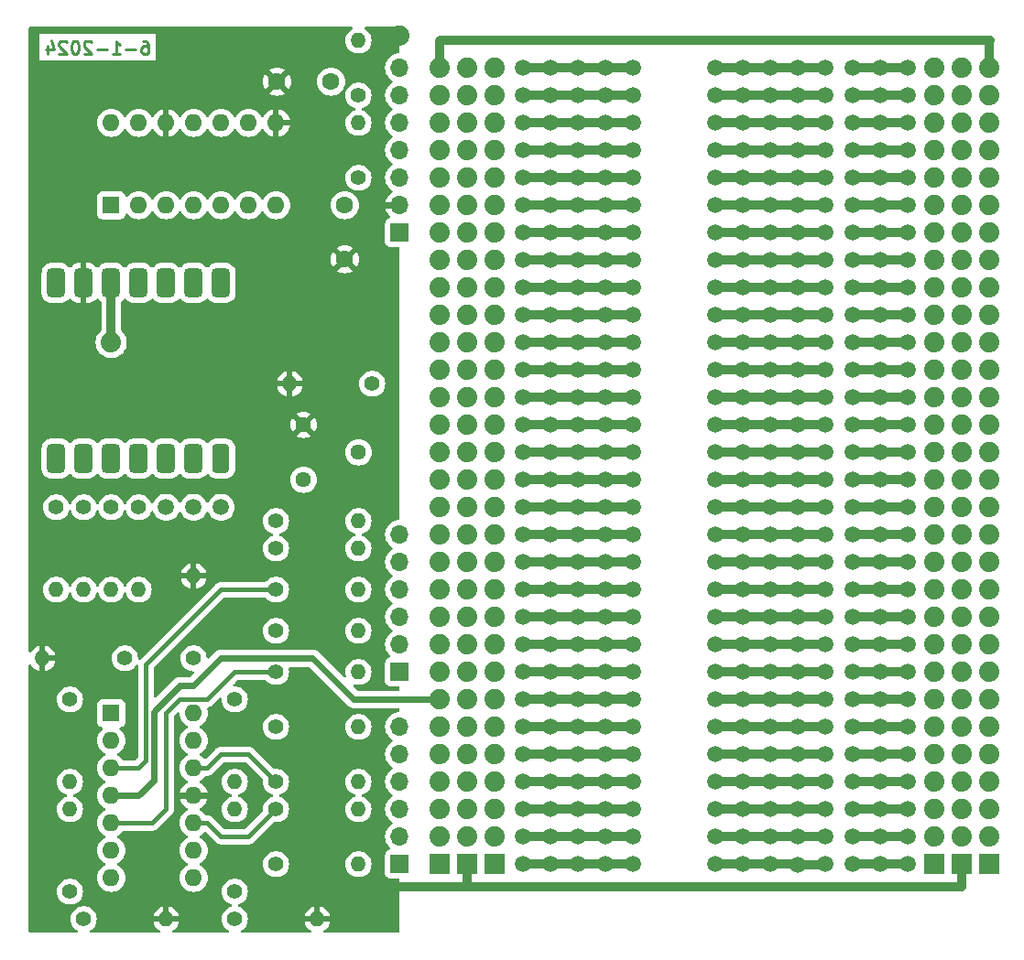
<source format=gbr>
%TF.GenerationSoftware,KiCad,Pcbnew,7.0.7*%
%TF.CreationDate,2024-05-24T10:23:49-04:00*%
%TF.ProjectId,xiao_Breadboard_r1,7869616f-5f42-4726-9561-64626f617264,rev?*%
%TF.SameCoordinates,Original*%
%TF.FileFunction,Copper,L2,Bot*%
%TF.FilePolarity,Positive*%
%FSLAX46Y46*%
G04 Gerber Fmt 4.6, Leading zero omitted, Abs format (unit mm)*
G04 Created by KiCad (PCBNEW 7.0.7) date 2024-05-24 10:23:49*
%MOMM*%
%LPD*%
G01*
G04 APERTURE LIST*
G04 Aperture macros list*
%AMRoundRect*
0 Rectangle with rounded corners*
0 $1 Rounding radius*
0 $2 $3 $4 $5 $6 $7 $8 $9 X,Y pos of 4 corners*
0 Add a 4 corners polygon primitive as box body*
4,1,4,$2,$3,$4,$5,$6,$7,$8,$9,$2,$3,0*
0 Add four circle primitives for the rounded corners*
1,1,$1+$1,$2,$3*
1,1,$1+$1,$4,$5*
1,1,$1+$1,$6,$7*
1,1,$1+$1,$8,$9*
0 Add four rect primitives between the rounded corners*
20,1,$1+$1,$2,$3,$4,$5,0*
20,1,$1+$1,$4,$5,$6,$7,0*
20,1,$1+$1,$6,$7,$8,$9,0*
20,1,$1+$1,$8,$9,$2,$3,0*%
G04 Aperture macros list end*
%ADD10C,0.213360*%
%TA.AperFunction,NonConductor*%
%ADD11C,0.213360*%
%TD*%
%TA.AperFunction,ComponentPad*%
%ADD12C,1.500000*%
%TD*%
%TA.AperFunction,ComponentPad*%
%ADD13C,1.440000*%
%TD*%
%TA.AperFunction,ComponentPad*%
%ADD14C,1.400000*%
%TD*%
%TA.AperFunction,ComponentPad*%
%ADD15O,1.400000X1.400000*%
%TD*%
%TA.AperFunction,ComponentPad*%
%ADD16R,1.879600X1.879600*%
%TD*%
%TA.AperFunction,ComponentPad*%
%ADD17C,1.879600*%
%TD*%
%TA.AperFunction,ComponentPad*%
%ADD18R,1.600000X1.600000*%
%TD*%
%TA.AperFunction,ComponentPad*%
%ADD19O,1.600000X1.600000*%
%TD*%
%TA.AperFunction,ComponentPad*%
%ADD20RoundRect,0.425000X0.425000X-0.925000X0.425000X0.925000X-0.425000X0.925000X-0.425000X-0.925000X0*%
%TD*%
%TA.AperFunction,ComponentPad*%
%ADD21RoundRect,0.400000X0.400000X-0.950000X0.400000X0.950000X-0.400000X0.950000X-0.400000X-0.950000X0*%
%TD*%
%TA.AperFunction,ComponentPad*%
%ADD22C,1.600000*%
%TD*%
%TA.AperFunction,ComponentPad*%
%ADD23R,1.700000X1.700000*%
%TD*%
%TA.AperFunction,ComponentPad*%
%ADD24O,1.700000X1.700000*%
%TD*%
%TA.AperFunction,ViaPad*%
%ADD25C,1.879600*%
%TD*%
%TA.AperFunction,Conductor*%
%ADD26C,0.812800*%
%TD*%
%TA.AperFunction,Conductor*%
%ADD27C,0.609600*%
%TD*%
%TA.AperFunction,Conductor*%
%ADD28C,0.406400*%
%TD*%
G04 APERTURE END LIST*
D10*
D11*
X107026957Y-64816478D02*
X107257250Y-64816478D01*
X107257250Y-64816478D02*
X107372397Y-64874051D01*
X107372397Y-64874051D02*
X107429970Y-64931625D01*
X107429970Y-64931625D02*
X107545117Y-65104345D01*
X107545117Y-65104345D02*
X107602690Y-65334638D01*
X107602690Y-65334638D02*
X107602690Y-65795225D01*
X107602690Y-65795225D02*
X107545117Y-65910371D01*
X107545117Y-65910371D02*
X107487544Y-65967945D01*
X107487544Y-65967945D02*
X107372397Y-66025518D01*
X107372397Y-66025518D02*
X107142104Y-66025518D01*
X107142104Y-66025518D02*
X107026957Y-65967945D01*
X107026957Y-65967945D02*
X106969384Y-65910371D01*
X106969384Y-65910371D02*
X106911810Y-65795225D01*
X106911810Y-65795225D02*
X106911810Y-65507358D01*
X106911810Y-65507358D02*
X106969384Y-65392211D01*
X106969384Y-65392211D02*
X107026957Y-65334638D01*
X107026957Y-65334638D02*
X107142104Y-65277065D01*
X107142104Y-65277065D02*
X107372397Y-65277065D01*
X107372397Y-65277065D02*
X107487544Y-65334638D01*
X107487544Y-65334638D02*
X107545117Y-65392211D01*
X107545117Y-65392211D02*
X107602690Y-65507358D01*
X106393650Y-65564931D02*
X105472477Y-65564931D01*
X104263436Y-66025518D02*
X104954316Y-66025518D01*
X104608876Y-66025518D02*
X104608876Y-64816478D01*
X104608876Y-64816478D02*
X104724023Y-64989198D01*
X104724023Y-64989198D02*
X104839170Y-65104345D01*
X104839170Y-65104345D02*
X104954316Y-65161918D01*
X103745276Y-65564931D02*
X102824103Y-65564931D01*
X102305942Y-64931625D02*
X102248369Y-64874051D01*
X102248369Y-64874051D02*
X102133222Y-64816478D01*
X102133222Y-64816478D02*
X101845356Y-64816478D01*
X101845356Y-64816478D02*
X101730209Y-64874051D01*
X101730209Y-64874051D02*
X101672636Y-64931625D01*
X101672636Y-64931625D02*
X101615062Y-65046771D01*
X101615062Y-65046771D02*
X101615062Y-65161918D01*
X101615062Y-65161918D02*
X101672636Y-65334638D01*
X101672636Y-65334638D02*
X102363516Y-66025518D01*
X102363516Y-66025518D02*
X101615062Y-66025518D01*
X100866609Y-64816478D02*
X100751462Y-64816478D01*
X100751462Y-64816478D02*
X100636315Y-64874051D01*
X100636315Y-64874051D02*
X100578742Y-64931625D01*
X100578742Y-64931625D02*
X100521169Y-65046771D01*
X100521169Y-65046771D02*
X100463595Y-65277065D01*
X100463595Y-65277065D02*
X100463595Y-65564931D01*
X100463595Y-65564931D02*
X100521169Y-65795225D01*
X100521169Y-65795225D02*
X100578742Y-65910371D01*
X100578742Y-65910371D02*
X100636315Y-65967945D01*
X100636315Y-65967945D02*
X100751462Y-66025518D01*
X100751462Y-66025518D02*
X100866609Y-66025518D01*
X100866609Y-66025518D02*
X100981755Y-65967945D01*
X100981755Y-65967945D02*
X101039329Y-65910371D01*
X101039329Y-65910371D02*
X101096902Y-65795225D01*
X101096902Y-65795225D02*
X101154475Y-65564931D01*
X101154475Y-65564931D02*
X101154475Y-65277065D01*
X101154475Y-65277065D02*
X101096902Y-65046771D01*
X101096902Y-65046771D02*
X101039329Y-64931625D01*
X101039329Y-64931625D02*
X100981755Y-64874051D01*
X100981755Y-64874051D02*
X100866609Y-64816478D01*
X100003008Y-64931625D02*
X99945435Y-64874051D01*
X99945435Y-64874051D02*
X99830288Y-64816478D01*
X99830288Y-64816478D02*
X99542422Y-64816478D01*
X99542422Y-64816478D02*
X99427275Y-64874051D01*
X99427275Y-64874051D02*
X99369702Y-64931625D01*
X99369702Y-64931625D02*
X99312128Y-65046771D01*
X99312128Y-65046771D02*
X99312128Y-65161918D01*
X99312128Y-65161918D02*
X99369702Y-65334638D01*
X99369702Y-65334638D02*
X100060582Y-66025518D01*
X100060582Y-66025518D02*
X99312128Y-66025518D01*
X98275808Y-65219491D02*
X98275808Y-66025518D01*
X98563675Y-64758905D02*
X98851541Y-65622505D01*
X98851541Y-65622505D02*
X98103088Y-65622505D01*
D12*
%TO.P,TP393,1,1*%
%TO.N,Net-(TP391-Pad1)*%
X172720000Y-140970000D03*
%TD*%
%TO.P,TP392,1,1*%
%TO.N,Net-(TP391-Pad1)*%
X175260000Y-140970000D03*
%TD*%
%TO.P,TP391,1,1*%
%TO.N,Net-(TP391-Pad1)*%
X177800000Y-140970000D03*
%TD*%
%TO.P,TP390,1,1*%
%TO.N,Net-(TP388-Pad1)*%
X177800000Y-138430000D03*
%TD*%
%TO.P,TP389,1,1*%
%TO.N,Net-(TP388-Pad1)*%
X175260000Y-138430000D03*
%TD*%
%TO.P,TP388,1,1*%
%TO.N,Net-(TP388-Pad1)*%
X172720000Y-138430000D03*
%TD*%
%TO.P,TP387,1,1*%
%TO.N,Net-(TP385-Pad1)*%
X177800000Y-135890000D03*
%TD*%
%TO.P,TP386,1,1*%
%TO.N,Net-(TP385-Pad1)*%
X175260000Y-135890000D03*
%TD*%
%TO.P,TP385,1,1*%
%TO.N,Net-(TP385-Pad1)*%
X172720000Y-135890000D03*
%TD*%
%TO.P,TP384,1,1*%
%TO.N,Net-(TP382-Pad1)*%
X177800000Y-133350000D03*
%TD*%
%TO.P,TP383,1,1*%
%TO.N,Net-(TP382-Pad1)*%
X175260000Y-133350000D03*
%TD*%
%TO.P,TP382,1,1*%
%TO.N,Net-(TP382-Pad1)*%
X172720000Y-133350000D03*
%TD*%
%TO.P,TP381,1,1*%
%TO.N,Net-(TP379-Pad1)*%
X177800000Y-130810000D03*
%TD*%
%TO.P,TP380,1,1*%
%TO.N,Net-(TP379-Pad1)*%
X175260000Y-130810000D03*
%TD*%
%TO.P,TP379,1,1*%
%TO.N,Net-(TP379-Pad1)*%
X172720000Y-130810000D03*
%TD*%
%TO.P,TP378,1,1*%
%TO.N,Net-(TP376-Pad1)*%
X177800000Y-128270000D03*
%TD*%
%TO.P,TP377,1,1*%
%TO.N,Net-(TP376-Pad1)*%
X175260000Y-128270000D03*
%TD*%
%TO.P,TP376,1,1*%
%TO.N,Net-(TP376-Pad1)*%
X172720000Y-128270000D03*
%TD*%
%TO.P,TP375,1,1*%
%TO.N,Net-(TP373-Pad1)*%
X177800000Y-125730000D03*
%TD*%
%TO.P,TP374,1,1*%
%TO.N,Net-(TP373-Pad1)*%
X175260000Y-125730000D03*
%TD*%
%TO.P,TP373,1,1*%
%TO.N,Net-(TP373-Pad1)*%
X172720000Y-125730000D03*
%TD*%
%TO.P,TP372,1,1*%
%TO.N,Net-(TP370-Pad1)*%
X177800000Y-123190000D03*
%TD*%
%TO.P,TP371,1,1*%
%TO.N,Net-(TP370-Pad1)*%
X175260000Y-123190000D03*
%TD*%
%TO.P,TP370,1,1*%
%TO.N,Net-(TP370-Pad1)*%
X172720000Y-123190000D03*
%TD*%
%TO.P,TP369,1,1*%
%TO.N,Net-(TP367-Pad1)*%
X177800000Y-120650000D03*
%TD*%
%TO.P,TP368,1,1*%
%TO.N,Net-(TP367-Pad1)*%
X175260000Y-120650000D03*
%TD*%
%TO.P,TP367,1,1*%
%TO.N,Net-(TP367-Pad1)*%
X172720000Y-120650000D03*
%TD*%
%TO.P,TP366,1,1*%
%TO.N,Net-(TP364-Pad1)*%
X177800000Y-118110000D03*
%TD*%
%TO.P,TP365,1,1*%
%TO.N,Net-(TP364-Pad1)*%
X175260000Y-118110000D03*
%TD*%
%TO.P,TP364,1,1*%
%TO.N,Net-(TP364-Pad1)*%
X172720000Y-118110000D03*
%TD*%
%TO.P,TP363,1,1*%
%TO.N,Net-(TP361-Pad1)*%
X177800000Y-115570000D03*
%TD*%
%TO.P,TP362,1,1*%
%TO.N,Net-(TP361-Pad1)*%
X175260000Y-115570000D03*
%TD*%
%TO.P,TP361,1,1*%
%TO.N,Net-(TP361-Pad1)*%
X172720000Y-115570000D03*
%TD*%
%TO.P,TP360,1,1*%
%TO.N,Net-(TP358-Pad1)*%
X177800000Y-113030000D03*
%TD*%
%TO.P,TP359,1,1*%
%TO.N,Net-(TP358-Pad1)*%
X175260000Y-113030000D03*
%TD*%
%TO.P,TP358,1,1*%
%TO.N,Net-(TP358-Pad1)*%
X172720000Y-113030000D03*
%TD*%
%TO.P,TP357,1,1*%
%TO.N,Net-(TP355-Pad1)*%
X177800000Y-110490000D03*
%TD*%
%TO.P,TP356,1,1*%
%TO.N,Net-(TP355-Pad1)*%
X175260000Y-110490000D03*
%TD*%
%TO.P,TP355,1,1*%
%TO.N,Net-(TP355-Pad1)*%
X172720000Y-110490000D03*
%TD*%
%TO.P,TP354,1,1*%
%TO.N,Net-(TP352-Pad1)*%
X177800000Y-107950000D03*
%TD*%
%TO.P,TP353,1,1*%
%TO.N,Net-(TP352-Pad1)*%
X175260000Y-107950000D03*
%TD*%
%TO.P,TP352,1,1*%
%TO.N,Net-(TP352-Pad1)*%
X172720000Y-107950000D03*
%TD*%
%TO.P,TP351,1,1*%
%TO.N,Net-(TP349-Pad1)*%
X177800000Y-105410000D03*
%TD*%
%TO.P,TP350,1,1*%
%TO.N,Net-(TP349-Pad1)*%
X175260000Y-105410000D03*
%TD*%
%TO.P,TP349,1,1*%
%TO.N,Net-(TP349-Pad1)*%
X172720000Y-105410000D03*
%TD*%
%TO.P,TP348,1,1*%
%TO.N,Net-(TP317-Pad1)*%
X175260000Y-80010000D03*
%TD*%
%TO.P,TP347,1,1*%
%TO.N,Net-(TP317-Pad1)*%
X177800000Y-80010000D03*
%TD*%
%TO.P,TP346,1,1*%
%TO.N,Net-(TP344-Pad1)*%
X177800000Y-102870000D03*
%TD*%
%TO.P,TP345,1,1*%
%TO.N,Net-(TP344-Pad1)*%
X175260000Y-102870000D03*
%TD*%
%TO.P,TP344,1,1*%
%TO.N,Net-(TP344-Pad1)*%
X172720000Y-102870000D03*
%TD*%
%TO.P,TP343,1,1*%
%TO.N,Net-(TP341-Pad1)*%
X177800000Y-100330000D03*
%TD*%
%TO.P,TP342,1,1*%
%TO.N,Net-(TP341-Pad1)*%
X175260000Y-100330000D03*
%TD*%
%TO.P,TP341,1,1*%
%TO.N,Net-(TP341-Pad1)*%
X172720000Y-100330000D03*
%TD*%
%TO.P,TP340,1,1*%
%TO.N,Net-(TP338-Pad1)*%
X177800000Y-97790000D03*
%TD*%
%TO.P,TP339,1,1*%
%TO.N,Net-(TP338-Pad1)*%
X175260000Y-97790000D03*
%TD*%
%TO.P,TP338,1,1*%
%TO.N,Net-(TP338-Pad1)*%
X172720000Y-97790000D03*
%TD*%
%TO.P,TP337,1,1*%
%TO.N,Net-(TP335-Pad1)*%
X177800000Y-95250000D03*
%TD*%
%TO.P,TP336,1,1*%
%TO.N,Net-(TP335-Pad1)*%
X175260000Y-95250000D03*
%TD*%
%TO.P,TP335,1,1*%
%TO.N,Net-(TP335-Pad1)*%
X172720000Y-95250000D03*
%TD*%
%TO.P,TP334,1,1*%
%TO.N,Net-(TP307-Pad1)*%
X177800000Y-69850000D03*
%TD*%
%TO.P,TP333,1,1*%
%TO.N,Net-(TP307-Pad1)*%
X175260000Y-69850000D03*
%TD*%
%TO.P,TP332,1,1*%
%TO.N,Net-(TP330-Pad1)*%
X177800000Y-92710000D03*
%TD*%
%TO.P,TP331,1,1*%
%TO.N,Net-(TP330-Pad1)*%
X175260000Y-92710000D03*
%TD*%
%TO.P,TP330,1,1*%
%TO.N,Net-(TP330-Pad1)*%
X172720000Y-92710000D03*
%TD*%
%TO.P,TP329,1,1*%
%TO.N,Net-(TP327-Pad1)*%
X177800000Y-90170000D03*
%TD*%
%TO.P,TP328,1,1*%
%TO.N,Net-(TP327-Pad1)*%
X175260000Y-90170000D03*
%TD*%
%TO.P,TP327,1,1*%
%TO.N,Net-(TP327-Pad1)*%
X172720000Y-90170000D03*
%TD*%
%TO.P,TP326,1,1*%
%TO.N,Net-(TP324-Pad1)*%
X177800000Y-87630000D03*
%TD*%
%TO.P,TP325,1,1*%
%TO.N,Net-(TP324-Pad1)*%
X175260000Y-87630000D03*
%TD*%
%TO.P,TP324,1,1*%
%TO.N,Net-(TP324-Pad1)*%
X172720000Y-87630000D03*
%TD*%
%TO.P,TP323,1,1*%
%TO.N,Net-(TP321-Pad1)*%
X177800000Y-85090000D03*
%TD*%
%TO.P,TP322,1,1*%
%TO.N,Net-(TP321-Pad1)*%
X175260000Y-85090000D03*
%TD*%
%TO.P,TP321,1,1*%
%TO.N,Net-(TP321-Pad1)*%
X172720000Y-85090000D03*
%TD*%
%TO.P,TP320,1,1*%
%TO.N,Net-(TP318-Pad1)*%
X177800000Y-82550000D03*
%TD*%
%TO.P,TP319,1,1*%
%TO.N,Net-(TP318-Pad1)*%
X175260000Y-82550000D03*
%TD*%
%TO.P,TP318,1,1*%
%TO.N,Net-(TP318-Pad1)*%
X172720000Y-82550000D03*
%TD*%
%TO.P,TP317,1,1*%
%TO.N,Net-(TP317-Pad1)*%
X172720000Y-80010000D03*
%TD*%
%TO.P,TP316,1,1*%
%TO.N,Net-(TP314-Pad1)*%
X177800000Y-77470000D03*
%TD*%
%TO.P,TP315,1,1*%
%TO.N,Net-(TP314-Pad1)*%
X175260000Y-77470000D03*
%TD*%
%TO.P,TP314,1,1*%
%TO.N,Net-(TP314-Pad1)*%
X172720000Y-77470000D03*
%TD*%
%TO.P,TP313,1,1*%
%TO.N,Net-(TP311-Pad1)*%
X177800000Y-74930000D03*
%TD*%
%TO.P,TP312,1,1*%
%TO.N,Net-(TP311-Pad1)*%
X175260000Y-74930000D03*
%TD*%
%TO.P,TP311,1,1*%
%TO.N,Net-(TP311-Pad1)*%
X172720000Y-74930000D03*
%TD*%
%TO.P,TP310,1,1*%
%TO.N,Net-(TP308-Pad1)*%
X177800000Y-72390000D03*
%TD*%
%TO.P,TP309,1,1*%
%TO.N,Net-(TP308-Pad1)*%
X175260000Y-72390000D03*
%TD*%
%TO.P,TP308,1,1*%
%TO.N,Net-(TP308-Pad1)*%
X172720000Y-72390000D03*
%TD*%
%TO.P,TP307,1,1*%
%TO.N,Net-(TP307-Pad1)*%
X172720000Y-69850000D03*
%TD*%
%TO.P,TP306,1,1*%
%TO.N,Net-(TP304-Pad1)*%
X177800000Y-67310000D03*
%TD*%
%TO.P,TP305,1,1*%
%TO.N,Net-(TP304-Pad1)*%
X175260000Y-67310000D03*
%TD*%
%TO.P,TP304,1,1*%
%TO.N,Net-(TP304-Pad1)*%
X172720000Y-67310000D03*
%TD*%
%TO.P,TP204,1,1*%
%TO.N,Net-(TP204-Pad1)*%
X160020000Y-92710000D03*
%TD*%
%TO.P,TP31,1,1*%
%TO.N,Net-(TP29-Pad1)*%
X147320000Y-80010000D03*
%TD*%
%TO.P,TP53,1,1*%
%TO.N,Net-(TP49-Pad1)*%
X152400000Y-90170000D03*
%TD*%
%TO.P,TP104,1,1*%
%TO.N,Net-(TP104-Pad1)*%
X142240000Y-118110000D03*
%TD*%
%TO.P,TP195,1,1*%
%TO.N,Net-(TP194-Pad1)*%
X162560000Y-87630000D03*
%TD*%
%TO.P,TP93,1,1*%
%TO.N,Net-(TP89-Pad1)*%
X152400000Y-105410000D03*
%TD*%
%TO.P,TP106,1,1*%
%TO.N,Net-(TP104-Pad1)*%
X147320000Y-118110000D03*
%TD*%
%TO.P,TP259,1,1*%
%TO.N,Net-(TP259-Pad1)*%
X160020000Y-120650000D03*
%TD*%
%TO.P,TP152,1,1*%
%TO.N,Net-(TP149-Pad1)*%
X149860000Y-140970000D03*
%TD*%
%TO.P,TP27,1,1*%
%TO.N,Net-(TP24-Pad1)*%
X149860000Y-77470000D03*
%TD*%
D13*
%TO.P,RV1,1,1*%
%TO.N,/3.3V*%
X121920000Y-105410000D03*
%TO.P,RV1,2,2*%
%TO.N,/VCM*%
X127000000Y-102870000D03*
%TO.P,RV1,3,3*%
%TO.N,GND*%
X121920000Y-100330000D03*
%TD*%
D12*
%TO.P,TP214,1,1*%
%TO.N,Net-(TP214-Pad1)*%
X160020000Y-97790000D03*
%TD*%
%TO.P,TP276,1,1*%
%TO.N,Net-(TP274-Pad1)*%
X165100000Y-128270000D03*
%TD*%
%TO.P,TP130,1,1*%
%TO.N,Net-(TP129-Pad1)*%
X144780000Y-133350000D03*
%TD*%
%TO.P,TP52,1,1*%
%TO.N,Net-(TP49-Pad1)*%
X149860000Y-90170000D03*
%TD*%
%TO.P,TP279,1,1*%
%TO.N,Net-(TP279-Pad1)*%
X160020000Y-130810000D03*
%TD*%
%TO.P,TP12,1,1*%
%TO.N,Net-(TP10-Pad1)*%
X149860000Y-69850000D03*
%TD*%
%TO.P,TP236,1,1*%
%TO.N,Net-(TP234-Pad1)*%
X165100000Y-107950000D03*
%TD*%
%TO.P,TP292,1,1*%
%TO.N,Net-(TP289-Pad1)*%
X167640000Y-135890000D03*
%TD*%
%TO.P,TP47,1,1*%
%TO.N,Net-(TP44-Pad1)*%
X149860000Y-87630000D03*
%TD*%
%TO.P,TP123,1,1*%
%TO.N,Net-(TP119-Pad1)*%
X152400000Y-125730000D03*
%TD*%
%TO.P,TP240,1,1*%
%TO.N,Net-(TP239-Pad1)*%
X162560000Y-110490000D03*
%TD*%
%TO.P,TP61,1,1*%
%TO.N,Net-(TP59-Pad1)*%
X147320000Y-95250000D03*
%TD*%
%TO.P,TP145,1,1*%
%TO.N,Net-(TP144-Pad1)*%
X144780000Y-138430000D03*
%TD*%
%TO.P,TP58,1,1*%
%TO.N,Net-(TP54-Pad1)*%
X152400000Y-92710000D03*
%TD*%
%TO.P,TP175,1,1*%
%TO.N,Net-(TP174-Pad1)*%
X162560000Y-77470000D03*
%TD*%
%TO.P,TP264,1,1*%
%TO.N,Net-(TP264-Pad1)*%
X167640000Y-123190000D03*
%TD*%
%TO.P,TP54,1,1*%
%TO.N,Net-(TP54-Pad1)*%
X142240000Y-92710000D03*
%TD*%
%TO.P,TP246,1,1*%
%TO.N,Net-(TP244-Pad1)*%
X165100000Y-113030000D03*
%TD*%
%TO.P,TP261,1,1*%
%TO.N,Net-(TP259-Pad1)*%
X165100000Y-120650000D03*
%TD*%
%TO.P,TP44,1,1*%
%TO.N,Net-(TP44-Pad1)*%
X142240000Y-87630000D03*
%TD*%
%TO.P,TP86,1,1*%
%TO.N,Net-(TP84-Pad1)*%
X147320000Y-107950000D03*
%TD*%
%TO.P,TP111,1,1*%
%TO.N,Net-(TP109-Pad1)*%
X147320000Y-120650000D03*
%TD*%
%TO.P,TP129,1,1*%
%TO.N,Net-(TP129-Pad1)*%
X142240000Y-133350000D03*
%TD*%
%TO.P,TP97,1,1*%
%TO.N,Net-(TP94-Pad1)*%
X149860000Y-113030000D03*
%TD*%
%TO.P,TP80,1,1*%
%TO.N,Net-(TP79-Pad1)*%
X149860000Y-110490000D03*
%TD*%
%TO.P,TP281,1,1*%
%TO.N,Net-(TP279-Pad1)*%
X165100000Y-130810000D03*
%TD*%
%TO.P,TP65,1,1*%
%TO.N,Net-(TP64-Pad1)*%
X144780000Y-97790000D03*
%TD*%
%TO.P,TP174,1,1*%
%TO.N,Net-(TP174-Pad1)*%
X160020000Y-77470000D03*
%TD*%
%TO.P,TP45,1,1*%
%TO.N,Net-(TP44-Pad1)*%
X144780000Y-87630000D03*
%TD*%
%TO.P,TP199,1,1*%
%TO.N,Net-(TP199-Pad1)*%
X160020000Y-90170000D03*
%TD*%
%TO.P,TP134,1,1*%
%TO.N,Net-(TP134-Pad1)*%
X142240000Y-135890000D03*
%TD*%
%TO.P,TP62,1,1*%
%TO.N,Net-(TP59-Pad1)*%
X149860000Y-95250000D03*
%TD*%
D14*
%TO.P,R21,1*%
%TO.N,Net-(U3-PA10_A2_D2)*%
X104140000Y-107950000D03*
D15*
%TO.P,R21,2*%
%TO.N,Net-(R11-Pad1)*%
X104140000Y-115570000D03*
%TD*%
D12*
%TO.P,TP159,1,1*%
%TO.N,Net-(TP159-Pad1)*%
X160020000Y-69850000D03*
%TD*%
%TO.P,TP158,1,1*%
%TO.N,Net-(TP154-Pad1)*%
X170180000Y-67310000D03*
%TD*%
%TO.P,TP202,1,1*%
%TO.N,Net-(TP199-Pad1)*%
X167640000Y-90170000D03*
%TD*%
%TO.P,TP283,1,1*%
%TO.N,Net-(TP279-Pad1)*%
X170180000Y-130810000D03*
%TD*%
%TO.P,TP209,1,1*%
%TO.N,Net-(TP209-Pad1)*%
X160020000Y-95250000D03*
%TD*%
%TO.P,TP238,1,1*%
%TO.N,Net-(TP234-Pad1)*%
X160020000Y-107950000D03*
%TD*%
%TO.P,TP256,1,1*%
%TO.N,Net-(TP254-Pad1)*%
X165100000Y-118110000D03*
%TD*%
%TO.P,TP293,1,1*%
%TO.N,Net-(TP289-Pad1)*%
X170180000Y-135890000D03*
%TD*%
%TO.P,TP116,1,1*%
%TO.N,Net-(TP114-Pad1)*%
X147320000Y-123190000D03*
%TD*%
%TO.P,TP228,1,1*%
%TO.N,Net-(TP224-Pad1)*%
X170180000Y-102870000D03*
%TD*%
%TO.P,TP81,1,1*%
%TO.N,Net-(TP79-Pad1)*%
X147320000Y-110490000D03*
%TD*%
D16*
%TO.P,JP8,1,1*%
%TO.N,5V*%
X185331100Y-140970000D03*
D17*
%TO.P,JP8,2,2*%
X185331100Y-138430000D03*
%TO.P,JP8,3,3*%
X185331100Y-135890000D03*
%TO.P,JP8,4,4*%
X185331100Y-133350000D03*
%TO.P,JP8,5,5*%
X185331100Y-130810000D03*
%TO.P,JP8,6,6*%
X185331100Y-128270000D03*
%TO.P,JP8,7,7*%
X185331100Y-125730000D03*
%TO.P,JP8,8,8*%
X185331100Y-123190000D03*
%TO.P,JP8,9,9*%
X185331100Y-120650000D03*
%TO.P,JP8,10,10*%
X185331100Y-118110000D03*
%TO.P,JP8,11,11*%
X185331100Y-115570000D03*
%TO.P,JP8,12,12*%
X185331100Y-113030000D03*
%TO.P,JP8,13,13*%
X185331100Y-110490000D03*
%TO.P,JP8,14,14*%
X185331100Y-107950000D03*
%TO.P,JP8,15,15*%
X185331100Y-105410000D03*
%TO.P,JP8,16,16*%
X185331100Y-102870000D03*
%TO.P,JP8,17,17*%
X185331100Y-100330000D03*
%TO.P,JP8,18,18*%
X185331100Y-97790000D03*
%TO.P,JP8,19,19*%
X185331100Y-95250000D03*
%TO.P,JP8,20,20*%
X185331100Y-92710000D03*
%TO.P,JP8,21,21*%
X185331100Y-90170000D03*
%TO.P,JP8,22,22*%
X185331100Y-87630000D03*
%TO.P,JP8,23,23*%
X185331100Y-85090000D03*
%TO.P,JP8,24,24*%
X185331100Y-82550000D03*
%TO.P,JP8,25,25*%
X185331100Y-80010000D03*
%TO.P,JP8,26,26*%
X185331100Y-77470000D03*
%TO.P,JP8,27,27*%
X185331100Y-74930000D03*
%TO.P,JP8,28,28*%
X185331100Y-72390000D03*
%TO.P,JP8,29,29*%
X185331100Y-69850000D03*
%TO.P,JP8,30,30*%
X185331100Y-67310000D03*
%TD*%
D12*
%TO.P,TP118,1,1*%
%TO.N,Net-(TP114-Pad1)*%
X152400000Y-123190000D03*
%TD*%
D18*
%TO.P,U1,1*%
%TO.N,Net-(R19-Pad2)*%
X104140000Y-127000000D03*
D19*
%TO.P,U1,2,-*%
%TO.N,Net-(U1A--)*%
X104140000Y-129540000D03*
%TO.P,U1,3,+*%
%TO.N,Net-(U1A-+)*%
X104140000Y-132080000D03*
%TO.P,U1,4,V+*%
%TO.N,5V*%
X104140000Y-134620000D03*
%TO.P,U1,5,+*%
%TO.N,Net-(U1B-+)*%
X104140000Y-137160000D03*
%TO.P,U1,6,-*%
%TO.N,Net-(U1B--)*%
X104140000Y-139700000D03*
%TO.P,U1,7*%
%TO.N,Net-(R10-Pad1)*%
X104140000Y-142240000D03*
%TO.P,U1,8*%
%TO.N,Net-(R11-Pad1)*%
X111760000Y-142240000D03*
%TO.P,U1,9,-*%
%TO.N,Net-(U1C--)*%
X111760000Y-139700000D03*
%TO.P,U1,10,+*%
%TO.N,Net-(U1C-+)*%
X111760000Y-137160000D03*
%TO.P,U1,11,V-*%
%TO.N,GND*%
X111760000Y-134620000D03*
%TO.P,U1,12,+*%
%TO.N,Net-(U1D-+)*%
X111760000Y-132080000D03*
%TO.P,U1,13,-*%
%TO.N,Net-(U1D--)*%
X111760000Y-129540000D03*
%TO.P,U1,14*%
%TO.N,Net-(R12-Pad1)*%
X111760000Y-127000000D03*
%TD*%
D12*
%TO.P,TP84,1,1*%
%TO.N,Net-(TP84-Pad1)*%
X142240000Y-107950000D03*
%TD*%
%TO.P,TP288,1,1*%
%TO.N,Net-(TP284-Pad1)*%
X170180000Y-133350000D03*
%TD*%
%TO.P,TP249,1,1*%
%TO.N,Net-(TP249-Pad1)*%
X160020000Y-115570000D03*
%TD*%
%TO.P,TP272,1,1*%
%TO.N,Net-(TP269-Pad1)*%
X167640000Y-125730000D03*
%TD*%
%TO.P,TP99,1,1*%
%TO.N,Net-(TP100-Pad1)*%
X142240000Y-115570000D03*
%TD*%
%TO.P,TP192,1,1*%
%TO.N,Net-(TP189-Pad1)*%
X167640000Y-85090000D03*
%TD*%
%TO.P,TP22,1,1*%
%TO.N,Net-(TP19-Pad1)*%
X149860000Y-74930000D03*
%TD*%
%TO.P,TP75,1,1*%
%TO.N,Net-(TP74-Pad1)*%
X144780000Y-102870000D03*
%TD*%
%TO.P,TP168,1,1*%
%TO.N,Net-(TP164-Pad1)*%
X170180000Y-72390000D03*
%TD*%
%TO.P,TP198,1,1*%
%TO.N,Net-(TP194-Pad1)*%
X170180000Y-87630000D03*
%TD*%
%TO.P,TP155,1,1*%
%TO.N,Net-(TP154-Pad1)*%
X162560000Y-67310000D03*
%TD*%
D20*
%TO.P,U3,1,PA02_A0_D0*%
%TO.N,Net-(U3-PA02_A0_D0)*%
X99060000Y-103448803D03*
%TO.P,U3,2,PA4_A1_D1*%
%TO.N,Net-(U3-PA4_A1_D1)*%
X101600000Y-103448803D03*
%TO.P,U3,3,PA10_A2_D2*%
%TO.N,Net-(U3-PA10_A2_D2)*%
X104140000Y-103448803D03*
%TO.P,U3,4,PA11_A3_D3*%
%TO.N,Net-(U3-PA11_A3_D3)*%
X106680000Y-103448803D03*
%TO.P,U3,5,PA8_A4_D4_SDA*%
%TO.N,/x5*%
X109220000Y-103448803D03*
%TO.P,U3,6,PA9_A5_D5_SCL*%
%TO.N,/x6*%
X111760000Y-103448803D03*
D21*
%TO.P,U3,7,PB08_A6_D6_TX*%
%TO.N,/x7*%
X114300000Y-103448803D03*
D20*
%TO.P,U3,8,PB09_A7_D7_RX*%
%TO.N,Net-(U2-~{CS})*%
X114300000Y-87208803D03*
%TO.P,U3,9,PA7_A8_D8_SCK*%
%TO.N,Net-(U2-SCK)*%
X111760000Y-87208803D03*
%TO.P,U3,10,PA5_A9_D9_MISO*%
%TO.N,unconnected-(U3-PA5_A9_D9_MISO-Pad10)*%
X109220000Y-87208803D03*
%TO.P,U3,11,PA6_A10_D10_MOSI*%
%TO.N,Net-(U2-SDI)*%
X106680000Y-87208803D03*
%TO.P,U3,12,3V3*%
%TO.N,/3.3V*%
X104140000Y-87208803D03*
%TO.P,U3,13,GND*%
%TO.N,GND*%
X101600000Y-87208803D03*
%TO.P,U3,14,5V*%
%TO.N,5V*%
X99060000Y-87208803D03*
%TD*%
D12*
%TO.P,TP30,1,1*%
%TO.N,Net-(TP29-Pad1)*%
X144780000Y-80010000D03*
%TD*%
%TO.P,TP215,1,1*%
%TO.N,Net-(TP214-Pad1)*%
X162560000Y-97790000D03*
%TD*%
%TO.P,TP242,1,1*%
%TO.N,Net-(TP239-Pad1)*%
X167640000Y-110490000D03*
%TD*%
%TO.P,TP49,1,1*%
%TO.N,Net-(TP49-Pad1)*%
X142240000Y-90170000D03*
%TD*%
%TO.P,TP82,1,1*%
%TO.N,Net-(TP79-Pad1)*%
X144780000Y-110490000D03*
%TD*%
D14*
%TO.P,R7,1*%
%TO.N,Net-(U1D-+)*%
X119380000Y-128270000D03*
D15*
%TO.P,R7,2*%
%TO.N,/D*%
X127000000Y-128270000D03*
%TD*%
D12*
%TO.P,TP162,1,1*%
%TO.N,Net-(TP159-Pad1)*%
X167640000Y-69850000D03*
%TD*%
D22*
%TO.P,C2,1*%
%TO.N,Net-(J4-Pin_4)*%
X125730000Y-80010000D03*
%TO.P,C2,2*%
%TO.N,GND*%
X125730000Y-85010000D03*
%TD*%
D12*
%TO.P,TP26,1,1*%
%TO.N,Net-(TP24-Pad1)*%
X147320000Y-77470000D03*
%TD*%
%TO.P,TP88,1,1*%
%TO.N,Net-(TP84-Pad1)*%
X152400000Y-107950000D03*
%TD*%
%TO.P,TP5,1,1*%
%TO.N,Net-(TP4-Pad1)*%
X144780000Y-67310000D03*
%TD*%
%TO.P,TP18,1,1*%
%TO.N,Net-(TP14-Pad1)*%
X152400000Y-72390000D03*
%TD*%
%TO.P,TP36,1,1*%
%TO.N,Net-(TP34-Pad1)*%
X147320000Y-82550000D03*
%TD*%
%TO.P,TP171,1,1*%
%TO.N,Net-(TP169-Pad1)*%
X165100000Y-74930000D03*
%TD*%
%TO.P,TP76,1,1*%
%TO.N,Net-(TP74-Pad1)*%
X147320000Y-102870000D03*
%TD*%
%TO.P,TP156,1,1*%
%TO.N,Net-(TP154-Pad1)*%
X165100000Y-67310000D03*
%TD*%
%TO.P,TP252,1,1*%
%TO.N,Net-(TP249-Pad1)*%
X167640000Y-115570000D03*
%TD*%
%TO.P,TP185,1,1*%
%TO.N,Net-(TP184-Pad1)*%
X162560000Y-82550000D03*
%TD*%
%TO.P,TP234,1,1*%
%TO.N,Net-(TP234-Pad1)*%
X170180000Y-107950000D03*
%TD*%
%TO.P,TP229,1,1*%
%TO.N,Net-(TP229-Pad1)*%
X160020000Y-105399600D03*
%TD*%
%TO.P,TP184,1,1*%
%TO.N,Net-(TP184-Pad1)*%
X160020000Y-82550000D03*
%TD*%
%TO.P,TP1,1,1*%
%TO.N,/x5*%
X109220000Y-107950000D03*
%TD*%
D16*
%TO.P,JP5,1,1*%
%TO.N,GND*%
X137071100Y-140970000D03*
D17*
%TO.P,JP5,2,2*%
X137071100Y-138430000D03*
%TO.P,JP5,3,3*%
X137071100Y-135890000D03*
%TO.P,JP5,4,4*%
X137071100Y-133350000D03*
%TO.P,JP5,5,5*%
X137071100Y-130810000D03*
%TO.P,JP5,6,6*%
X137071100Y-128270000D03*
%TO.P,JP5,7,7*%
X137071100Y-125730000D03*
%TO.P,JP5,8,8*%
X137071100Y-123190000D03*
%TO.P,JP5,9,9*%
X137071100Y-120650000D03*
%TO.P,JP5,10,10*%
X137071100Y-118110000D03*
%TO.P,JP5,11,11*%
X137071100Y-115570000D03*
%TO.P,JP5,12,12*%
X137071100Y-113030000D03*
%TO.P,JP5,13,13*%
X137071100Y-110490000D03*
%TO.P,JP5,14,14*%
X137071100Y-107950000D03*
%TO.P,JP5,15,15*%
X137071100Y-105410000D03*
%TO.P,JP5,16,16*%
X137071100Y-102870000D03*
%TO.P,JP5,17,17*%
X137071100Y-100330000D03*
%TO.P,JP5,18,18*%
X137071100Y-97790000D03*
%TO.P,JP5,19,19*%
X137071100Y-95250000D03*
%TO.P,JP5,20,20*%
X137071100Y-92710000D03*
%TO.P,JP5,21,21*%
X137071100Y-90170000D03*
%TO.P,JP5,22,22*%
X137071100Y-87630000D03*
%TO.P,JP5,23,23*%
X137071100Y-85090000D03*
%TO.P,JP5,24,24*%
X137071100Y-82550000D03*
%TO.P,JP5,25,25*%
X137071100Y-80010000D03*
%TO.P,JP5,26,26*%
X137071100Y-77470000D03*
%TO.P,JP5,27,27*%
X137071100Y-74930000D03*
%TO.P,JP5,28,28*%
X137071100Y-72390000D03*
%TO.P,JP5,29,29*%
X137071100Y-69850000D03*
%TO.P,JP5,30,30*%
X137071100Y-67310000D03*
%TD*%
D12*
%TO.P,TP183,1,1*%
%TO.N,Net-(TP179-Pad1)*%
X170180000Y-80010000D03*
%TD*%
%TO.P,TP7,1,1*%
%TO.N,Net-(TP4-Pad1)*%
X149860000Y-67310000D03*
%TD*%
%TO.P,TP39,1,1*%
%TO.N,Net-(TP39-Pad1)*%
X142240000Y-85090000D03*
%TD*%
%TO.P,TP278,1,1*%
%TO.N,Net-(TP274-Pad1)*%
X170180000Y-128270000D03*
%TD*%
%TO.P,TP262,1,1*%
%TO.N,Net-(TP259-Pad1)*%
X167640000Y-120650000D03*
%TD*%
%TO.P,TP42,1,1*%
%TO.N,Net-(TP39-Pad1)*%
X149860000Y-85090000D03*
%TD*%
%TO.P,TP91,1,1*%
%TO.N,Net-(TP89-Pad1)*%
X147320000Y-105410000D03*
%TD*%
%TO.P,TP220,1,1*%
%TO.N,Net-(TP219-Pad1)*%
X162560000Y-100330000D03*
%TD*%
D23*
%TO.P,J4,1,Pin_1*%
%TO.N,5V*%
X130810000Y-82550000D03*
D24*
%TO.P,J4,2,Pin_2*%
%TO.N,GND*%
X130810000Y-80010000D03*
%TO.P,J4,3,Pin_3*%
%TO.N,/3.3V*%
X130810000Y-77470000D03*
%TO.P,J4,4,Pin_4*%
%TO.N,Net-(J4-Pin_4)*%
X130810000Y-74930000D03*
%TO.P,J4,5,Pin_5*%
%TO.N,Net-(J4-Pin_5)*%
X130810000Y-72390000D03*
%TO.P,J4,6,Pin_6*%
%TO.N,Net-(J4-Pin_6)*%
X130810000Y-69850000D03*
%TO.P,J4,7,Pin_7*%
%TO.N,Net-(J4-Pin_7)*%
X130810000Y-67310000D03*
%TD*%
D12*
%TO.P,TP133,1,1*%
%TO.N,Net-(TP129-Pad1)*%
X152400000Y-133350000D03*
%TD*%
%TO.P,TP251,1,1*%
%TO.N,Net-(TP249-Pad1)*%
X165100000Y-115570000D03*
%TD*%
D22*
%TO.P,C1,1*%
%TO.N,Net-(J4-Pin_6)*%
X124460000Y-68580000D03*
%TO.P,C1,2*%
%TO.N,GND*%
X119460000Y-68580000D03*
%TD*%
D12*
%TO.P,TP188,1,1*%
%TO.N,Net-(TP184-Pad1)*%
X170180000Y-82550000D03*
%TD*%
%TO.P,TP143,1,1*%
%TO.N,Net-(TP139-Pad1)*%
X152400000Y-130810000D03*
%TD*%
%TO.P,TP224,1,1*%
%TO.N,Net-(TP224-Pad1)*%
X160020000Y-102870000D03*
%TD*%
D14*
%TO.P,R15,1*%
%TO.N,Net-(U1C-+)*%
X119380000Y-140970000D03*
D15*
%TO.P,R15,2*%
%TO.N,Net-(J2-Pin_1)*%
X127000000Y-140970000D03*
%TD*%
D12*
%TO.P,TP161,1,1*%
%TO.N,Net-(TP159-Pad1)*%
X165100000Y-69850000D03*
%TD*%
%TO.P,TP16,1,1*%
%TO.N,Net-(TP14-Pad1)*%
X144780000Y-72390000D03*
%TD*%
%TO.P,TP67,1,1*%
%TO.N,Net-(TP64-Pad1)*%
X149860000Y-97790000D03*
%TD*%
D18*
%TO.P,U2,1,VDD*%
%TO.N,/3.3V*%
X104140000Y-80010000D03*
D19*
%TO.P,U2,2,NC*%
%TO.N,unconnected-(U2-NC-Pad2)*%
X106680000Y-80010000D03*
%TO.P,U2,3,~{CS}*%
%TO.N,Net-(U2-~{CS})*%
X109220000Y-80010000D03*
%TO.P,U2,4,SCK*%
%TO.N,Net-(U2-SCK)*%
X111760000Y-80010000D03*
%TO.P,U2,5,SDI*%
%TO.N,Net-(U2-SDI)*%
X114300000Y-80010000D03*
%TO.P,U2,6,NC*%
%TO.N,unconnected-(U2-NC-Pad6)*%
X116840000Y-80010000D03*
%TO.P,U2,7,NC*%
%TO.N,unconnected-(U2-NC-Pad7)*%
X119380000Y-80010000D03*
%TO.P,U2,8,~{LDAC}*%
%TO.N,GND*%
X119380000Y-72390000D03*
%TO.P,U2,9,~{SHDN}*%
%TO.N,/3.3V*%
X116840000Y-72390000D03*
%TO.P,U2,10,VoutB*%
%TO.N,Net-(J4-Pin_5)*%
X114300000Y-72390000D03*
%TO.P,U2,11,VrefB*%
%TO.N,/3.3V*%
X111760000Y-72390000D03*
%TO.P,U2,12,AVSS*%
%TO.N,GND*%
X109220000Y-72390000D03*
%TO.P,U2,13,VrefA*%
%TO.N,/3.3V*%
X106680000Y-72390000D03*
%TO.P,U2,14,VoutA*%
%TO.N,Net-(J4-Pin_7)*%
X104140000Y-72390000D03*
%TD*%
D12*
%TO.P,TP231,1,1*%
%TO.N,Net-(TP229-Pad1)*%
X165100000Y-105399600D03*
%TD*%
%TO.P,TP181,1,1*%
%TO.N,Net-(TP179-Pad1)*%
X162560000Y-80010000D03*
%TD*%
%TO.P,TP275,1,1*%
%TO.N,Net-(TP274-Pad1)*%
X162560000Y-128270000D03*
%TD*%
%TO.P,TP254,1,1*%
%TO.N,Net-(TP254-Pad1)*%
X160020000Y-118110000D03*
%TD*%
%TO.P,TP73,1,1*%
%TO.N,Net-(TP69-Pad1)*%
X152400000Y-100330000D03*
%TD*%
%TO.P,TP257,1,1*%
%TO.N,Net-(TP254-Pad1)*%
X167640000Y-118110000D03*
%TD*%
%TO.P,TP218,1,1*%
%TO.N,Net-(TP214-Pad1)*%
X170180000Y-97790000D03*
%TD*%
%TO.P,TP196,1,1*%
%TO.N,Net-(TP194-Pad1)*%
X165100000Y-87630000D03*
%TD*%
%TO.P,TP96,1,1*%
%TO.N,Net-(TP94-Pad1)*%
X147320000Y-113030000D03*
%TD*%
%TO.P,TP253,1,1*%
%TO.N,Net-(TP249-Pad1)*%
X170180000Y-115570000D03*
%TD*%
%TO.P,TP33,1,1*%
%TO.N,Net-(TP29-Pad1)*%
X152400000Y-80010000D03*
%TD*%
%TO.P,TP124,1,1*%
%TO.N,Net-(TP124-Pad1)*%
X144780000Y-128270000D03*
%TD*%
%TO.P,TP233,1,1*%
%TO.N,Net-(TP229-Pad1)*%
X170180000Y-105399600D03*
%TD*%
D14*
%TO.P,R22,1*%
%TO.N,Net-(U3-PA11_A3_D3)*%
X106680000Y-107950000D03*
D15*
%TO.P,R22,2*%
%TO.N,Net-(R12-Pad1)*%
X106680000Y-115570000D03*
%TD*%
D12*
%TO.P,TP83,1,1*%
%TO.N,Net-(TP79-Pad1)*%
X142240000Y-110490000D03*
%TD*%
%TO.P,TP151,1,1*%
%TO.N,Net-(TP149-Pad1)*%
X147320000Y-140970000D03*
%TD*%
%TO.P,TP285,1,1*%
%TO.N,Net-(TP284-Pad1)*%
X162560000Y-133350000D03*
%TD*%
%TO.P,TP90,1,1*%
%TO.N,Net-(TP89-Pad1)*%
X144780000Y-105410000D03*
%TD*%
%TO.P,TP59,1,1*%
%TO.N,Net-(TP59-Pad1)*%
X142240000Y-95250000D03*
%TD*%
D14*
%TO.P,R14,1*%
%TO.N,Net-(U1B-+)*%
X119380000Y-123190000D03*
D15*
%TO.P,R14,2*%
%TO.N,Net-(J1-Pin_1)*%
X127000000Y-123190000D03*
%TD*%
D12*
%TO.P,TP208,1,1*%
%TO.N,Net-(TP204-Pad1)*%
X170180000Y-92710000D03*
%TD*%
D14*
%TO.P,R28,1*%
%TO.N,Net-(J4-Pin_4)*%
X127000000Y-77470000D03*
D15*
%TO.P,R28,2*%
%TO.N,Net-(J4-Pin_5)*%
X127000000Y-72390000D03*
%TD*%
D12*
%TO.P,TP101,1,1*%
%TO.N,Net-(TP100-Pad1)*%
X147320000Y-115570000D03*
%TD*%
%TO.P,TP127,1,1*%
%TO.N,Net-(TP124-Pad1)*%
X149860000Y-128270000D03*
%TD*%
%TO.P,TP190,1,1*%
%TO.N,Net-(TP189-Pad1)*%
X162560000Y-85090000D03*
%TD*%
%TO.P,TP294,1,1*%
%TO.N,Net-(TP294-Pad1)*%
X160020000Y-138430000D03*
%TD*%
%TO.P,TP265,1,1*%
%TO.N,Net-(TP264-Pad1)*%
X170180000Y-123190000D03*
%TD*%
%TO.P,TP105,1,1*%
%TO.N,Net-(TP104-Pad1)*%
X144780000Y-118110000D03*
%TD*%
%TO.P,TP112,1,1*%
%TO.N,Net-(TP109-Pad1)*%
X149860000Y-120650000D03*
%TD*%
%TO.P,TP241,1,1*%
%TO.N,Net-(TP239-Pad1)*%
X165100000Y-110490000D03*
%TD*%
%TO.P,TP77,1,1*%
%TO.N,Net-(TP74-Pad1)*%
X149860000Y-102870000D03*
%TD*%
%TO.P,TP126,1,1*%
%TO.N,Net-(TP124-Pad1)*%
X147320000Y-128270000D03*
%TD*%
D14*
%TO.P,R26,1*%
%TO.N,Net-(R19-Pad2)*%
X105410000Y-121920000D03*
D15*
%TO.P,R26,2*%
%TO.N,GND*%
X97790000Y-121920000D03*
%TD*%
D12*
%TO.P,TP11,1,1*%
%TO.N,Net-(TP10-Pad1)*%
X147320000Y-69850000D03*
%TD*%
%TO.P,TP235,1,1*%
%TO.N,Net-(TP234-Pad1)*%
X167640000Y-107950000D03*
%TD*%
%TO.P,TP268,1,1*%
%TO.N,Net-(TP264-Pad1)*%
X165100000Y-123190000D03*
%TD*%
%TO.P,TP135,1,1*%
%TO.N,Net-(TP134-Pad1)*%
X144780000Y-135890000D03*
%TD*%
%TO.P,TP32,1,1*%
%TO.N,Net-(TP29-Pad1)*%
X149860000Y-80010000D03*
%TD*%
%TO.P,TP108,1,1*%
%TO.N,Net-(TP104-Pad1)*%
X152400000Y-118110000D03*
%TD*%
%TO.P,TP255,1,1*%
%TO.N,Net-(TP254-Pad1)*%
X162560000Y-118110000D03*
%TD*%
%TO.P,TP138,1,1*%
%TO.N,Net-(TP134-Pad1)*%
X152400000Y-135890000D03*
%TD*%
%TO.P,TP244,1,1*%
%TO.N,Net-(TP244-Pad1)*%
X160020000Y-113030000D03*
%TD*%
%TO.P,TP139,1,1*%
%TO.N,Net-(TP139-Pad1)*%
X142240000Y-130810000D03*
%TD*%
%TO.P,TP206,1,1*%
%TO.N,Net-(TP204-Pad1)*%
X165100000Y-92710000D03*
%TD*%
%TO.P,TP15,1,1*%
%TO.N,Net-(TP14-Pad1)*%
X147320000Y-72390000D03*
%TD*%
D14*
%TO.P,R16,1*%
%TO.N,Net-(U1D-+)*%
X119380000Y-133350000D03*
D15*
%TO.P,R16,2*%
%TO.N,Net-(J2-Pin_4)*%
X127000000Y-133350000D03*
%TD*%
D12*
%TO.P,TP146,1,1*%
%TO.N,Net-(TP144-Pad1)*%
X147320000Y-138430000D03*
%TD*%
%TO.P,TP223,1,1*%
%TO.N,Net-(TP219-Pad1)*%
X170180000Y-100330000D03*
%TD*%
D14*
%TO.P,R5,1*%
%TO.N,Net-(U1C-+)*%
X119380000Y-135890000D03*
D15*
%TO.P,R5,2*%
%TO.N,/C*%
X127000000Y-135890000D03*
%TD*%
D12*
%TO.P,TP6,1,1*%
%TO.N,Net-(TP4-Pad1)*%
X147320000Y-67310000D03*
%TD*%
%TO.P,TP217,1,1*%
%TO.N,Net-(TP214-Pad1)*%
X167640000Y-97790000D03*
%TD*%
%TO.P,TP25,1,1*%
%TO.N,Net-(TP24-Pad1)*%
X144780000Y-77470000D03*
%TD*%
%TO.P,TP248,1,1*%
%TO.N,Net-(TP244-Pad1)*%
X170180000Y-113030000D03*
%TD*%
%TO.P,TP211,1,1*%
%TO.N,Net-(TP209-Pad1)*%
X165100000Y-95250000D03*
%TD*%
%TO.P,TP46,1,1*%
%TO.N,Net-(TP44-Pad1)*%
X147320000Y-87630000D03*
%TD*%
%TO.P,TP302,1,1*%
%TO.N,Net-(TP299-Pad1)*%
X167640000Y-141000000D03*
%TD*%
%TO.P,TP289,1,1*%
%TO.N,Net-(TP289-Pad1)*%
X160020000Y-135890000D03*
%TD*%
%TO.P,TP230,1,1*%
%TO.N,Net-(TP229-Pad1)*%
X162560000Y-105399600D03*
%TD*%
%TO.P,TP79,1,1*%
%TO.N,Net-(TP79-Pad1)*%
X152400000Y-110490000D03*
%TD*%
%TO.P,TP8,1,1*%
%TO.N,Net-(TP4-Pad1)*%
X152400000Y-67310000D03*
%TD*%
%TO.P,TP137,1,1*%
%TO.N,Net-(TP134-Pad1)*%
X149860000Y-135890000D03*
%TD*%
%TO.P,TP144,1,1*%
%TO.N,Net-(TP144-Pad1)*%
X142240000Y-138430000D03*
%TD*%
%TO.P,TP287,1,1*%
%TO.N,Net-(TP284-Pad1)*%
X167640000Y-133350000D03*
%TD*%
%TO.P,TP160,1,1*%
%TO.N,Net-(TP159-Pad1)*%
X162560000Y-69850000D03*
%TD*%
%TO.P,TP296,1,1*%
%TO.N,Net-(TP294-Pad1)*%
X165100000Y-138430000D03*
%TD*%
%TO.P,TP164,1,1*%
%TO.N,Net-(TP164-Pad1)*%
X160020000Y-72390000D03*
%TD*%
%TO.P,TP286,1,1*%
%TO.N,Net-(TP284-Pad1)*%
X165100000Y-133350000D03*
%TD*%
%TO.P,TP24,1,1*%
%TO.N,Net-(TP24-Pad1)*%
X142240000Y-77470000D03*
%TD*%
%TO.P,TP37,1,1*%
%TO.N,Net-(TP34-Pad1)*%
X149860000Y-82550000D03*
%TD*%
%TO.P,TP48,1,1*%
%TO.N,Net-(TP44-Pad1)*%
X152400000Y-87630000D03*
%TD*%
%TO.P,TP210,1,1*%
%TO.N,Net-(TP209-Pad1)*%
X162560000Y-95250000D03*
%TD*%
%TO.P,TP125,1,1*%
%TO.N,Net-(TP124-Pad1)*%
X142240000Y-128270000D03*
%TD*%
%TO.P,TP232,1,1*%
%TO.N,Net-(TP229-Pad1)*%
X167640000Y-105399600D03*
%TD*%
%TO.P,TP19,1,1*%
%TO.N,Net-(TP19-Pad1)*%
X142240000Y-74930000D03*
%TD*%
D23*
%TO.P,J1,1,Pin_1*%
%TO.N,Net-(J1-Pin_1)*%
X130810000Y-123190000D03*
D24*
%TO.P,J1,2,Pin_2*%
%TO.N,/VCM*%
X130810000Y-120650000D03*
%TO.P,J1,3,Pin_3*%
%TO.N,/B*%
X130810000Y-118110000D03*
%TO.P,J1,4,Pin_4*%
%TO.N,Net-(J1-Pin_4)*%
X130810000Y-115570000D03*
%TO.P,J1,5,Pin_5*%
%TO.N,/VCM*%
X130810000Y-113030000D03*
%TO.P,J1,6,Pin_6*%
%TO.N,/A*%
X130810000Y-110490000D03*
%TD*%
D12*
%TO.P,TP176,1,1*%
%TO.N,Net-(TP174-Pad1)*%
X165100000Y-77470000D03*
%TD*%
%TO.P,TP55,1,1*%
%TO.N,Net-(TP54-Pad1)*%
X144780000Y-92710000D03*
%TD*%
%TO.P,TP87,1,1*%
%TO.N,Net-(TP84-Pad1)*%
X149860000Y-107950000D03*
%TD*%
%TO.P,TP115,1,1*%
%TO.N,Net-(TP114-Pad1)*%
X144780000Y-123190000D03*
%TD*%
%TO.P,TP167,1,1*%
%TO.N,Net-(TP164-Pad1)*%
X167640000Y-72390000D03*
%TD*%
%TO.P,TP140,1,1*%
%TO.N,Net-(TP139-Pad1)*%
X144780000Y-130810000D03*
%TD*%
%TO.P,TP17,1,1*%
%TO.N,Net-(TP14-Pad1)*%
X149860000Y-72390000D03*
%TD*%
%TO.P,TP149,1,1*%
%TO.N,Net-(TP149-Pad1)*%
X142240000Y-140970000D03*
%TD*%
%TO.P,TP226,1,1*%
%TO.N,Net-(TP224-Pad1)*%
X165100000Y-102870000D03*
%TD*%
%TO.P,TP201,1,1*%
%TO.N,Net-(TP199-Pad1)*%
X165100000Y-90170000D03*
%TD*%
%TO.P,TP191,1,1*%
%TO.N,Net-(TP189-Pad1)*%
X165100000Y-85090000D03*
%TD*%
%TO.P,TP178,1,1*%
%TO.N,Net-(TP174-Pad1)*%
X170180000Y-77470000D03*
%TD*%
%TO.P,TP78,1,1*%
%TO.N,Net-(TP74-Pad1)*%
X152400000Y-102870000D03*
%TD*%
%TO.P,TP260,1,1*%
%TO.N,Net-(TP259-Pad1)*%
X162560000Y-120650000D03*
%TD*%
%TO.P,TP267,1,1*%
%TO.N,Net-(TP264-Pad1)*%
X162560000Y-123190000D03*
%TD*%
%TO.P,TP193,1,1*%
%TO.N,Net-(TP189-Pad1)*%
X170180000Y-85090000D03*
%TD*%
%TO.P,TP284,1,1*%
%TO.N,Net-(TP284-Pad1)*%
X160020000Y-133350000D03*
%TD*%
%TO.P,TP142,1,1*%
%TO.N,Net-(TP139-Pad1)*%
X149860000Y-130810000D03*
%TD*%
%TO.P,TP10,1,1*%
%TO.N,Net-(TP10-Pad1)*%
X144780000Y-69850000D03*
%TD*%
%TO.P,TP270,1,1*%
%TO.N,Net-(TP269-Pad1)*%
X162560000Y-125730000D03*
%TD*%
%TO.P,TP222,1,1*%
%TO.N,Net-(TP219-Pad1)*%
X167640000Y-100330000D03*
%TD*%
%TO.P,TP35,1,1*%
%TO.N,Net-(TP34-Pad1)*%
X144780000Y-82550000D03*
%TD*%
%TO.P,TP34,1,1*%
%TO.N,Net-(TP34-Pad1)*%
X142240000Y-82550000D03*
%TD*%
%TO.P,TP120,1,1*%
%TO.N,Net-(TP119-Pad1)*%
X144780000Y-125730000D03*
%TD*%
D14*
%TO.P,R20,1*%
%TO.N,Net-(U3-PA4_A1_D1)*%
X101600000Y-107950000D03*
D15*
%TO.P,R20,2*%
%TO.N,Net-(R10-Pad1)*%
X101600000Y-115570000D03*
%TD*%
D12*
%TO.P,TP103,1,1*%
%TO.N,Net-(TP100-Pad1)*%
X152400000Y-115570000D03*
%TD*%
%TO.P,TP186,1,1*%
%TO.N,Net-(TP184-Pad1)*%
X165100000Y-82550000D03*
%TD*%
%TO.P,TP122,1,1*%
%TO.N,Net-(TP119-Pad1)*%
X149860000Y-125730000D03*
%TD*%
%TO.P,TP173,1,1*%
%TO.N,Net-(TP169-Pad1)*%
X170180000Y-74930000D03*
%TD*%
%TO.P,TP200,1,1*%
%TO.N,Net-(TP199-Pad1)*%
X162560000Y-90170000D03*
%TD*%
%TO.P,TP68,1,1*%
%TO.N,Net-(TP64-Pad1)*%
X152400000Y-97790000D03*
%TD*%
D14*
%TO.P,R10,1*%
%TO.N,Net-(R10-Pad1)*%
X100330000Y-143510000D03*
D15*
%TO.P,R10,2*%
%TO.N,Net-(U1B--)*%
X100330000Y-135890000D03*
%TD*%
D12*
%TO.P,TP117,1,1*%
%TO.N,Net-(TP114-Pad1)*%
X149860000Y-123190000D03*
%TD*%
%TO.P,TP250,1,1*%
%TO.N,Net-(TP249-Pad1)*%
X162560000Y-115570000D03*
%TD*%
%TO.P,TP132,1,1*%
%TO.N,Net-(TP129-Pad1)*%
X149860000Y-133350000D03*
%TD*%
%TO.P,TP107,1,1*%
%TO.N,Net-(TP104-Pad1)*%
X149860000Y-118110000D03*
%TD*%
%TO.P,TP273,1,1*%
%TO.N,Net-(TP269-Pad1)*%
X170180000Y-125730000D03*
%TD*%
%TO.P,TP100,1,1*%
%TO.N,Net-(TP100-Pad1)*%
X144780000Y-115570000D03*
%TD*%
%TO.P,TP9,1,1*%
%TO.N,Net-(TP10-Pad1)*%
X142240000Y-69850000D03*
%TD*%
%TO.P,TP271,1,1*%
%TO.N,Net-(TP269-Pad1)*%
X165100000Y-125730000D03*
%TD*%
%TO.P,TP147,1,1*%
%TO.N,Net-(TP144-Pad1)*%
X149860000Y-138430000D03*
%TD*%
%TO.P,TP148,1,1*%
%TO.N,Net-(TP144-Pad1)*%
X152400000Y-138430000D03*
%TD*%
D14*
%TO.P,R13,1*%
%TO.N,Net-(U1A-+)*%
X119380000Y-115570000D03*
D15*
%TO.P,R13,2*%
%TO.N,Net-(J1-Pin_4)*%
X127000000Y-115570000D03*
%TD*%
D12*
%TO.P,TP187,1,1*%
%TO.N,Net-(TP184-Pad1)*%
X167640000Y-82550000D03*
%TD*%
%TO.P,TP157,1,1*%
%TO.N,Net-(TP154-Pad1)*%
X167640000Y-67310000D03*
%TD*%
%TO.P,TP205,1,1*%
%TO.N,Net-(TP204-Pad1)*%
X162560000Y-92710000D03*
%TD*%
%TO.P,TP72,1,1*%
%TO.N,Net-(TP69-Pad1)*%
X149860000Y-100330000D03*
%TD*%
%TO.P,TP64,1,1*%
%TO.N,Net-(TP64-Pad1)*%
X142240000Y-97790000D03*
%TD*%
%TO.P,TP297,1,1*%
%TO.N,Net-(TP294-Pad1)*%
X167640000Y-138430000D03*
%TD*%
%TO.P,TP56,1,1*%
%TO.N,Net-(TP54-Pad1)*%
X147320000Y-92710000D03*
%TD*%
%TO.P,TP29,1,1*%
%TO.N,Net-(TP29-Pad1)*%
X142240000Y-80010000D03*
%TD*%
D16*
%TO.P,JP6,1,1*%
%TO.N,5V*%
X134531100Y-140970000D03*
D17*
%TO.P,JP6,2,2*%
X134531100Y-138430000D03*
%TO.P,JP6,3,3*%
X134531100Y-135890000D03*
%TO.P,JP6,4,4*%
X134531100Y-133350000D03*
%TO.P,JP6,5,5*%
X134531100Y-130810000D03*
%TO.P,JP6,6,6*%
X134531100Y-128270000D03*
%TO.P,JP6,7,7*%
X134531100Y-125730000D03*
%TO.P,JP6,8,8*%
X134531100Y-123190000D03*
%TO.P,JP6,9,9*%
X134531100Y-120650000D03*
%TO.P,JP6,10,10*%
X134531100Y-118110000D03*
%TO.P,JP6,11,11*%
X134531100Y-115570000D03*
%TO.P,JP6,12,12*%
X134531100Y-113030000D03*
%TO.P,JP6,13,13*%
X134531100Y-110490000D03*
%TO.P,JP6,14,14*%
X134531100Y-107950000D03*
%TO.P,JP6,15,15*%
X134531100Y-105410000D03*
%TO.P,JP6,16,16*%
X134531100Y-102870000D03*
%TO.P,JP6,17,17*%
X134531100Y-100330000D03*
%TO.P,JP6,18,18*%
X134531100Y-97790000D03*
%TO.P,JP6,19,19*%
X134531100Y-95250000D03*
%TO.P,JP6,20,20*%
X134531100Y-92710000D03*
%TO.P,JP6,21,21*%
X134531100Y-90170000D03*
%TO.P,JP6,22,22*%
X134531100Y-87630000D03*
%TO.P,JP6,23,23*%
X134531100Y-85090000D03*
%TO.P,JP6,24,24*%
X134531100Y-82550000D03*
%TO.P,JP6,25,25*%
X134531100Y-80010000D03*
%TO.P,JP6,26,26*%
X134531100Y-77470000D03*
%TO.P,JP6,27,27*%
X134531100Y-74930000D03*
%TO.P,JP6,28,28*%
X134531100Y-72390000D03*
%TO.P,JP6,29,29*%
X134531100Y-69850000D03*
%TO.P,JP6,30,30*%
X134531100Y-67310000D03*
%TD*%
D12*
%TO.P,TP291,1,1*%
%TO.N,Net-(TP289-Pad1)*%
X165100000Y-135890000D03*
%TD*%
%TO.P,TP170,1,1*%
%TO.N,Net-(TP169-Pad1)*%
X162560000Y-74930000D03*
%TD*%
%TO.P,TP150,1,1*%
%TO.N,Net-(TP149-Pad1)*%
X144780000Y-140970000D03*
%TD*%
%TO.P,TP71,1,1*%
%TO.N,Net-(TP69-Pad1)*%
X147320000Y-100330000D03*
%TD*%
D14*
%TO.P,R19,1*%
%TO.N,Net-(U3-PA02_A0_D0)*%
X99060000Y-107950000D03*
D15*
%TO.P,R19,2*%
%TO.N,Net-(R19-Pad2)*%
X99060000Y-115570000D03*
%TD*%
D14*
%TO.P,R3,1*%
%TO.N,Net-(U1B-+)*%
X119380000Y-119380000D03*
D15*
%TO.P,R3,2*%
%TO.N,/B*%
X127000000Y-119380000D03*
%TD*%
D12*
%TO.P,TP85,1,1*%
%TO.N,Net-(TP84-Pad1)*%
X144780000Y-107950000D03*
%TD*%
%TO.P,TP221,1,1*%
%TO.N,Net-(TP219-Pad1)*%
X165100000Y-100330000D03*
%TD*%
%TO.P,TP163,1,1*%
%TO.N,Net-(TP159-Pad1)*%
X170180000Y-69850000D03*
%TD*%
D16*
%TO.P,JP2,1,1*%
%TO.N,/3.3V*%
X180251100Y-140970000D03*
D17*
%TO.P,JP2,2,2*%
X180251100Y-138430000D03*
%TO.P,JP2,3,3*%
X180251100Y-135890000D03*
%TO.P,JP2,4,4*%
X180251100Y-133350000D03*
%TO.P,JP2,5,5*%
X180251100Y-130810000D03*
%TO.P,JP2,6,6*%
X180251100Y-128270000D03*
%TO.P,JP2,7,7*%
X180251100Y-125730000D03*
%TO.P,JP2,8,8*%
X180251100Y-123190000D03*
%TO.P,JP2,9,9*%
X180251100Y-120650000D03*
%TO.P,JP2,10,10*%
X180251100Y-118110000D03*
%TO.P,JP2,11,11*%
X180251100Y-115570000D03*
%TO.P,JP2,12,12*%
X180251100Y-113030000D03*
%TO.P,JP2,13,13*%
X180251100Y-110490000D03*
%TO.P,JP2,14,14*%
X180251100Y-107950000D03*
%TO.P,JP2,15,15*%
X180251100Y-105410000D03*
%TO.P,JP2,16,16*%
X180251100Y-102870000D03*
%TO.P,JP2,17,17*%
X180251100Y-100330000D03*
%TO.P,JP2,18,18*%
X180251100Y-97790000D03*
%TO.P,JP2,19,19*%
X180251100Y-95250000D03*
%TO.P,JP2,20,20*%
X180251100Y-92710000D03*
%TO.P,JP2,21,21*%
X180251100Y-90170000D03*
%TO.P,JP2,22,22*%
X180251100Y-87630000D03*
%TO.P,JP2,23,23*%
X180251100Y-85090000D03*
%TO.P,JP2,24,24*%
X180251100Y-82550000D03*
%TO.P,JP2,25,25*%
X180251100Y-80010000D03*
%TO.P,JP2,26,26*%
X180251100Y-77470000D03*
%TO.P,JP2,27,27*%
X180251100Y-74930000D03*
%TO.P,JP2,28,28*%
X180251100Y-72390000D03*
%TO.P,JP2,29,29*%
X180251100Y-69850000D03*
%TO.P,JP2,30,30*%
X180251100Y-67310000D03*
%TD*%
D12*
%TO.P,TP3,1,1*%
%TO.N,/x7*%
X114300000Y-107950000D03*
%TD*%
%TO.P,TP131,1,1*%
%TO.N,Net-(TP129-Pad1)*%
X147320000Y-133350000D03*
%TD*%
%TO.P,TP51,1,1*%
%TO.N,Net-(TP49-Pad1)*%
X147320000Y-90170000D03*
%TD*%
%TO.P,TP197,1,1*%
%TO.N,Net-(TP194-Pad1)*%
X167640000Y-87630000D03*
%TD*%
D14*
%TO.P,R18,1*%
%TO.N,/VCM*%
X128270000Y-96520000D03*
D15*
%TO.P,R18,2*%
%TO.N,GND*%
X120650000Y-96520000D03*
%TD*%
D12*
%TO.P,TP212,1,1*%
%TO.N,Net-(TP209-Pad1)*%
X167640000Y-95250000D03*
%TD*%
%TO.P,TP298,1,1*%
%TO.N,Net-(TP294-Pad1)*%
X170180000Y-138430000D03*
%TD*%
%TO.P,TP227,1,1*%
%TO.N,Net-(TP224-Pad1)*%
X167640000Y-102870000D03*
%TD*%
%TO.P,TP274,1,1*%
%TO.N,Net-(TP274-Pad1)*%
X160020000Y-128270000D03*
%TD*%
%TO.P,TP280,1,1*%
%TO.N,Net-(TP279-Pad1)*%
X162560000Y-130810000D03*
%TD*%
%TO.P,TP290,1,1*%
%TO.N,Net-(TP289-Pad1)*%
X162560000Y-135890000D03*
%TD*%
%TO.P,TP237,1,1*%
%TO.N,Net-(TP234-Pad1)*%
X162560000Y-107950000D03*
%TD*%
D14*
%TO.P,R12,1*%
%TO.N,Net-(R12-Pad1)*%
X115570000Y-125730000D03*
D15*
%TO.P,R12,2*%
%TO.N,Net-(U1D--)*%
X115570000Y-133350000D03*
%TD*%
D12*
%TO.P,TP154,1,1*%
%TO.N,Net-(TP154-Pad1)*%
X160020000Y-67310000D03*
%TD*%
%TO.P,TP14,1,1*%
%TO.N,Net-(TP14-Pad1)*%
X142240000Y-72390000D03*
%TD*%
D16*
%TO.P,JP7,1,1*%
%TO.N,GND*%
X182791100Y-140970000D03*
D17*
%TO.P,JP7,2,2*%
X182791100Y-138430000D03*
%TO.P,JP7,3,3*%
X182791100Y-135890000D03*
%TO.P,JP7,4,4*%
X182791100Y-133350000D03*
%TO.P,JP7,5,5*%
X182791100Y-130810000D03*
%TO.P,JP7,6,6*%
X182791100Y-128270000D03*
%TO.P,JP7,7,7*%
X182791100Y-125730000D03*
%TO.P,JP7,8,8*%
X182791100Y-123190000D03*
%TO.P,JP7,9,9*%
X182791100Y-120650000D03*
%TO.P,JP7,10,10*%
X182791100Y-118110000D03*
%TO.P,JP7,11,11*%
X182791100Y-115570000D03*
%TO.P,JP7,12,12*%
X182791100Y-113030000D03*
%TO.P,JP7,13,13*%
X182791100Y-110490000D03*
%TO.P,JP7,14,14*%
X182791100Y-107950000D03*
%TO.P,JP7,15,15*%
X182791100Y-105410000D03*
%TO.P,JP7,16,16*%
X182791100Y-102870000D03*
%TO.P,JP7,17,17*%
X182791100Y-100330000D03*
%TO.P,JP7,18,18*%
X182791100Y-97790000D03*
%TO.P,JP7,19,19*%
X182791100Y-95250000D03*
%TO.P,JP7,20,20*%
X182791100Y-92710000D03*
%TO.P,JP7,21,21*%
X182791100Y-90170000D03*
%TO.P,JP7,22,22*%
X182791100Y-87630000D03*
%TO.P,JP7,23,23*%
X182791100Y-85090000D03*
%TO.P,JP7,24,24*%
X182791100Y-82550000D03*
%TO.P,JP7,25,25*%
X182791100Y-80010000D03*
%TO.P,JP7,26,26*%
X182791100Y-77470000D03*
%TO.P,JP7,27,27*%
X182791100Y-74930000D03*
%TO.P,JP7,28,28*%
X182791100Y-72390000D03*
%TO.P,JP7,29,29*%
X182791100Y-69850000D03*
%TO.P,JP7,30,30*%
X182791100Y-67310000D03*
%TD*%
D12*
%TO.P,TP92,1,1*%
%TO.N,Net-(TP89-Pad1)*%
X149860000Y-105410000D03*
%TD*%
%TO.P,TP303,1,1*%
%TO.N,Net-(TP299-Pad1)*%
X170180000Y-140970000D03*
%TD*%
%TO.P,TP23,1,1*%
%TO.N,Net-(TP19-Pad1)*%
X152400000Y-74930000D03*
%TD*%
%TO.P,TP166,1,1*%
%TO.N,Net-(TP164-Pad1)*%
X165100000Y-72390000D03*
%TD*%
%TO.P,TP43,1,1*%
%TO.N,Net-(TP39-Pad1)*%
X152400000Y-85090000D03*
%TD*%
D23*
%TO.P,J2,1,Pin_1*%
%TO.N,Net-(J2-Pin_1)*%
X130810000Y-140970000D03*
D24*
%TO.P,J2,2,Pin_2*%
%TO.N,/VCM*%
X130810000Y-138430000D03*
%TO.P,J2,3,Pin_3*%
%TO.N,/C*%
X130810000Y-135890000D03*
%TO.P,J2,4,Pin_4*%
%TO.N,Net-(J2-Pin_4)*%
X130810000Y-133350000D03*
%TO.P,J2,5,Pin_5*%
%TO.N,/VCM*%
X130810000Y-130810000D03*
%TO.P,J2,6,Pin_6*%
%TO.N,/D*%
X130810000Y-128270000D03*
%TD*%
D12*
%TO.P,TP121,1,1*%
%TO.N,Net-(TP119-Pad1)*%
X147320000Y-125730000D03*
%TD*%
%TO.P,TP180,1,1*%
%TO.N,Net-(TP179-Pad1)*%
X160020000Y-80010000D03*
%TD*%
%TO.P,TP295,1,1*%
%TO.N,Net-(TP294-Pad1)*%
X162560000Y-138430000D03*
%TD*%
%TO.P,TP13,1,1*%
%TO.N,Net-(TP10-Pad1)*%
X152400000Y-69850000D03*
%TD*%
%TO.P,TP258,1,1*%
%TO.N,Net-(TP254-Pad1)*%
X170180000Y-118110000D03*
%TD*%
%TO.P,TP50,1,1*%
%TO.N,Net-(TP49-Pad1)*%
X144780000Y-90170000D03*
%TD*%
%TO.P,TP38,1,1*%
%TO.N,Net-(TP34-Pad1)*%
X152400000Y-82550000D03*
%TD*%
%TO.P,TP109,1,1*%
%TO.N,Net-(TP109-Pad1)*%
X142240000Y-120650000D03*
%TD*%
%TO.P,TP247,1,1*%
%TO.N,Net-(TP244-Pad1)*%
X167640000Y-113030000D03*
%TD*%
%TO.P,TP74,1,1*%
%TO.N,Net-(TP74-Pad1)*%
X142240000Y-102870000D03*
%TD*%
%TO.P,TP119,1,1*%
%TO.N,Net-(TP119-Pad1)*%
X142240000Y-125730000D03*
%TD*%
%TO.P,TP21,1,1*%
%TO.N,Net-(TP19-Pad1)*%
X147320000Y-74930000D03*
%TD*%
%TO.P,TP245,1,1*%
%TO.N,Net-(TP244-Pad1)*%
X162560000Y-113030000D03*
%TD*%
%TO.P,TP2,1,1*%
%TO.N,/x6*%
X111760000Y-107950000D03*
%TD*%
D14*
%TO.P,R24,1*%
%TO.N,Net-(R11-Pad1)*%
X115570000Y-146050000D03*
D15*
%TO.P,R24,2*%
%TO.N,GND*%
X123190000Y-146050000D03*
%TD*%
D14*
%TO.P,R23,1*%
%TO.N,Net-(R12-Pad1)*%
X111760000Y-121920000D03*
D15*
%TO.P,R23,2*%
%TO.N,GND*%
X111760000Y-114300000D03*
%TD*%
D12*
%TO.P,TP169,1,1*%
%TO.N,Net-(TP169-Pad1)*%
X160020000Y-74930000D03*
%TD*%
%TO.P,TP66,1,1*%
%TO.N,Net-(TP64-Pad1)*%
X147320000Y-97790000D03*
%TD*%
%TO.P,TP301,1,1*%
%TO.N,Net-(TP299-Pad1)*%
X165100000Y-140970000D03*
%TD*%
%TO.P,TP94,1,1*%
%TO.N,Net-(TP94-Pad1)*%
X142240000Y-113030000D03*
%TD*%
%TO.P,TP102,1,1*%
%TO.N,Net-(TP100-Pad1)*%
X149860000Y-115570000D03*
%TD*%
%TO.P,TP95,1,1*%
%TO.N,Net-(TP94-Pad1)*%
X144780000Y-113030000D03*
%TD*%
%TO.P,TP4,1,1*%
%TO.N,Net-(TP4-Pad1)*%
X142240000Y-67310000D03*
%TD*%
%TO.P,TP69,1,1*%
%TO.N,Net-(TP69-Pad1)*%
X142240000Y-100330000D03*
%TD*%
%TO.P,TP57,1,1*%
%TO.N,Net-(TP54-Pad1)*%
X149860000Y-92710000D03*
%TD*%
%TO.P,TP266,1,1*%
%TO.N,Net-(TP264-Pad1)*%
X160020000Y-123190000D03*
%TD*%
%TO.P,TP225,1,1*%
%TO.N,Net-(TP224-Pad1)*%
X162560000Y-102870000D03*
%TD*%
D16*
%TO.P,JP9,1,1*%
%TO.N,/VCM*%
X139611100Y-140970000D03*
D17*
%TO.P,JP9,2,2*%
X139611100Y-138430000D03*
%TO.P,JP9,3,3*%
X139611100Y-135890000D03*
%TO.P,JP9,4,4*%
X139611100Y-133350000D03*
%TO.P,JP9,5,5*%
X139611100Y-130810000D03*
%TO.P,JP9,6,6*%
X139611100Y-128270000D03*
%TO.P,JP9,7,7*%
X139611100Y-125730000D03*
%TO.P,JP9,8,8*%
X139611100Y-123190000D03*
%TO.P,JP9,9,9*%
X139611100Y-120650000D03*
%TO.P,JP9,10,10*%
X139611100Y-118110000D03*
%TO.P,JP9,11,11*%
X139611100Y-115570000D03*
%TO.P,JP9,12,12*%
X139611100Y-113030000D03*
%TO.P,JP9,13,13*%
X139611100Y-110490000D03*
%TO.P,JP9,14,14*%
X139611100Y-107950000D03*
%TO.P,JP9,15,15*%
X139611100Y-105410000D03*
%TO.P,JP9,16,16*%
X139611100Y-102870000D03*
%TO.P,JP9,17,17*%
X139611100Y-100330000D03*
%TO.P,JP9,18,18*%
X139611100Y-97790000D03*
%TO.P,JP9,19,19*%
X139611100Y-95250000D03*
%TO.P,JP9,20,20*%
X139611100Y-92710000D03*
%TO.P,JP9,21,21*%
X139611100Y-90170000D03*
%TO.P,JP9,22,22*%
X139611100Y-87630000D03*
%TO.P,JP9,23,23*%
X139611100Y-85090000D03*
%TO.P,JP9,24,24*%
X139611100Y-82550000D03*
%TO.P,JP9,25,25*%
X139611100Y-80010000D03*
%TO.P,JP9,26,26*%
X139611100Y-77470000D03*
%TO.P,JP9,27,27*%
X139611100Y-74930000D03*
%TO.P,JP9,28,28*%
X139611100Y-72390000D03*
%TO.P,JP9,29,29*%
X139611100Y-69850000D03*
%TO.P,JP9,30,30*%
X139611100Y-67310000D03*
%TD*%
D12*
%TO.P,TP172,1,1*%
%TO.N,Net-(TP169-Pad1)*%
X167640000Y-74930000D03*
%TD*%
%TO.P,TP282,1,1*%
%TO.N,Net-(TP279-Pad1)*%
X167640000Y-130810000D03*
%TD*%
%TO.P,TP136,1,1*%
%TO.N,Net-(TP134-Pad1)*%
X147320000Y-135890000D03*
%TD*%
%TO.P,TP28,1,1*%
%TO.N,Net-(TP24-Pad1)*%
X152400000Y-77470000D03*
%TD*%
%TO.P,TP110,1,1*%
%TO.N,Net-(TP109-Pad1)*%
X144780000Y-120650000D03*
%TD*%
D14*
%TO.P,R25,1*%
%TO.N,Net-(R10-Pad1)*%
X101600000Y-146050000D03*
D15*
%TO.P,R25,2*%
%TO.N,GND*%
X109220000Y-146050000D03*
%TD*%
D14*
%TO.P,R9,1*%
%TO.N,Net-(R19-Pad2)*%
X100330000Y-125730000D03*
D15*
%TO.P,R9,2*%
%TO.N,Net-(U1A--)*%
X100330000Y-133350000D03*
%TD*%
D12*
%TO.P,TP300,1,1*%
%TO.N,Net-(TP299-Pad1)*%
X162560000Y-140970000D03*
%TD*%
%TO.P,TP20,1,1*%
%TO.N,Net-(TP19-Pad1)*%
X144780000Y-74930000D03*
%TD*%
%TO.P,TP207,1,1*%
%TO.N,Net-(TP204-Pad1)*%
X167640000Y-92710000D03*
%TD*%
%TO.P,TP277,1,1*%
%TO.N,Net-(TP274-Pad1)*%
X167640000Y-128270000D03*
%TD*%
%TO.P,TP239,1,1*%
%TO.N,Net-(TP239-Pad1)*%
X160020000Y-110490000D03*
%TD*%
%TO.P,TP203,1,1*%
%TO.N,Net-(TP199-Pad1)*%
X170180000Y-90170000D03*
%TD*%
%TO.P,TP219,1,1*%
%TO.N,Net-(TP219-Pad1)*%
X160020000Y-100330000D03*
%TD*%
D14*
%TO.P,R11,1*%
%TO.N,Net-(R11-Pad1)*%
X115570000Y-143510000D03*
D15*
%TO.P,R11,2*%
%TO.N,Net-(U1C--)*%
X115570000Y-135890000D03*
%TD*%
D12*
%TO.P,TP177,1,1*%
%TO.N,Net-(TP174-Pad1)*%
X167640000Y-77470000D03*
%TD*%
%TO.P,TP182,1,1*%
%TO.N,Net-(TP179-Pad1)*%
X167640000Y-80010000D03*
%TD*%
%TO.P,TP299,1,1*%
%TO.N,Net-(TP299-Pad1)*%
X160020000Y-140970000D03*
%TD*%
%TO.P,TP114,1,1*%
%TO.N,Net-(TP114-Pad1)*%
X142240000Y-123190000D03*
%TD*%
%TO.P,TP89,1,1*%
%TO.N,Net-(TP89-Pad1)*%
X142240000Y-105410000D03*
%TD*%
D14*
%TO.P,R17,1*%
%TO.N,/3.3V*%
X119380000Y-109220000D03*
D15*
%TO.P,R17,2*%
%TO.N,/VCM*%
X127000000Y-109220000D03*
%TD*%
D12*
%TO.P,TP153,1,1*%
%TO.N,Net-(TP149-Pad1)*%
X152400000Y-140970000D03*
%TD*%
%TO.P,TP216,1,1*%
%TO.N,Net-(TP214-Pad1)*%
X165100000Y-97790000D03*
%TD*%
%TO.P,TP141,1,1*%
%TO.N,Net-(TP139-Pad1)*%
X147320000Y-130810000D03*
%TD*%
%TO.P,TP213,1,1*%
%TO.N,Net-(TP209-Pad1)*%
X170180000Y-95250000D03*
%TD*%
%TO.P,TP63,1,1*%
%TO.N,Net-(TP59-Pad1)*%
X152400000Y-95250000D03*
%TD*%
%TO.P,TP113,1,1*%
%TO.N,Net-(TP109-Pad1)*%
X152400000Y-120650000D03*
%TD*%
%TO.P,TP128,1,1*%
%TO.N,Net-(TP124-Pad1)*%
X152400000Y-128270000D03*
%TD*%
%TO.P,TP40,1,1*%
%TO.N,Net-(TP39-Pad1)*%
X144780000Y-85090000D03*
%TD*%
%TO.P,TP269,1,1*%
%TO.N,Net-(TP269-Pad1)*%
X160020000Y-125730000D03*
%TD*%
D14*
%TO.P,R27,1*%
%TO.N,Net-(J4-Pin_6)*%
X127000000Y-69850000D03*
D15*
%TO.P,R27,2*%
%TO.N,Net-(J4-Pin_7)*%
X127000000Y-64770000D03*
%TD*%
D12*
%TO.P,TP60,1,1*%
%TO.N,Net-(TP59-Pad1)*%
X144780000Y-95250000D03*
%TD*%
D14*
%TO.P,R1,1*%
%TO.N,Net-(U1A-+)*%
X119380000Y-111760000D03*
D15*
%TO.P,R1,2*%
%TO.N,/A*%
X127000000Y-111760000D03*
%TD*%
D12*
%TO.P,TP70,1,1*%
%TO.N,Net-(TP69-Pad1)*%
X144780000Y-100330000D03*
%TD*%
%TO.P,TP165,1,1*%
%TO.N,Net-(TP164-Pad1)*%
X162560000Y-72390000D03*
%TD*%
%TO.P,TP243,1,1*%
%TO.N,Net-(TP239-Pad1)*%
X170180000Y-110490000D03*
%TD*%
%TO.P,TP194,1,1*%
%TO.N,Net-(TP194-Pad1)*%
X160020000Y-87630000D03*
%TD*%
%TO.P,TP179,1,1*%
%TO.N,Net-(TP179-Pad1)*%
X165100000Y-80010000D03*
%TD*%
%TO.P,TP189,1,1*%
%TO.N,Net-(TP189-Pad1)*%
X160020000Y-85090000D03*
%TD*%
%TO.P,TP98,1,1*%
%TO.N,Net-(TP94-Pad1)*%
X152400000Y-113030000D03*
%TD*%
%TO.P,TP41,1,1*%
%TO.N,Net-(TP39-Pad1)*%
X147320000Y-85090000D03*
%TD*%
%TO.P,TP263,1,1*%
%TO.N,Net-(TP259-Pad1)*%
X170180000Y-120650000D03*
%TD*%
D25*
%TO.N,/3.3V*%
X104140000Y-92710000D03*
%TO.N,GND*%
X130810000Y-64363600D03*
%TD*%
D26*
%TO.N,5V*%
X134620000Y-64770000D02*
X134531100Y-64858900D01*
X134531100Y-64858900D02*
X134531100Y-67310000D01*
X185420000Y-64770000D02*
X134620000Y-64770000D01*
X185331100Y-67310000D02*
X185331100Y-64858900D01*
X185331100Y-64858900D02*
X185420000Y-64770000D01*
%TO.N,Net-(TP391-Pad1)*%
X177800000Y-140970000D02*
X175260000Y-140970000D01*
X172720000Y-140970000D02*
X175260000Y-140970000D01*
%TO.N,Net-(TP388-Pad1)*%
X172720000Y-138430000D02*
X175260000Y-138430000D01*
X177800000Y-138430000D02*
X175260000Y-138430000D01*
%TO.N,Net-(TP385-Pad1)*%
X177800000Y-135890000D02*
X175260000Y-135890000D01*
X172720000Y-135890000D02*
X175260000Y-135890000D01*
%TO.N,Net-(TP382-Pad1)*%
X172720000Y-133350000D02*
X175260000Y-133350000D01*
X177800000Y-133350000D02*
X175260000Y-133350000D01*
%TO.N,Net-(TP379-Pad1)*%
X177800000Y-130810000D02*
X175260000Y-130810000D01*
X172720000Y-130810000D02*
X175260000Y-130810000D01*
%TO.N,Net-(TP376-Pad1)*%
X177800000Y-128270000D02*
X175260000Y-128270000D01*
%TO.N,Net-(TP373-Pad1)*%
X177800000Y-125730000D02*
X175260000Y-125730000D01*
%TO.N,Net-(TP376-Pad1)*%
X172720000Y-128270000D02*
X175260000Y-128270000D01*
%TO.N,Net-(TP373-Pad1)*%
X172720000Y-125730000D02*
X175260000Y-125730000D01*
%TO.N,Net-(TP370-Pad1)*%
X175260000Y-123190000D02*
X177800000Y-123190000D01*
X172720000Y-123190000D02*
X175260000Y-123190000D01*
%TO.N,Net-(TP367-Pad1)*%
X177800000Y-120650000D02*
X175260000Y-120650000D01*
X172720000Y-120650000D02*
X175260000Y-120650000D01*
%TO.N,Net-(TP364-Pad1)*%
X175260000Y-118110000D02*
X177800000Y-118110000D01*
X172720000Y-118110000D02*
X175260000Y-118110000D01*
%TO.N,Net-(TP361-Pad1)*%
X177800000Y-115570000D02*
X175260000Y-115570000D01*
X172720000Y-115570000D02*
X175260000Y-115570000D01*
%TO.N,Net-(TP358-Pad1)*%
X177800000Y-113030000D02*
X175260000Y-113030000D01*
X172720000Y-113030000D02*
X175260000Y-113030000D01*
%TO.N,Net-(TP355-Pad1)*%
X177800000Y-110490000D02*
X175260000Y-110490000D01*
X172720000Y-110490000D02*
X175260000Y-110490000D01*
%TO.N,Net-(TP352-Pad1)*%
X175260000Y-107950000D02*
X177800000Y-107950000D01*
X172720000Y-107950000D02*
X175260000Y-107950000D01*
%TO.N,Net-(TP349-Pad1)*%
X177800000Y-105410000D02*
X175260000Y-105410000D01*
X172720000Y-105410000D02*
X175260000Y-105410000D01*
%TO.N,Net-(TP344-Pad1)*%
X175260000Y-102870000D02*
X177800000Y-102870000D01*
X172720000Y-102870000D02*
X175260000Y-102870000D01*
%TO.N,Net-(TP341-Pad1)*%
X175260000Y-100330000D02*
X177800000Y-100330000D01*
X172720000Y-100330000D02*
X175260000Y-100330000D01*
%TO.N,Net-(TP338-Pad1)*%
X177800000Y-97790000D02*
X175260000Y-97790000D01*
X172720000Y-97790000D02*
X175260000Y-97790000D01*
%TO.N,Net-(TP335-Pad1)*%
X175260000Y-95250000D02*
X177800000Y-95250000D01*
X172720000Y-95250000D02*
X175260000Y-95250000D01*
%TO.N,Net-(TP330-Pad1)*%
X175260000Y-92710000D02*
X177800000Y-92710000D01*
X172720000Y-92710000D02*
X175260000Y-92710000D01*
%TO.N,Net-(TP327-Pad1)*%
X177800000Y-90170000D02*
X175260000Y-90170000D01*
X172720000Y-90170000D02*
X175260000Y-90170000D01*
%TO.N,Net-(TP324-Pad1)*%
X175260000Y-87630000D02*
X177800000Y-87630000D01*
X172720000Y-87630000D02*
X175260000Y-87630000D01*
%TO.N,Net-(TP321-Pad1)*%
X175260000Y-85090000D02*
X177800000Y-85090000D01*
X172720000Y-85090000D02*
X175260000Y-85090000D01*
%TO.N,Net-(TP318-Pad1)*%
X175260000Y-82550000D02*
X177800000Y-82550000D01*
X172720000Y-82550000D02*
X175260000Y-82550000D01*
%TO.N,Net-(TP317-Pad1)*%
X175260000Y-80010000D02*
X177800000Y-80010000D01*
X172720000Y-80010000D02*
X175260000Y-80010000D01*
%TO.N,Net-(TP314-Pad1)*%
X175260000Y-77470000D02*
X177800000Y-77470000D01*
X172720000Y-77470000D02*
X175260000Y-77470000D01*
%TO.N,Net-(TP311-Pad1)*%
X175260000Y-74930000D02*
X177800000Y-74930000D01*
X172720000Y-74930000D02*
X175260000Y-74930000D01*
%TO.N,Net-(TP308-Pad1)*%
X175260000Y-72390000D02*
X177800000Y-72390000D01*
X172720000Y-72390000D02*
X175260000Y-72390000D01*
%TO.N,Net-(TP307-Pad1)*%
X175260000Y-69850000D02*
X177800000Y-69850000D01*
X172720000Y-69850000D02*
X175260000Y-69850000D01*
%TO.N,Net-(TP304-Pad1)*%
X175260000Y-67310000D02*
X177800000Y-67310000D01*
X172720000Y-67310000D02*
X175260000Y-67310000D01*
%TO.N,/3.3V*%
X104140000Y-87708803D02*
X104140000Y-92710000D01*
D27*
%TO.N,5V*%
X185331100Y-66903600D02*
X185204100Y-66903600D01*
D28*
%TO.N,Net-(U1A-+)*%
X114300000Y-115570000D02*
X107343600Y-122526400D01*
X107343600Y-122526400D02*
X107343600Y-131416400D01*
X119380000Y-115570000D02*
X114300000Y-115570000D01*
X106680000Y-132080000D02*
X104140000Y-132080000D01*
X107343600Y-131416400D02*
X106680000Y-132080000D01*
%TO.N,Net-(U1B-+)*%
X109220000Y-127000000D02*
X109220000Y-135890000D01*
X119380000Y-123190000D02*
X115570000Y-123190000D01*
X115570000Y-123190000D02*
X113030000Y-125730000D01*
X110490000Y-125730000D02*
X109220000Y-127000000D01*
X107950000Y-137160000D02*
X104140000Y-137160000D01*
X113030000Y-125730000D02*
X110490000Y-125730000D01*
X109220000Y-135890000D02*
X107950000Y-137160000D01*
%TO.N,Net-(U1C-+)*%
X113030000Y-137160000D02*
X114300000Y-138430000D01*
X114300000Y-138430000D02*
X116840000Y-138430000D01*
X116840000Y-138430000D02*
X119380000Y-135890000D01*
X111760000Y-137160000D02*
X113030000Y-137160000D01*
%TO.N,Net-(U1D-+)*%
X113030000Y-132080000D02*
X114300000Y-130810000D01*
X114300000Y-130810000D02*
X116840000Y-130810000D01*
X111760000Y-132080000D02*
X113030000Y-132080000D01*
X116840000Y-130810000D02*
X119380000Y-133350000D01*
D27*
%TO.N,GND*%
X114300000Y-134620000D02*
X111760000Y-134620000D01*
D26*
X182791100Y-140563600D02*
X182791100Y-143103600D01*
X182791100Y-143103600D02*
X137071100Y-143103600D01*
D27*
X130810000Y-80010000D02*
X128270000Y-80010000D01*
D26*
X129540000Y-143103600D02*
X137071100Y-143103600D01*
D27*
X111760000Y-134620000D02*
X110490000Y-134620000D01*
D26*
X137071100Y-143103600D02*
X137071100Y-140563600D01*
D27*
%TO.N,5V*%
X108051600Y-126898400D02*
X110490000Y-124460000D01*
X122771922Y-121920000D02*
X126581922Y-125730000D01*
X126581922Y-125730000D02*
X134531100Y-125730000D01*
X108051600Y-133248400D02*
X108051600Y-126898400D01*
X104140000Y-134620000D02*
X106680000Y-134620000D01*
X106680000Y-134620000D02*
X108051600Y-133248400D01*
X111760000Y-124460000D02*
X114300000Y-121920000D01*
X110490000Y-124460000D02*
X111760000Y-124460000D01*
X114300000Y-121920000D02*
X122771922Y-121920000D01*
D26*
%TO.N,Net-(TP4-Pad1)*%
X149860000Y-67310000D02*
X152400000Y-67310000D01*
X147320000Y-67310000D02*
X149860000Y-67310000D01*
X144780000Y-67310000D02*
X147320000Y-67310000D01*
X142240000Y-67310000D02*
X144780000Y-67310000D01*
%TO.N,Net-(TP10-Pad1)*%
X144780000Y-69850000D02*
X147320000Y-69850000D01*
X147320000Y-69850000D02*
X149860000Y-69850000D01*
X142240000Y-69850000D02*
X144780000Y-69850000D01*
X149860000Y-69850000D02*
X152400000Y-69850000D01*
%TO.N,Net-(TP14-Pad1)*%
X149860000Y-72390000D02*
X152400000Y-72390000D01*
X147320000Y-72390000D02*
X149860000Y-72390000D01*
X142240000Y-72390000D02*
X144780000Y-72390000D01*
X144780000Y-72390000D02*
X147320000Y-72390000D01*
%TO.N,Net-(TP19-Pad1)*%
X142240000Y-74930000D02*
X144780000Y-74930000D01*
X149860000Y-74930000D02*
X152400000Y-74930000D01*
X144780000Y-74930000D02*
X147320000Y-74930000D01*
X147320000Y-74930000D02*
X149860000Y-74930000D01*
%TO.N,Net-(TP24-Pad1)*%
X149860000Y-77470000D02*
X152400000Y-77470000D01*
X142240000Y-77470000D02*
X144780000Y-77470000D01*
X144780000Y-77470000D02*
X147320000Y-77470000D01*
X147320000Y-77470000D02*
X149860000Y-77470000D01*
%TO.N,Net-(TP29-Pad1)*%
X147320000Y-80010000D02*
X149860000Y-80010000D01*
X142240000Y-80010000D02*
X144780000Y-80010000D01*
X144780000Y-80010000D02*
X147320000Y-80010000D01*
X149860000Y-80010000D02*
X152400000Y-80010000D01*
%TO.N,Net-(TP34-Pad1)*%
X149860000Y-82550000D02*
X152400000Y-82550000D01*
X142240000Y-82550000D02*
X144780000Y-82550000D01*
X147320000Y-82550000D02*
X149860000Y-82550000D01*
X144780000Y-82550000D02*
X147320000Y-82550000D01*
%TO.N,Net-(TP39-Pad1)*%
X149860000Y-85090000D02*
X152400000Y-85090000D01*
X144780000Y-85090000D02*
X147320000Y-85090000D01*
X142240000Y-85090000D02*
X144780000Y-85090000D01*
X147320000Y-85090000D02*
X149860000Y-85090000D01*
%TO.N,Net-(TP44-Pad1)*%
X144780000Y-87630000D02*
X147320000Y-87630000D01*
X149860000Y-87630000D02*
X152400000Y-87630000D01*
X142240000Y-87630000D02*
X144780000Y-87630000D01*
X147320000Y-87630000D02*
X149860000Y-87630000D01*
%TO.N,Net-(TP49-Pad1)*%
X142240000Y-90170000D02*
X144780000Y-90170000D01*
X147320000Y-90170000D02*
X149860000Y-90170000D01*
X144780000Y-90170000D02*
X147320000Y-90170000D01*
X149860000Y-90170000D02*
X152400000Y-90170000D01*
%TO.N,Net-(TP54-Pad1)*%
X147320000Y-92710000D02*
X149860000Y-92710000D01*
X144780000Y-92710000D02*
X147320000Y-92710000D01*
X142240000Y-92710000D02*
X144780000Y-92710000D01*
X149860000Y-92710000D02*
X152400000Y-92710000D01*
%TO.N,Net-(TP59-Pad1)*%
X144780000Y-95250000D02*
X147320000Y-95250000D01*
X142240000Y-95250000D02*
X144780000Y-95250000D01*
X149860000Y-95250000D02*
X152400000Y-95250000D01*
X147320000Y-95250000D02*
X149860000Y-95250000D01*
%TO.N,Net-(TP64-Pad1)*%
X142240000Y-97790000D02*
X152400000Y-97790000D01*
%TO.N,Net-(TP69-Pad1)*%
X147320000Y-100330000D02*
X149860000Y-100330000D01*
X149860000Y-100330000D02*
X152400000Y-100330000D01*
X142240000Y-100330000D02*
X144780000Y-100330000D01*
X144780000Y-100330000D02*
X147320000Y-100330000D01*
%TO.N,Net-(TP74-Pad1)*%
X152400000Y-102870000D02*
X148590000Y-102870000D01*
X142240000Y-102870000D02*
X144780000Y-102870000D01*
X144780000Y-102870000D02*
X147320000Y-102870000D01*
X148590000Y-102870000D02*
X149860000Y-102870000D01*
X147320000Y-102870000D02*
X148590000Y-102870000D01*
%TO.N,Net-(TP79-Pad1)*%
X149860000Y-110490000D02*
X147320000Y-110490000D01*
X144780000Y-110490000D02*
X142240000Y-110490000D01*
X152400000Y-110490000D02*
X149860000Y-110490000D01*
X147320000Y-110490000D02*
X144780000Y-110490000D01*
%TO.N,Net-(TP84-Pad1)*%
X149860000Y-107950000D02*
X152400000Y-107950000D01*
X144780000Y-107950000D02*
X147320000Y-107950000D01*
X147320000Y-107950000D02*
X149860000Y-107950000D01*
X142240000Y-107950000D02*
X144780000Y-107950000D01*
%TO.N,Net-(TP89-Pad1)*%
X149860000Y-105410000D02*
X152400000Y-105410000D01*
X147320000Y-105410000D02*
X149860000Y-105410000D01*
X142240000Y-105410000D02*
X144780000Y-105410000D01*
X144780000Y-105410000D02*
X147320000Y-105410000D01*
%TO.N,Net-(TP94-Pad1)*%
X142240000Y-113030000D02*
X144780000Y-113030000D01*
X147320000Y-113030000D02*
X149860000Y-113030000D01*
X149860000Y-113030000D02*
X152400000Y-113030000D01*
X144780000Y-113030000D02*
X147320000Y-113030000D01*
%TO.N,Net-(TP100-Pad1)*%
X144780000Y-115570000D02*
X147320000Y-115570000D01*
X142240000Y-115570000D02*
X144780000Y-115570000D01*
X147320000Y-115570000D02*
X149860000Y-115570000D01*
X149860000Y-115570000D02*
X152400000Y-115570000D01*
%TO.N,Net-(TP104-Pad1)*%
X147320000Y-118110000D02*
X144780000Y-118110000D01*
X144780000Y-118110000D02*
X142240000Y-118110000D01*
X152400000Y-118110000D02*
X149860000Y-118110000D01*
X149860000Y-118110000D02*
X147320000Y-118110000D01*
%TO.N,Net-(TP109-Pad1)*%
X149860000Y-120650000D02*
X152400000Y-120650000D01*
X144780000Y-120650000D02*
X147320000Y-120650000D01*
X142240000Y-120650000D02*
X144780000Y-120650000D01*
X147320000Y-120650000D02*
X149860000Y-120650000D01*
%TO.N,Net-(TP114-Pad1)*%
X142240000Y-123190000D02*
X144780000Y-123190000D01*
X147320000Y-123190000D02*
X149860000Y-123190000D01*
X149860000Y-123190000D02*
X152400000Y-123190000D01*
X144780000Y-123190000D02*
X147320000Y-123190000D01*
%TO.N,Net-(TP119-Pad1)*%
X147320000Y-125730000D02*
X144780000Y-125730000D01*
X149860000Y-125730000D02*
X147320000Y-125730000D01*
X144780000Y-125730000D02*
X142240000Y-125730000D01*
X152400000Y-125730000D02*
X149860000Y-125730000D01*
%TO.N,Net-(TP124-Pad1)*%
X149860000Y-128270000D02*
X152400000Y-128270000D01*
X142240000Y-128270000D02*
X144780000Y-128270000D01*
X147320000Y-128270000D02*
X149860000Y-128270000D01*
X144780000Y-128270000D02*
X147320000Y-128270000D01*
%TO.N,Net-(TP129-Pad1)*%
X152400000Y-133350000D02*
X149860000Y-133350000D01*
X147320000Y-133350000D02*
X149860000Y-133350000D01*
X142240000Y-133350000D02*
X144780000Y-133350000D01*
X144780000Y-133350000D02*
X147320000Y-133350000D01*
%TO.N,Net-(TP134-Pad1)*%
X144780000Y-135890000D02*
X147320000Y-135890000D01*
X149860000Y-135890000D02*
X147320000Y-135890000D01*
X142240000Y-135890000D02*
X144780000Y-135890000D01*
X152400000Y-135890000D02*
X149860000Y-135890000D01*
%TO.N,Net-(TP139-Pad1)*%
X142240000Y-130810000D02*
X144780000Y-130810000D01*
X147320000Y-130810000D02*
X149860000Y-130810000D01*
X144780000Y-130810000D02*
X147320000Y-130810000D01*
X149860000Y-130810000D02*
X152400000Y-130810000D01*
%TO.N,Net-(TP144-Pad1)*%
X152400000Y-138430000D02*
X149860000Y-138430000D01*
X142240000Y-138430000D02*
X144780000Y-138430000D01*
X149860000Y-138430000D02*
X147320000Y-138430000D01*
X147320000Y-138430000D02*
X144780000Y-138430000D01*
%TO.N,Net-(TP149-Pad1)*%
X144780000Y-140970000D02*
X147320000Y-140970000D01*
X149860000Y-140970000D02*
X152400000Y-140970000D01*
X142240000Y-140970000D02*
X144780000Y-140970000D01*
X147320000Y-140970000D02*
X149860000Y-140970000D01*
%TO.N,Net-(TP154-Pad1)*%
X167640000Y-67310000D02*
X165100000Y-67310000D01*
X162560000Y-67310000D02*
X160020000Y-67310000D01*
X170180000Y-67310000D02*
X167640000Y-67310000D01*
X165100000Y-67310000D02*
X162560000Y-67310000D01*
%TO.N,Net-(TP159-Pad1)*%
X162560000Y-69850000D02*
X160020000Y-69850000D01*
X167640000Y-69850000D02*
X165100000Y-69850000D01*
X170180000Y-69850000D02*
X167640000Y-69850000D01*
X165100000Y-69850000D02*
X162560000Y-69850000D01*
%TO.N,Net-(TP164-Pad1)*%
X165100000Y-72390000D02*
X167640000Y-72390000D01*
X167640000Y-72390000D02*
X170180000Y-72390000D01*
X162560000Y-72390000D02*
X165100000Y-72390000D01*
X160020000Y-72390000D02*
X162560000Y-72390000D01*
%TO.N,Net-(TP169-Pad1)*%
X170180000Y-74930000D02*
X167640000Y-74930000D01*
X167640000Y-74930000D02*
X165100000Y-74930000D01*
X165100000Y-74930000D02*
X162560000Y-74930000D01*
X162560000Y-74930000D02*
X160020000Y-74930000D01*
%TO.N,Net-(TP174-Pad1)*%
X165100000Y-77470000D02*
X167640000Y-77470000D01*
X167640000Y-77470000D02*
X170180000Y-77470000D01*
X162560000Y-77470000D02*
X165100000Y-77470000D01*
X160020000Y-77470000D02*
X162560000Y-77470000D01*
%TO.N,Net-(TP179-Pad1)*%
X165100000Y-80010000D02*
X167640000Y-80010000D01*
X160020000Y-80010000D02*
X162560000Y-80010000D01*
X162560000Y-80010000D02*
X165100000Y-80010000D01*
X167640000Y-80010000D02*
X170180000Y-80010000D01*
%TO.N,Net-(TP184-Pad1)*%
X167640000Y-82550000D02*
X165100000Y-82550000D01*
X165100000Y-82550000D02*
X162560000Y-82550000D01*
X170180000Y-82550000D02*
X167640000Y-82550000D01*
X162560000Y-82550000D02*
X160020000Y-82550000D01*
%TO.N,Net-(TP189-Pad1)*%
X162560000Y-85090000D02*
X165100000Y-85090000D01*
X165100000Y-85090000D02*
X167640000Y-85090000D01*
X160020000Y-85090000D02*
X162560000Y-85090000D01*
X167640000Y-85090000D02*
X170180000Y-85090000D01*
%TO.N,Net-(TP194-Pad1)*%
X160020000Y-87630000D02*
X162560000Y-87630000D01*
X170180000Y-87630000D02*
X167640000Y-87630000D01*
X167640000Y-87630000D02*
X165100000Y-87630000D01*
X165100000Y-87630000D02*
X162560000Y-87630000D01*
%TO.N,Net-(TP199-Pad1)*%
X167640000Y-90170000D02*
X165100000Y-90170000D01*
X162560000Y-90170000D02*
X160020000Y-90170000D01*
X165100000Y-90170000D02*
X162560000Y-90170000D01*
X170180000Y-90170000D02*
X167640000Y-90170000D01*
%TO.N,Net-(TP204-Pad1)*%
X167640000Y-92710000D02*
X165100000Y-92710000D01*
X165100000Y-92710000D02*
X162560000Y-92710000D01*
X162560000Y-92710000D02*
X160020000Y-92710000D01*
X170180000Y-92710000D02*
X167640000Y-92710000D01*
%TO.N,Net-(TP209-Pad1)*%
X167640000Y-95250000D02*
X165100000Y-95250000D01*
X162560000Y-95250000D02*
X160020000Y-95250000D01*
X165100000Y-95250000D02*
X162560000Y-95250000D01*
X170180000Y-95250000D02*
X167640000Y-95250000D01*
%TO.N,Net-(TP214-Pad1)*%
X162560000Y-97790000D02*
X160020000Y-97790000D01*
X167640000Y-97790000D02*
X165100000Y-97790000D01*
X165100000Y-97790000D02*
X162560000Y-97790000D01*
X170180000Y-97790000D02*
X167640000Y-97790000D01*
%TO.N,Net-(TP219-Pad1)*%
X167640000Y-100330000D02*
X165100000Y-100330000D01*
X162560000Y-100330000D02*
X160020000Y-100330000D01*
X165100000Y-100330000D02*
X162560000Y-100330000D01*
X170180000Y-100330000D02*
X167640000Y-100330000D01*
%TO.N,Net-(TP224-Pad1)*%
X162560000Y-102870000D02*
X160020000Y-102870000D01*
X167640000Y-102870000D02*
X165100000Y-102870000D01*
X170180000Y-102870000D02*
X167640000Y-102870000D01*
X165100000Y-102870000D02*
X162560000Y-102870000D01*
%TO.N,Net-(TP229-Pad1)*%
X170180000Y-105399600D02*
X167640000Y-105399600D01*
X167640000Y-105399600D02*
X165100000Y-105399600D01*
X165100000Y-105399600D02*
X162560000Y-105399600D01*
X162560000Y-105399600D02*
X160020000Y-105399600D01*
%TO.N,Net-(TP234-Pad1)*%
X162560000Y-107950000D02*
X165100000Y-107950000D01*
X160020000Y-107950000D02*
X162560000Y-107950000D01*
X167640000Y-107950000D02*
X170180000Y-107950000D01*
X165100000Y-107950000D02*
X167640000Y-107950000D01*
%TO.N,Net-(TP239-Pad1)*%
X170180000Y-110490000D02*
X167640000Y-110490000D01*
X162560000Y-110490000D02*
X160020000Y-110490000D01*
X165100000Y-110490000D02*
X162560000Y-110490000D01*
X167640000Y-110490000D02*
X165100000Y-110490000D01*
%TO.N,Net-(TP244-Pad1)*%
X162560000Y-113030000D02*
X160020000Y-113030000D01*
X170180000Y-113030000D02*
X167640000Y-113030000D01*
X167640000Y-113030000D02*
X165100000Y-113030000D01*
X165100000Y-113030000D02*
X162560000Y-113030000D01*
%TO.N,Net-(TP249-Pad1)*%
X170180000Y-115570000D02*
X167640000Y-115570000D01*
X165100000Y-115570000D02*
X162560000Y-115570000D01*
X167640000Y-115570000D02*
X165100000Y-115570000D01*
X162560000Y-115570000D02*
X160020000Y-115570000D01*
%TO.N,Net-(TP254-Pad1)*%
X162560000Y-118110000D02*
X160020000Y-118110000D01*
X165100000Y-118110000D02*
X162560000Y-118110000D01*
X167640000Y-118110000D02*
X165100000Y-118110000D01*
X170180000Y-118110000D02*
X167640000Y-118110000D01*
%TO.N,Net-(TP259-Pad1)*%
X162560000Y-120650000D02*
X160020000Y-120650000D01*
X170180000Y-120650000D02*
X167640000Y-120650000D01*
X167640000Y-120650000D02*
X165100000Y-120650000D01*
X165100000Y-120650000D02*
X162560000Y-120650000D01*
%TO.N,Net-(TP264-Pad1)*%
X170180000Y-123190000D02*
X167640000Y-123190000D01*
X167640000Y-123190000D02*
X165100000Y-123190000D01*
X165100000Y-123190000D02*
X162560000Y-123190000D01*
X162560000Y-123190000D02*
X160020000Y-123190000D01*
%TO.N,Net-(TP269-Pad1)*%
X167640000Y-125730000D02*
X165100000Y-125730000D01*
X170180000Y-125730000D02*
X167640000Y-125730000D01*
X162560000Y-125730000D02*
X160020000Y-125730000D01*
X165100000Y-125730000D02*
X162560000Y-125730000D01*
%TO.N,Net-(TP274-Pad1)*%
X165100000Y-128270000D02*
X162560000Y-128270000D01*
X170180000Y-128270000D02*
X167640000Y-128270000D01*
X167640000Y-128270000D02*
X165100000Y-128270000D01*
X162560000Y-128270000D02*
X160020000Y-128270000D01*
%TO.N,Net-(TP279-Pad1)*%
X167640000Y-130810000D02*
X165100000Y-130810000D01*
X170180000Y-130810000D02*
X167640000Y-130810000D01*
X162560000Y-130810000D02*
X165100000Y-130810000D01*
X160020000Y-130810000D02*
X162560000Y-130810000D01*
%TO.N,Net-(TP284-Pad1)*%
X162560000Y-133350000D02*
X165100000Y-133350000D01*
X160020000Y-133350000D02*
X162560000Y-133350000D01*
X165100000Y-133350000D02*
X167640000Y-133350000D01*
X167640000Y-133350000D02*
X170180000Y-133350000D01*
%TO.N,Net-(TP289-Pad1)*%
X162560000Y-135890000D02*
X165100000Y-135890000D01*
X167640000Y-135890000D02*
X170180000Y-135890000D01*
X160020000Y-135890000D02*
X162560000Y-135890000D01*
X165100000Y-135890000D02*
X167640000Y-135890000D01*
%TO.N,Net-(TP294-Pad1)*%
X162560000Y-138430000D02*
X165100000Y-138430000D01*
X160020000Y-138430000D02*
X162560000Y-138430000D01*
X165100000Y-138430000D02*
X167640000Y-138430000D01*
X167640000Y-138430000D02*
X170180000Y-138430000D01*
%TO.N,Net-(TP299-Pad1)*%
X162560000Y-140970000D02*
X165100000Y-140970000D01*
X165100000Y-140970000D02*
X167610000Y-140970000D01*
X167610000Y-140970000D02*
X167640000Y-141000000D01*
X167640000Y-141000000D02*
X170150000Y-141000000D01*
X160020000Y-140970000D02*
X162560000Y-140970000D01*
X170150000Y-141000000D02*
X170180000Y-140970000D01*
%TD*%
%TA.AperFunction,Conductor*%
%TO.N,GND*%
G36*
X126401900Y-63519685D02*
G01*
X126447655Y-63572489D01*
X126457599Y-63641647D01*
X126428574Y-63705203D01*
X126400138Y-63729427D01*
X126273439Y-63807874D01*
X126273437Y-63807876D01*
X126109020Y-63957761D01*
X125974943Y-64135308D01*
X125974938Y-64135316D01*
X125875775Y-64334461D01*
X125875769Y-64334476D01*
X125814885Y-64548462D01*
X125814884Y-64548464D01*
X125794357Y-64769999D01*
X125794357Y-64770000D01*
X125814884Y-64991535D01*
X125814885Y-64991537D01*
X125875769Y-65205523D01*
X125875775Y-65205538D01*
X125974938Y-65404683D01*
X125974943Y-65404691D01*
X126109020Y-65582238D01*
X126273437Y-65732123D01*
X126273439Y-65732125D01*
X126462595Y-65849245D01*
X126462596Y-65849245D01*
X126462599Y-65849247D01*
X126670060Y-65929618D01*
X126888757Y-65970500D01*
X126888759Y-65970500D01*
X127111241Y-65970500D01*
X127111243Y-65970500D01*
X127329940Y-65929618D01*
X127537401Y-65849247D01*
X127726562Y-65732124D01*
X127890981Y-65582236D01*
X128025058Y-65404689D01*
X128124229Y-65205528D01*
X128185115Y-64991536D01*
X128205643Y-64770000D01*
X128185115Y-64548464D01*
X128124229Y-64334472D01*
X128124224Y-64334461D01*
X128025061Y-64135316D01*
X128025056Y-64135308D01*
X127890979Y-63957761D01*
X127726562Y-63807876D01*
X127726560Y-63807874D01*
X127599862Y-63729427D01*
X127553226Y-63677400D01*
X127542122Y-63608418D01*
X127570075Y-63544383D01*
X127628210Y-63505627D01*
X127665139Y-63500000D01*
X130686000Y-63500000D01*
X130753039Y-63519685D01*
X130798794Y-63572489D01*
X130810000Y-63624000D01*
X130810000Y-65840716D01*
X130790315Y-65907755D01*
X130737511Y-65953510D01*
X130696808Y-65964244D01*
X130574596Y-65974936D01*
X130574586Y-65974938D01*
X130346344Y-66036094D01*
X130346335Y-66036098D01*
X130132171Y-66135964D01*
X130132169Y-66135965D01*
X129938597Y-66271505D01*
X129771505Y-66438597D01*
X129635965Y-66632169D01*
X129635964Y-66632171D01*
X129536098Y-66846335D01*
X129536094Y-66846344D01*
X129474938Y-67074586D01*
X129474936Y-67074596D01*
X129454341Y-67309999D01*
X129454341Y-67310000D01*
X129474936Y-67545403D01*
X129474938Y-67545413D01*
X129536094Y-67773655D01*
X129536096Y-67773659D01*
X129536097Y-67773663D01*
X129607724Y-67927267D01*
X129635965Y-67987830D01*
X129635967Y-67987834D01*
X129771501Y-68181395D01*
X129771506Y-68181402D01*
X129938597Y-68348493D01*
X129938603Y-68348498D01*
X130124158Y-68478425D01*
X130167783Y-68533002D01*
X130174977Y-68602500D01*
X130143454Y-68664855D01*
X130124158Y-68681575D01*
X129938597Y-68811505D01*
X129771505Y-68978597D01*
X129635965Y-69172169D01*
X129635964Y-69172171D01*
X129536098Y-69386335D01*
X129536094Y-69386344D01*
X129474938Y-69614586D01*
X129474936Y-69614596D01*
X129454341Y-69849999D01*
X129454341Y-69850000D01*
X129474936Y-70085403D01*
X129474938Y-70085413D01*
X129536094Y-70313655D01*
X129536096Y-70313659D01*
X129536097Y-70313663D01*
X129615845Y-70484683D01*
X129635965Y-70527830D01*
X129635967Y-70527834D01*
X129771501Y-70721395D01*
X129771506Y-70721402D01*
X129938597Y-70888493D01*
X129938603Y-70888498D01*
X130124158Y-71018425D01*
X130167783Y-71073002D01*
X130174977Y-71142500D01*
X130143454Y-71204855D01*
X130124158Y-71221575D01*
X129938597Y-71351505D01*
X129771505Y-71518597D01*
X129635965Y-71712169D01*
X129635964Y-71712171D01*
X129536098Y-71926335D01*
X129536094Y-71926344D01*
X129474938Y-72154586D01*
X129474936Y-72154596D01*
X129454341Y-72389999D01*
X129454341Y-72390000D01*
X129474936Y-72625403D01*
X129474938Y-72625413D01*
X129536094Y-72853655D01*
X129536096Y-72853659D01*
X129536097Y-72853663D01*
X129635964Y-73067829D01*
X129635965Y-73067830D01*
X129635967Y-73067834D01*
X129771501Y-73261395D01*
X129771506Y-73261402D01*
X129938597Y-73428493D01*
X129938603Y-73428498D01*
X130124158Y-73558425D01*
X130167783Y-73613002D01*
X130174977Y-73682500D01*
X130143454Y-73744855D01*
X130124158Y-73761575D01*
X129938597Y-73891505D01*
X129771505Y-74058597D01*
X129635965Y-74252169D01*
X129635964Y-74252171D01*
X129536098Y-74466335D01*
X129536094Y-74466344D01*
X129474938Y-74694586D01*
X129474936Y-74694596D01*
X129454341Y-74929999D01*
X129454341Y-74930000D01*
X129474936Y-75165403D01*
X129474938Y-75165413D01*
X129536094Y-75393655D01*
X129536096Y-75393659D01*
X129536097Y-75393663D01*
X129635964Y-75607830D01*
X129635965Y-75607830D01*
X129635967Y-75607834D01*
X129771501Y-75801395D01*
X129771506Y-75801402D01*
X129938597Y-75968493D01*
X129938603Y-75968498D01*
X130124158Y-76098425D01*
X130167783Y-76153002D01*
X130174977Y-76222500D01*
X130143454Y-76284855D01*
X130124158Y-76301575D01*
X129938597Y-76431505D01*
X129771505Y-76598597D01*
X129635965Y-76792169D01*
X129635964Y-76792171D01*
X129536098Y-77006335D01*
X129536094Y-77006344D01*
X129474938Y-77234586D01*
X129474936Y-77234596D01*
X129454341Y-77469999D01*
X129454341Y-77470000D01*
X129474936Y-77705403D01*
X129474938Y-77705413D01*
X129536094Y-77933655D01*
X129536096Y-77933659D01*
X129536097Y-77933663D01*
X129615845Y-78104683D01*
X129635965Y-78147830D01*
X129635967Y-78147834D01*
X129744281Y-78302521D01*
X129771505Y-78341401D01*
X129938599Y-78508495D01*
X130111580Y-78629618D01*
X130124594Y-78638730D01*
X130168219Y-78693307D01*
X130175413Y-78762805D01*
X130143890Y-78825160D01*
X130124595Y-78841880D01*
X129938922Y-78971890D01*
X129938920Y-78971891D01*
X129771891Y-79138920D01*
X129771886Y-79138926D01*
X129636400Y-79332420D01*
X129636399Y-79332422D01*
X129536570Y-79546507D01*
X129536567Y-79546513D01*
X129479364Y-79759999D01*
X129479364Y-79760000D01*
X130196653Y-79760000D01*
X130263692Y-79779685D01*
X130309447Y-79832489D01*
X130319391Y-79901647D01*
X130315631Y-79918933D01*
X130310000Y-79938111D01*
X130310000Y-80081888D01*
X130315631Y-80101067D01*
X130315630Y-80170936D01*
X130277855Y-80229714D01*
X130214299Y-80258738D01*
X130196653Y-80260000D01*
X129479364Y-80260000D01*
X129536567Y-80473486D01*
X129536570Y-80473492D01*
X129636399Y-80687578D01*
X129771894Y-80881082D01*
X129893946Y-81003134D01*
X129927431Y-81064457D01*
X129922447Y-81134149D01*
X129880575Y-81190082D01*
X129849598Y-81206997D01*
X129717671Y-81256202D01*
X129717664Y-81256206D01*
X129602455Y-81342452D01*
X129602452Y-81342455D01*
X129516206Y-81457664D01*
X129516202Y-81457671D01*
X129465908Y-81592517D01*
X129459501Y-81652116D01*
X129459500Y-81652135D01*
X129459500Y-83447870D01*
X129459501Y-83447876D01*
X129465908Y-83507483D01*
X129516202Y-83642328D01*
X129516206Y-83642335D01*
X129602452Y-83757544D01*
X129602455Y-83757547D01*
X129717664Y-83843793D01*
X129717671Y-83843797D01*
X129852517Y-83894091D01*
X129852516Y-83894091D01*
X129859444Y-83894835D01*
X129912127Y-83900500D01*
X130686001Y-83900499D01*
X130753039Y-83920183D01*
X130798794Y-83972987D01*
X130810000Y-84024499D01*
X130810000Y-109020716D01*
X130790315Y-109087755D01*
X130737511Y-109133510D01*
X130696808Y-109144244D01*
X130574596Y-109154936D01*
X130574586Y-109154938D01*
X130346344Y-109216094D01*
X130346335Y-109216098D01*
X130132171Y-109315964D01*
X130132169Y-109315965D01*
X129938597Y-109451505D01*
X129771505Y-109618597D01*
X129635965Y-109812169D01*
X129635964Y-109812171D01*
X129536098Y-110026335D01*
X129536094Y-110026344D01*
X129474938Y-110254586D01*
X129474936Y-110254596D01*
X129454341Y-110489999D01*
X129454341Y-110490000D01*
X129474936Y-110725403D01*
X129474938Y-110725413D01*
X129536094Y-110953655D01*
X129536096Y-110953659D01*
X129536097Y-110953663D01*
X129616137Y-111125308D01*
X129635965Y-111167830D01*
X129635967Y-111167834D01*
X129771501Y-111361395D01*
X129771506Y-111361402D01*
X129938597Y-111528493D01*
X129938603Y-111528498D01*
X130124158Y-111658425D01*
X130167783Y-111713002D01*
X130174977Y-111782500D01*
X130143454Y-111844855D01*
X130124158Y-111861575D01*
X129938597Y-111991505D01*
X129771505Y-112158597D01*
X129635965Y-112352169D01*
X129635964Y-112352171D01*
X129536098Y-112566335D01*
X129536094Y-112566344D01*
X129474938Y-112794586D01*
X129474936Y-112794596D01*
X129454341Y-113029999D01*
X129454341Y-113030000D01*
X129474936Y-113265403D01*
X129474938Y-113265413D01*
X129536094Y-113493655D01*
X129536096Y-113493659D01*
X129536097Y-113493663D01*
X129616261Y-113665574D01*
X129635965Y-113707830D01*
X129635967Y-113707834D01*
X129771501Y-113901395D01*
X129771506Y-113901402D01*
X129938597Y-114068493D01*
X129938603Y-114068498D01*
X130124158Y-114198425D01*
X130167783Y-114253002D01*
X130174977Y-114322500D01*
X130143454Y-114384855D01*
X130124158Y-114401575D01*
X129938597Y-114531505D01*
X129771505Y-114698597D01*
X129635965Y-114892169D01*
X129635964Y-114892171D01*
X129536098Y-115106335D01*
X129536094Y-115106344D01*
X129474938Y-115334586D01*
X129474936Y-115334596D01*
X129454341Y-115569999D01*
X129454341Y-115570000D01*
X129474936Y-115805403D01*
X129474938Y-115805413D01*
X129536094Y-116033655D01*
X129536096Y-116033659D01*
X129536097Y-116033663D01*
X129615845Y-116204683D01*
X129635965Y-116247830D01*
X129635967Y-116247834D01*
X129771501Y-116441395D01*
X129771506Y-116441402D01*
X129938597Y-116608493D01*
X129938603Y-116608498D01*
X130124158Y-116738425D01*
X130167783Y-116793002D01*
X130174977Y-116862500D01*
X130143454Y-116924855D01*
X130124158Y-116941575D01*
X129938597Y-117071505D01*
X129771505Y-117238597D01*
X129635965Y-117432169D01*
X129635964Y-117432171D01*
X129536098Y-117646335D01*
X129536094Y-117646344D01*
X129474938Y-117874586D01*
X129474936Y-117874596D01*
X129454341Y-118109999D01*
X129454341Y-118110000D01*
X129474936Y-118345403D01*
X129474938Y-118345413D01*
X129536094Y-118573655D01*
X129536096Y-118573659D01*
X129536097Y-118573663D01*
X129616137Y-118745308D01*
X129635965Y-118787830D01*
X129635967Y-118787834D01*
X129771501Y-118981395D01*
X129771506Y-118981402D01*
X129938597Y-119148493D01*
X129938603Y-119148498D01*
X130124158Y-119278425D01*
X130167783Y-119333002D01*
X130174977Y-119402500D01*
X130143454Y-119464855D01*
X130124158Y-119481575D01*
X129938597Y-119611505D01*
X129771505Y-119778597D01*
X129635965Y-119972169D01*
X129635964Y-119972171D01*
X129536098Y-120186335D01*
X129536094Y-120186344D01*
X129474938Y-120414586D01*
X129474936Y-120414596D01*
X129454341Y-120649999D01*
X129454341Y-120650000D01*
X129474936Y-120885403D01*
X129474938Y-120885413D01*
X129536094Y-121113655D01*
X129536096Y-121113659D01*
X129536097Y-121113663D01*
X129616137Y-121285308D01*
X129635965Y-121327830D01*
X129635967Y-121327834D01*
X129771501Y-121521395D01*
X129771506Y-121521402D01*
X129893430Y-121643326D01*
X129926915Y-121704649D01*
X129921931Y-121774341D01*
X129880059Y-121830274D01*
X129849083Y-121847189D01*
X129717669Y-121896203D01*
X129717664Y-121896206D01*
X129602455Y-121982452D01*
X129602452Y-121982455D01*
X129516206Y-122097664D01*
X129516202Y-122097671D01*
X129465908Y-122232517D01*
X129459501Y-122292116D01*
X129459500Y-122292135D01*
X129459500Y-124087870D01*
X129459501Y-124087876D01*
X129465908Y-124147483D01*
X129516202Y-124282328D01*
X129516206Y-124282335D01*
X129602452Y-124397544D01*
X129602455Y-124397547D01*
X129717664Y-124483793D01*
X129717671Y-124483797D01*
X129852517Y-124534091D01*
X129852516Y-124534091D01*
X129859444Y-124534835D01*
X129912127Y-124540500D01*
X130686001Y-124540499D01*
X130753039Y-124560183D01*
X130798794Y-124612987D01*
X130810000Y-124664499D01*
X130810000Y-124800700D01*
X130790315Y-124867739D01*
X130737511Y-124913494D01*
X130686000Y-124924700D01*
X126966850Y-124924700D01*
X126899811Y-124905015D01*
X126879169Y-124888381D01*
X126546918Y-124556130D01*
X126513433Y-124494807D01*
X126518417Y-124425115D01*
X126560289Y-124369182D01*
X126625753Y-124344765D01*
X126664388Y-124348756D01*
X126664425Y-124348564D01*
X126666774Y-124349003D01*
X126668544Y-124349186D01*
X126670055Y-124349616D01*
X126670060Y-124349618D01*
X126888757Y-124390500D01*
X126888759Y-124390500D01*
X127111241Y-124390500D01*
X127111243Y-124390500D01*
X127329940Y-124349618D01*
X127537401Y-124269247D01*
X127726562Y-124152124D01*
X127890981Y-124002236D01*
X128025058Y-123824689D01*
X128124229Y-123625528D01*
X128185115Y-123411536D01*
X128205643Y-123190000D01*
X128197298Y-123099947D01*
X128185115Y-122968464D01*
X128185114Y-122968462D01*
X128142270Y-122817882D01*
X128124229Y-122754472D01*
X128113157Y-122732236D01*
X128025061Y-122555316D01*
X128025056Y-122555308D01*
X127890979Y-122377761D01*
X127726562Y-122227876D01*
X127726560Y-122227874D01*
X127537404Y-122110754D01*
X127537398Y-122110752D01*
X127329940Y-122030382D01*
X127111243Y-121989500D01*
X126888757Y-121989500D01*
X126670060Y-122030382D01*
X126587056Y-122062538D01*
X126462601Y-122110752D01*
X126462595Y-122110754D01*
X126273439Y-122227874D01*
X126273437Y-122227876D01*
X126109020Y-122377761D01*
X125974943Y-122555308D01*
X125974938Y-122555316D01*
X125875775Y-122754461D01*
X125875769Y-122754476D01*
X125814885Y-122968462D01*
X125814884Y-122968464D01*
X125794357Y-123189999D01*
X125794357Y-123190000D01*
X125814884Y-123411535D01*
X125814885Y-123411537D01*
X125848289Y-123528939D01*
X125847703Y-123598806D01*
X125809436Y-123657265D01*
X125745639Y-123685755D01*
X125676566Y-123675231D01*
X125641342Y-123650554D01*
X123412585Y-121421797D01*
X123412583Y-121421794D01*
X123277194Y-121286405D01*
X123277192Y-121286404D01*
X123241609Y-121264045D01*
X123235935Y-121260019D01*
X123203082Y-121233819D01*
X123165211Y-121215581D01*
X123159135Y-121212224D01*
X123123540Y-121189858D01*
X123123539Y-121189857D01*
X123123538Y-121189857D01*
X123123536Y-121189856D01*
X123083876Y-121175979D01*
X123077447Y-121173316D01*
X123039580Y-121155080D01*
X122998603Y-121145726D01*
X122991920Y-121143801D01*
X122960199Y-121132702D01*
X122952252Y-121129922D01*
X122910485Y-121125215D01*
X122903638Y-121124051D01*
X122862659Y-121114699D01*
X122862657Y-121114699D01*
X122681187Y-121114699D01*
X122677447Y-121114699D01*
X122677431Y-121114700D01*
X114390735Y-121114700D01*
X114209264Y-121114700D01*
X114209262Y-121114700D01*
X114209256Y-121114701D01*
X114168293Y-121124050D01*
X114161435Y-121125216D01*
X114119675Y-121129920D01*
X114119666Y-121129922D01*
X114084908Y-121142084D01*
X114080003Y-121143800D01*
X114073323Y-121145725D01*
X114032344Y-121155079D01*
X113994469Y-121173317D01*
X113988044Y-121175979D01*
X113948381Y-121189858D01*
X113912795Y-121212218D01*
X113906708Y-121215582D01*
X113868843Y-121233817D01*
X113835980Y-121260024D01*
X113830307Y-121264049D01*
X113794730Y-121286403D01*
X113703964Y-121377166D01*
X113703960Y-121377172D01*
X113169001Y-121912130D01*
X113107678Y-121945615D01*
X113037986Y-121940631D01*
X112982053Y-121898759D01*
X112957849Y-121835890D01*
X112945115Y-121698464D01*
X112945114Y-121698462D01*
X112942278Y-121688495D01*
X112884229Y-121484472D01*
X112873669Y-121463264D01*
X112785061Y-121285316D01*
X112785056Y-121285308D01*
X112650979Y-121107761D01*
X112486562Y-120957876D01*
X112486560Y-120957874D01*
X112297404Y-120840754D01*
X112297398Y-120840752D01*
X112089940Y-120760382D01*
X111871243Y-120719500D01*
X111648757Y-120719500D01*
X111430060Y-120760382D01*
X111298864Y-120811207D01*
X111222601Y-120840752D01*
X111222595Y-120840754D01*
X111033439Y-120957874D01*
X111033437Y-120957876D01*
X110869020Y-121107761D01*
X110734943Y-121285308D01*
X110734938Y-121285316D01*
X110635775Y-121484461D01*
X110635769Y-121484476D01*
X110574885Y-121698462D01*
X110574884Y-121698464D01*
X110554357Y-121919999D01*
X110554357Y-121920000D01*
X110574884Y-122141535D01*
X110574885Y-122141537D01*
X110635769Y-122355523D01*
X110635775Y-122355538D01*
X110734938Y-122554683D01*
X110734943Y-122554691D01*
X110869020Y-122732238D01*
X111033437Y-122882123D01*
X111033439Y-122882125D01*
X111222595Y-122999245D01*
X111222596Y-122999245D01*
X111222599Y-122999247D01*
X111430060Y-123079618D01*
X111648757Y-123120500D01*
X111648759Y-123120500D01*
X111661271Y-123120500D01*
X111728310Y-123140185D01*
X111774065Y-123192989D01*
X111784009Y-123262147D01*
X111754984Y-123325703D01*
X111748952Y-123332181D01*
X111462753Y-123618381D01*
X111401430Y-123651866D01*
X111375072Y-123654700D01*
X110399259Y-123654700D01*
X110358296Y-123664050D01*
X110351436Y-123665216D01*
X110309670Y-123669921D01*
X110269997Y-123683803D01*
X110263312Y-123685729D01*
X110222345Y-123695079D01*
X110184469Y-123713317D01*
X110178044Y-123715979D01*
X110138381Y-123729858D01*
X110102795Y-123752218D01*
X110096708Y-123755582D01*
X110058843Y-123773817D01*
X110025980Y-123800024D01*
X110020307Y-123804049D01*
X109984730Y-123826403D01*
X109893964Y-123917166D01*
X109893960Y-123917172D01*
X108258981Y-125552152D01*
X108197658Y-125585637D01*
X108127966Y-125580653D01*
X108072033Y-125538781D01*
X108047616Y-125473317D01*
X108047300Y-125464471D01*
X108047300Y-122869244D01*
X108066985Y-122802205D01*
X108083619Y-122781563D01*
X111485182Y-119380000D01*
X118174357Y-119380000D01*
X118194884Y-119601535D01*
X118194885Y-119601537D01*
X118255769Y-119815523D01*
X118255775Y-119815538D01*
X118354938Y-120014683D01*
X118354943Y-120014691D01*
X118489020Y-120192238D01*
X118653437Y-120342123D01*
X118653439Y-120342125D01*
X118842595Y-120459245D01*
X118842596Y-120459245D01*
X118842599Y-120459247D01*
X119050060Y-120539618D01*
X119268757Y-120580500D01*
X119268759Y-120580500D01*
X119491241Y-120580500D01*
X119491243Y-120580500D01*
X119709940Y-120539618D01*
X119917401Y-120459247D01*
X120106562Y-120342124D01*
X120270981Y-120192236D01*
X120405058Y-120014689D01*
X120504229Y-119815528D01*
X120565115Y-119601536D01*
X120585643Y-119380000D01*
X125794357Y-119380000D01*
X125814884Y-119601535D01*
X125814885Y-119601537D01*
X125875769Y-119815523D01*
X125875775Y-119815538D01*
X125974938Y-120014683D01*
X125974943Y-120014691D01*
X126109020Y-120192238D01*
X126273437Y-120342123D01*
X126273439Y-120342125D01*
X126462595Y-120459245D01*
X126462596Y-120459245D01*
X126462599Y-120459247D01*
X126670060Y-120539618D01*
X126888757Y-120580500D01*
X126888759Y-120580500D01*
X127111241Y-120580500D01*
X127111243Y-120580500D01*
X127329940Y-120539618D01*
X127537401Y-120459247D01*
X127726562Y-120342124D01*
X127890981Y-120192236D01*
X128025058Y-120014689D01*
X128124229Y-119815528D01*
X128185115Y-119601536D01*
X128205643Y-119380000D01*
X128185115Y-119158464D01*
X128124229Y-118944472D01*
X128124224Y-118944461D01*
X128025061Y-118745316D01*
X128025056Y-118745308D01*
X127890979Y-118567761D01*
X127726562Y-118417876D01*
X127726560Y-118417874D01*
X127537404Y-118300754D01*
X127537398Y-118300752D01*
X127329940Y-118220382D01*
X127111243Y-118179500D01*
X126888757Y-118179500D01*
X126670060Y-118220382D01*
X126538864Y-118271207D01*
X126462601Y-118300752D01*
X126462595Y-118300754D01*
X126273439Y-118417874D01*
X126273437Y-118417876D01*
X126109020Y-118567761D01*
X125974943Y-118745308D01*
X125974938Y-118745316D01*
X125875775Y-118944461D01*
X125875769Y-118944476D01*
X125814885Y-119158462D01*
X125814884Y-119158464D01*
X125794357Y-119379999D01*
X125794357Y-119380000D01*
X120585643Y-119380000D01*
X120565115Y-119158464D01*
X120504229Y-118944472D01*
X120504224Y-118944461D01*
X120405061Y-118745316D01*
X120405056Y-118745308D01*
X120270979Y-118567761D01*
X120106562Y-118417876D01*
X120106560Y-118417874D01*
X119917404Y-118300754D01*
X119917398Y-118300752D01*
X119709940Y-118220382D01*
X119491243Y-118179500D01*
X119268757Y-118179500D01*
X119050060Y-118220382D01*
X118918864Y-118271207D01*
X118842601Y-118300752D01*
X118842595Y-118300754D01*
X118653439Y-118417874D01*
X118653437Y-118417876D01*
X118489020Y-118567761D01*
X118354943Y-118745308D01*
X118354938Y-118745316D01*
X118255775Y-118944461D01*
X118255769Y-118944476D01*
X118194885Y-119158462D01*
X118194884Y-119158464D01*
X118174357Y-119379999D01*
X118174357Y-119380000D01*
X111485182Y-119380000D01*
X114555163Y-116310019D01*
X114616486Y-116276534D01*
X114642844Y-116273700D01*
X118345312Y-116273700D01*
X118412351Y-116293385D01*
X118444266Y-116322974D01*
X118489016Y-116382233D01*
X118489018Y-116382236D01*
X118653437Y-116532123D01*
X118653439Y-116532125D01*
X118842595Y-116649245D01*
X118842596Y-116649245D01*
X118842599Y-116649247D01*
X119050060Y-116729618D01*
X119268757Y-116770500D01*
X119268759Y-116770500D01*
X119491241Y-116770500D01*
X119491243Y-116770500D01*
X119709940Y-116729618D01*
X119917401Y-116649247D01*
X120106562Y-116532124D01*
X120270981Y-116382236D01*
X120405058Y-116204689D01*
X120504229Y-116005528D01*
X120565115Y-115791536D01*
X120585643Y-115570000D01*
X125794357Y-115570000D01*
X125814884Y-115791535D01*
X125814885Y-115791537D01*
X125875769Y-116005523D01*
X125875775Y-116005538D01*
X125974938Y-116204683D01*
X125974943Y-116204691D01*
X126109020Y-116382238D01*
X126273437Y-116532123D01*
X126273439Y-116532125D01*
X126462595Y-116649245D01*
X126462596Y-116649245D01*
X126462599Y-116649247D01*
X126670060Y-116729618D01*
X126888757Y-116770500D01*
X126888759Y-116770500D01*
X127111241Y-116770500D01*
X127111243Y-116770500D01*
X127329940Y-116729618D01*
X127537401Y-116649247D01*
X127726562Y-116532124D01*
X127890981Y-116382236D01*
X128025058Y-116204689D01*
X128124229Y-116005528D01*
X128185115Y-115791536D01*
X128205643Y-115570000D01*
X128185115Y-115348464D01*
X128124229Y-115134472D01*
X128124224Y-115134461D01*
X128025061Y-114935316D01*
X128025056Y-114935308D01*
X127890979Y-114757761D01*
X127726562Y-114607876D01*
X127726560Y-114607874D01*
X127537404Y-114490754D01*
X127537398Y-114490752D01*
X127329940Y-114410382D01*
X127111243Y-114369500D01*
X126888757Y-114369500D01*
X126670060Y-114410382D01*
X126587056Y-114442538D01*
X126462601Y-114490752D01*
X126462595Y-114490754D01*
X126273439Y-114607874D01*
X126273437Y-114607876D01*
X126109020Y-114757761D01*
X125974943Y-114935308D01*
X125974938Y-114935316D01*
X125875775Y-115134461D01*
X125875769Y-115134476D01*
X125814885Y-115348462D01*
X125814884Y-115348464D01*
X125794357Y-115569999D01*
X125794357Y-115570000D01*
X120585643Y-115570000D01*
X120565115Y-115348464D01*
X120504229Y-115134472D01*
X120504224Y-115134461D01*
X120405061Y-114935316D01*
X120405056Y-114935308D01*
X120270979Y-114757761D01*
X120106562Y-114607876D01*
X120106560Y-114607874D01*
X119917404Y-114490754D01*
X119917398Y-114490752D01*
X119709940Y-114410382D01*
X119491243Y-114369500D01*
X119268757Y-114369500D01*
X119050060Y-114410382D01*
X118967056Y-114442538D01*
X118842601Y-114490752D01*
X118842595Y-114490754D01*
X118653439Y-114607874D01*
X118653437Y-114607876D01*
X118489018Y-114757763D01*
X118489016Y-114757766D01*
X118444266Y-114817026D01*
X118388158Y-114858663D01*
X118345312Y-114866300D01*
X114323127Y-114866300D01*
X114319383Y-114866187D01*
X114257201Y-114862425D01*
X114257197Y-114862426D01*
X114195929Y-114873654D01*
X114192227Y-114874217D01*
X114130358Y-114881729D01*
X114130351Y-114881731D01*
X114120777Y-114885362D01*
X114099175Y-114891384D01*
X114089115Y-114893228D01*
X114089105Y-114893231D01*
X114032283Y-114918803D01*
X114028825Y-114920235D01*
X113970573Y-114942329D01*
X113970568Y-114942331D01*
X113962144Y-114948145D01*
X113942622Y-114959156D01*
X113933274Y-114963364D01*
X113933273Y-114963365D01*
X113884213Y-115001801D01*
X113881196Y-115004021D01*
X113829937Y-115039402D01*
X113829931Y-115039407D01*
X113788617Y-115086040D01*
X113786050Y-115088766D01*
X106862366Y-122012450D01*
X106859639Y-122015017D01*
X106818850Y-122051155D01*
X106755617Y-122080877D01*
X106686354Y-122071695D01*
X106633049Y-122026524D01*
X106612629Y-121959705D01*
X106613149Y-121946909D01*
X106615643Y-121920000D01*
X106595115Y-121698464D01*
X106534229Y-121484472D01*
X106523669Y-121463264D01*
X106435061Y-121285316D01*
X106435056Y-121285308D01*
X106300979Y-121107761D01*
X106136562Y-120957876D01*
X106136560Y-120957874D01*
X105947404Y-120840754D01*
X105947398Y-120840752D01*
X105739940Y-120760382D01*
X105521243Y-120719500D01*
X105298757Y-120719500D01*
X105080060Y-120760382D01*
X104948864Y-120811207D01*
X104872601Y-120840752D01*
X104872595Y-120840754D01*
X104683439Y-120957874D01*
X104683437Y-120957876D01*
X104519020Y-121107761D01*
X104384943Y-121285308D01*
X104384938Y-121285316D01*
X104285775Y-121484461D01*
X104285769Y-121484476D01*
X104224885Y-121698462D01*
X104224884Y-121698464D01*
X104204357Y-121919999D01*
X104204357Y-121920000D01*
X104224884Y-122141535D01*
X104224885Y-122141537D01*
X104285769Y-122355523D01*
X104285775Y-122355538D01*
X104384938Y-122554683D01*
X104384943Y-122554691D01*
X104519020Y-122732238D01*
X104683437Y-122882123D01*
X104683439Y-122882125D01*
X104872595Y-122999245D01*
X104872596Y-122999245D01*
X104872599Y-122999247D01*
X105080060Y-123079618D01*
X105298757Y-123120500D01*
X105298759Y-123120500D01*
X105521241Y-123120500D01*
X105521243Y-123120500D01*
X105739940Y-123079618D01*
X105947401Y-122999247D01*
X106136562Y-122882124D01*
X106300981Y-122732236D01*
X106416946Y-122578672D01*
X106473055Y-122537037D01*
X106542767Y-122532346D01*
X106603949Y-122566088D01*
X106637176Y-122627551D01*
X106639900Y-122653400D01*
X106639900Y-131073555D01*
X106620215Y-131140594D01*
X106603581Y-131161236D01*
X106424837Y-131339981D01*
X106363514Y-131373466D01*
X106337156Y-131376300D01*
X105299432Y-131376300D01*
X105232393Y-131356615D01*
X105197857Y-131323423D01*
X105186958Y-131307858D01*
X105140047Y-131240861D01*
X105140045Y-131240858D01*
X104979141Y-131079954D01*
X104792734Y-130949432D01*
X104792728Y-130949429D01*
X104734725Y-130922382D01*
X104682285Y-130876210D01*
X104663133Y-130809017D01*
X104683348Y-130742135D01*
X104734725Y-130697618D01*
X104792734Y-130670568D01*
X104979139Y-130540047D01*
X105140047Y-130379139D01*
X105270568Y-130192734D01*
X105366739Y-129986496D01*
X105425635Y-129766692D01*
X105445468Y-129540000D01*
X105425635Y-129313308D01*
X105366739Y-129093504D01*
X105270568Y-128887266D01*
X105140047Y-128700861D01*
X105140045Y-128700858D01*
X104979143Y-128539956D01*
X104954536Y-128522726D01*
X104910912Y-128468149D01*
X104903719Y-128398650D01*
X104935241Y-128336296D01*
X104995471Y-128300882D01*
X105012404Y-128297861D01*
X105047483Y-128294091D01*
X105182331Y-128243796D01*
X105297546Y-128157546D01*
X105383796Y-128042331D01*
X105434091Y-127907483D01*
X105440500Y-127847873D01*
X105440499Y-126152128D01*
X105434091Y-126092517D01*
X105383796Y-125957669D01*
X105383795Y-125957668D01*
X105383793Y-125957664D01*
X105297547Y-125842455D01*
X105297544Y-125842452D01*
X105182335Y-125756206D01*
X105182328Y-125756202D01*
X105047482Y-125705908D01*
X105047483Y-125705908D01*
X104987883Y-125699501D01*
X104987881Y-125699500D01*
X104987873Y-125699500D01*
X104987864Y-125699500D01*
X103292129Y-125699500D01*
X103292123Y-125699501D01*
X103232516Y-125705908D01*
X103097671Y-125756202D01*
X103097664Y-125756206D01*
X102982455Y-125842452D01*
X102982452Y-125842455D01*
X102896206Y-125957664D01*
X102896202Y-125957671D01*
X102845908Y-126092517D01*
X102839501Y-126152116D01*
X102839501Y-126152123D01*
X102839500Y-126152135D01*
X102839500Y-127847870D01*
X102839501Y-127847876D01*
X102845908Y-127907483D01*
X102896202Y-128042328D01*
X102896206Y-128042335D01*
X102982452Y-128157544D01*
X102982455Y-128157547D01*
X103097664Y-128243793D01*
X103097671Y-128243797D01*
X103142618Y-128260560D01*
X103232517Y-128294091D01*
X103267596Y-128297862D01*
X103332144Y-128324599D01*
X103371993Y-128381991D01*
X103374488Y-128451816D01*
X103338836Y-128511905D01*
X103325464Y-128522725D01*
X103300858Y-128539954D01*
X103139954Y-128700858D01*
X103009432Y-128887265D01*
X103009431Y-128887267D01*
X102913261Y-129093502D01*
X102913258Y-129093511D01*
X102854366Y-129313302D01*
X102854364Y-129313313D01*
X102834532Y-129539998D01*
X102834532Y-129540001D01*
X102854364Y-129766686D01*
X102854366Y-129766697D01*
X102913258Y-129986488D01*
X102913261Y-129986497D01*
X103009431Y-130192732D01*
X103009432Y-130192734D01*
X103139954Y-130379141D01*
X103300858Y-130540045D01*
X103300861Y-130540047D01*
X103487266Y-130670568D01*
X103545275Y-130697618D01*
X103597714Y-130743791D01*
X103616866Y-130810984D01*
X103596650Y-130877865D01*
X103545275Y-130922382D01*
X103487267Y-130949431D01*
X103487265Y-130949432D01*
X103300858Y-131079954D01*
X103139954Y-131240858D01*
X103009432Y-131427265D01*
X103009431Y-131427267D01*
X102913261Y-131633502D01*
X102913258Y-131633511D01*
X102854366Y-131853302D01*
X102854364Y-131853313D01*
X102834532Y-132079998D01*
X102834532Y-132080001D01*
X102854364Y-132306686D01*
X102854366Y-132306697D01*
X102913258Y-132526488D01*
X102913261Y-132526497D01*
X103009431Y-132732732D01*
X103009432Y-132732734D01*
X103139954Y-132919141D01*
X103300858Y-133080045D01*
X103300861Y-133080047D01*
X103487266Y-133210568D01*
X103545275Y-133237618D01*
X103597714Y-133283791D01*
X103616866Y-133350984D01*
X103596650Y-133417865D01*
X103545275Y-133462382D01*
X103487267Y-133489431D01*
X103487265Y-133489432D01*
X103300858Y-133619954D01*
X103139954Y-133780858D01*
X103009432Y-133967265D01*
X103009431Y-133967267D01*
X102913261Y-134173502D01*
X102913258Y-134173511D01*
X102854366Y-134393302D01*
X102854364Y-134393313D01*
X102834532Y-134619998D01*
X102834532Y-134620001D01*
X102854364Y-134846686D01*
X102854366Y-134846697D01*
X102913258Y-135066488D01*
X102913261Y-135066497D01*
X103009431Y-135272732D01*
X103009432Y-135272734D01*
X103139954Y-135459141D01*
X103300858Y-135620045D01*
X103347693Y-135652839D01*
X103487266Y-135750568D01*
X103544681Y-135777341D01*
X103545275Y-135777618D01*
X103597714Y-135823791D01*
X103616866Y-135890984D01*
X103596650Y-135957865D01*
X103545275Y-136002382D01*
X103487267Y-136029431D01*
X103487265Y-136029432D01*
X103300858Y-136159954D01*
X103139954Y-136320858D01*
X103009432Y-136507265D01*
X103009431Y-136507267D01*
X102913261Y-136713502D01*
X102913258Y-136713511D01*
X102854366Y-136933302D01*
X102854364Y-136933313D01*
X102834532Y-137159998D01*
X102834532Y-137160001D01*
X102854364Y-137386686D01*
X102854366Y-137386697D01*
X102913258Y-137606488D01*
X102913261Y-137606497D01*
X103009431Y-137812732D01*
X103009432Y-137812734D01*
X103139954Y-137999141D01*
X103300858Y-138160045D01*
X103300861Y-138160047D01*
X103487266Y-138290568D01*
X103545275Y-138317618D01*
X103597714Y-138363791D01*
X103616866Y-138430984D01*
X103596650Y-138497865D01*
X103545275Y-138542382D01*
X103487267Y-138569431D01*
X103487265Y-138569432D01*
X103300858Y-138699954D01*
X103139954Y-138860858D01*
X103009432Y-139047265D01*
X103009431Y-139047267D01*
X102913261Y-139253502D01*
X102913258Y-139253511D01*
X102854366Y-139473302D01*
X102854364Y-139473313D01*
X102834532Y-139699998D01*
X102834532Y-139700001D01*
X102854364Y-139926686D01*
X102854366Y-139926697D01*
X102913258Y-140146488D01*
X102913261Y-140146497D01*
X103009431Y-140352732D01*
X103009432Y-140352734D01*
X103139954Y-140539141D01*
X103300858Y-140700045D01*
X103300861Y-140700047D01*
X103487266Y-140830568D01*
X103545275Y-140857618D01*
X103597714Y-140903791D01*
X103616866Y-140970984D01*
X103596650Y-141037865D01*
X103545275Y-141082382D01*
X103487267Y-141109431D01*
X103487265Y-141109432D01*
X103300858Y-141239954D01*
X103139954Y-141400858D01*
X103009432Y-141587265D01*
X103009431Y-141587267D01*
X102913261Y-141793502D01*
X102913258Y-141793511D01*
X102854366Y-142013302D01*
X102854364Y-142013313D01*
X102834532Y-142239998D01*
X102834532Y-142240001D01*
X102854364Y-142466686D01*
X102854366Y-142466697D01*
X102913258Y-142686488D01*
X102913261Y-142686497D01*
X103009431Y-142892732D01*
X103009432Y-142892734D01*
X103139954Y-143079141D01*
X103300858Y-143240045D01*
X103300861Y-143240047D01*
X103487266Y-143370568D01*
X103693504Y-143466739D01*
X103913308Y-143525635D01*
X104075230Y-143539801D01*
X104139998Y-143545468D01*
X104140000Y-143545468D01*
X104140002Y-143545468D01*
X104196673Y-143540509D01*
X104366692Y-143525635D01*
X104586496Y-143466739D01*
X104792734Y-143370568D01*
X104979139Y-143240047D01*
X105140047Y-143079139D01*
X105270568Y-142892734D01*
X105366739Y-142686496D01*
X105425635Y-142466692D01*
X105445468Y-142240000D01*
X105425635Y-142013308D01*
X105366739Y-141793504D01*
X105270568Y-141587266D01*
X105140047Y-141400861D01*
X105140045Y-141400858D01*
X104979141Y-141239954D01*
X104792734Y-141109432D01*
X104792728Y-141109429D01*
X104734725Y-141082382D01*
X104682285Y-141036210D01*
X104663133Y-140969017D01*
X104683348Y-140902135D01*
X104734725Y-140857618D01*
X104792734Y-140830568D01*
X104979139Y-140700047D01*
X105140047Y-140539139D01*
X105270568Y-140352734D01*
X105366739Y-140146496D01*
X105425635Y-139926692D01*
X105445468Y-139700000D01*
X105425635Y-139473308D01*
X105366739Y-139253504D01*
X105270568Y-139047266D01*
X105140047Y-138860861D01*
X105140045Y-138860858D01*
X104979141Y-138699954D01*
X104792734Y-138569432D01*
X104792728Y-138569429D01*
X104734725Y-138542382D01*
X104682285Y-138496210D01*
X104663133Y-138429017D01*
X104683348Y-138362135D01*
X104734725Y-138317618D01*
X104792734Y-138290568D01*
X104979139Y-138160047D01*
X105140047Y-137999139D01*
X105197857Y-137916576D01*
X105252433Y-137872952D01*
X105299432Y-137863700D01*
X107926872Y-137863700D01*
X107930616Y-137863813D01*
X107992798Y-137867574D01*
X107992798Y-137867573D01*
X107992800Y-137867574D01*
X108054072Y-137856344D01*
X108057762Y-137855783D01*
X108119643Y-137848270D01*
X108129204Y-137844643D01*
X108150834Y-137838612D01*
X108160890Y-137836770D01*
X108217715Y-137811194D01*
X108221149Y-137809772D01*
X108279427Y-137787671D01*
X108287838Y-137781864D01*
X108307392Y-137770835D01*
X108316725Y-137766636D01*
X108365810Y-137728178D01*
X108368788Y-137725987D01*
X108420066Y-137690595D01*
X108461384Y-137643955D01*
X108463918Y-137641262D01*
X109701262Y-136403918D01*
X109703958Y-136401382D01*
X109750595Y-136360066D01*
X109786001Y-136308768D01*
X109788193Y-136305791D01*
X109826636Y-136256725D01*
X109830835Y-136247393D01*
X109841861Y-136227843D01*
X109847671Y-136219427D01*
X109869779Y-136161129D01*
X109871189Y-136157727D01*
X109896770Y-136100891D01*
X109898612Y-136090834D01*
X109904638Y-136069219D01*
X109908270Y-136059643D01*
X109915783Y-135997758D01*
X109916340Y-135994093D01*
X109927574Y-135932801D01*
X109923813Y-135870616D01*
X109923700Y-135866872D01*
X109923700Y-127342843D01*
X109943385Y-127275804D01*
X109960015Y-127255166D01*
X110247246Y-126967935D01*
X110308566Y-126934452D01*
X110378257Y-126939436D01*
X110434191Y-126981307D01*
X110458452Y-127044810D01*
X110474364Y-127226687D01*
X110474366Y-127226697D01*
X110533258Y-127446488D01*
X110533261Y-127446497D01*
X110629431Y-127652732D01*
X110629432Y-127652734D01*
X110759954Y-127839141D01*
X110920858Y-128000045D01*
X110920861Y-128000047D01*
X111107266Y-128130568D01*
X111165275Y-128157618D01*
X111217714Y-128203791D01*
X111236866Y-128270984D01*
X111216650Y-128337865D01*
X111165275Y-128382382D01*
X111107267Y-128409431D01*
X111107265Y-128409432D01*
X110920858Y-128539954D01*
X110759954Y-128700858D01*
X110629432Y-128887265D01*
X110629431Y-128887267D01*
X110533261Y-129093502D01*
X110533258Y-129093511D01*
X110474366Y-129313302D01*
X110474364Y-129313313D01*
X110454532Y-129539998D01*
X110454532Y-129540001D01*
X110474364Y-129766686D01*
X110474366Y-129766697D01*
X110533258Y-129986488D01*
X110533261Y-129986497D01*
X110629431Y-130192732D01*
X110629432Y-130192734D01*
X110759954Y-130379141D01*
X110920858Y-130540045D01*
X110920861Y-130540047D01*
X111107266Y-130670568D01*
X111165275Y-130697618D01*
X111217714Y-130743791D01*
X111236866Y-130810984D01*
X111216650Y-130877865D01*
X111165275Y-130922382D01*
X111107267Y-130949431D01*
X111107265Y-130949432D01*
X110920858Y-131079954D01*
X110759954Y-131240858D01*
X110629432Y-131427265D01*
X110629431Y-131427267D01*
X110533261Y-131633502D01*
X110533258Y-131633511D01*
X110474366Y-131853302D01*
X110474364Y-131853313D01*
X110454532Y-132079998D01*
X110454532Y-132080001D01*
X110474364Y-132306686D01*
X110474366Y-132306697D01*
X110533258Y-132526488D01*
X110533261Y-132526497D01*
X110629431Y-132732732D01*
X110629432Y-132732734D01*
X110759954Y-132919141D01*
X110920858Y-133080045D01*
X110920861Y-133080047D01*
X111107266Y-133210568D01*
X111165865Y-133237893D01*
X111218305Y-133284065D01*
X111237457Y-133351258D01*
X111217242Y-133418139D01*
X111165867Y-133462657D01*
X111107515Y-133489867D01*
X110921179Y-133620342D01*
X110760342Y-133781179D01*
X110629865Y-133967517D01*
X110533734Y-134173673D01*
X110533730Y-134173682D01*
X110481127Y-134369999D01*
X110481128Y-134370000D01*
X111249424Y-134370000D01*
X111316463Y-134389685D01*
X111362218Y-134442489D01*
X111372162Y-134511647D01*
X111371897Y-134513397D01*
X111355014Y-134619996D01*
X111355014Y-134620003D01*
X111371897Y-134726603D01*
X111362942Y-134795896D01*
X111317946Y-134849348D01*
X111251194Y-134869987D01*
X111249424Y-134870000D01*
X110481128Y-134870000D01*
X110533730Y-135066317D01*
X110533734Y-135066326D01*
X110629865Y-135272482D01*
X110760342Y-135458820D01*
X110921179Y-135619657D01*
X111107518Y-135750134D01*
X111107520Y-135750135D01*
X111165865Y-135777342D01*
X111218305Y-135823514D01*
X111237457Y-135890707D01*
X111217242Y-135957589D01*
X111165867Y-136002105D01*
X111107268Y-136029431D01*
X111107264Y-136029433D01*
X110920858Y-136159954D01*
X110759954Y-136320858D01*
X110629432Y-136507265D01*
X110629431Y-136507267D01*
X110533261Y-136713502D01*
X110533258Y-136713511D01*
X110474366Y-136933302D01*
X110474364Y-136933313D01*
X110454532Y-137159998D01*
X110454532Y-137160001D01*
X110474364Y-137386686D01*
X110474366Y-137386697D01*
X110533258Y-137606488D01*
X110533261Y-137606497D01*
X110629431Y-137812732D01*
X110629432Y-137812734D01*
X110759954Y-137999141D01*
X110920858Y-138160045D01*
X110920861Y-138160047D01*
X111107266Y-138290568D01*
X111165275Y-138317618D01*
X111217714Y-138363791D01*
X111236866Y-138430984D01*
X111216650Y-138497865D01*
X111165275Y-138542382D01*
X111107267Y-138569431D01*
X111107265Y-138569432D01*
X110920858Y-138699954D01*
X110759954Y-138860858D01*
X110629432Y-139047265D01*
X110629431Y-139047267D01*
X110533261Y-139253502D01*
X110533258Y-139253511D01*
X110474366Y-139473302D01*
X110474364Y-139473313D01*
X110454532Y-139699998D01*
X110454532Y-139700001D01*
X110474364Y-139926686D01*
X110474366Y-139926697D01*
X110533258Y-140146488D01*
X110533261Y-140146497D01*
X110629431Y-140352732D01*
X110629432Y-140352734D01*
X110759954Y-140539141D01*
X110920858Y-140700045D01*
X110920861Y-140700047D01*
X111107266Y-140830568D01*
X111165275Y-140857618D01*
X111217714Y-140903791D01*
X111236866Y-140970984D01*
X111216650Y-141037865D01*
X111165275Y-141082382D01*
X111107267Y-141109431D01*
X111107265Y-141109432D01*
X110920858Y-141239954D01*
X110759954Y-141400858D01*
X110629432Y-141587265D01*
X110629431Y-141587267D01*
X110533261Y-141793502D01*
X110533258Y-141793511D01*
X110474366Y-142013302D01*
X110474364Y-142013313D01*
X110454532Y-142239998D01*
X110454532Y-142240001D01*
X110474364Y-142466686D01*
X110474366Y-142466697D01*
X110533258Y-142686488D01*
X110533261Y-142686497D01*
X110629431Y-142892732D01*
X110629432Y-142892734D01*
X110759954Y-143079141D01*
X110920858Y-143240045D01*
X110920861Y-143240047D01*
X111107266Y-143370568D01*
X111313504Y-143466739D01*
X111533308Y-143525635D01*
X111695230Y-143539801D01*
X111759998Y-143545468D01*
X111760000Y-143545468D01*
X111760002Y-143545468D01*
X111816672Y-143540509D01*
X111986692Y-143525635D01*
X112206496Y-143466739D01*
X112412734Y-143370568D01*
X112599139Y-143240047D01*
X112760047Y-143079139D01*
X112890568Y-142892734D01*
X112986739Y-142686496D01*
X113045635Y-142466692D01*
X113065468Y-142240000D01*
X113045635Y-142013308D01*
X112986739Y-141793504D01*
X112890568Y-141587266D01*
X112760047Y-141400861D01*
X112760045Y-141400858D01*
X112599141Y-141239954D01*
X112412734Y-141109432D01*
X112412728Y-141109429D01*
X112354725Y-141082382D01*
X112302285Y-141036210D01*
X112283413Y-140970000D01*
X118174357Y-140970000D01*
X118194884Y-141191535D01*
X118194885Y-141191537D01*
X118255769Y-141405523D01*
X118255775Y-141405538D01*
X118354938Y-141604683D01*
X118354943Y-141604691D01*
X118489020Y-141782238D01*
X118653437Y-141932123D01*
X118653439Y-141932125D01*
X118842595Y-142049245D01*
X118842596Y-142049245D01*
X118842599Y-142049247D01*
X119050060Y-142129618D01*
X119268757Y-142170500D01*
X119268759Y-142170500D01*
X119491241Y-142170500D01*
X119491243Y-142170500D01*
X119709940Y-142129618D01*
X119917401Y-142049247D01*
X120106562Y-141932124D01*
X120270981Y-141782236D01*
X120405058Y-141604689D01*
X120504229Y-141405528D01*
X120565115Y-141191536D01*
X120585643Y-140970000D01*
X125794357Y-140970000D01*
X125814884Y-141191535D01*
X125814885Y-141191537D01*
X125875769Y-141405523D01*
X125875775Y-141405538D01*
X125974938Y-141604683D01*
X125974943Y-141604691D01*
X126109020Y-141782238D01*
X126273437Y-141932123D01*
X126273439Y-141932125D01*
X126462595Y-142049245D01*
X126462596Y-142049245D01*
X126462599Y-142049247D01*
X126670060Y-142129618D01*
X126888757Y-142170500D01*
X126888759Y-142170500D01*
X127111241Y-142170500D01*
X127111243Y-142170500D01*
X127329940Y-142129618D01*
X127537401Y-142049247D01*
X127726562Y-141932124D01*
X127890981Y-141782236D01*
X128025058Y-141604689D01*
X128124229Y-141405528D01*
X128185115Y-141191536D01*
X128205643Y-140970000D01*
X128199354Y-140902135D01*
X128185115Y-140748464D01*
X128185114Y-140748462D01*
X128171338Y-140700045D01*
X128124229Y-140534472D01*
X128033733Y-140352732D01*
X128025061Y-140335316D01*
X128025056Y-140335308D01*
X127890979Y-140157761D01*
X127726562Y-140007876D01*
X127726560Y-140007874D01*
X127537404Y-139890754D01*
X127537398Y-139890752D01*
X127329940Y-139810382D01*
X127111243Y-139769500D01*
X126888757Y-139769500D01*
X126670060Y-139810382D01*
X126538864Y-139861207D01*
X126462601Y-139890752D01*
X126462595Y-139890754D01*
X126273439Y-140007874D01*
X126273437Y-140007876D01*
X126109020Y-140157761D01*
X125974943Y-140335308D01*
X125974938Y-140335316D01*
X125875775Y-140534461D01*
X125875769Y-140534476D01*
X125814885Y-140748462D01*
X125814884Y-140748464D01*
X125794357Y-140969999D01*
X125794357Y-140970000D01*
X120585643Y-140970000D01*
X120579354Y-140902135D01*
X120565115Y-140748464D01*
X120565114Y-140748462D01*
X120551338Y-140700045D01*
X120504229Y-140534472D01*
X120413733Y-140352732D01*
X120405061Y-140335316D01*
X120405056Y-140335308D01*
X120270979Y-140157761D01*
X120106562Y-140007876D01*
X120106560Y-140007874D01*
X119917404Y-139890754D01*
X119917398Y-139890752D01*
X119709940Y-139810382D01*
X119491243Y-139769500D01*
X119268757Y-139769500D01*
X119050060Y-139810382D01*
X118918864Y-139861207D01*
X118842601Y-139890752D01*
X118842595Y-139890754D01*
X118653439Y-140007874D01*
X118653437Y-140007876D01*
X118489020Y-140157761D01*
X118354943Y-140335308D01*
X118354938Y-140335316D01*
X118255775Y-140534461D01*
X118255769Y-140534476D01*
X118194885Y-140748462D01*
X118194884Y-140748464D01*
X118174357Y-140969999D01*
X118174357Y-140970000D01*
X112283413Y-140970000D01*
X112283133Y-140969017D01*
X112303348Y-140902135D01*
X112354725Y-140857618D01*
X112412734Y-140830568D01*
X112599139Y-140700047D01*
X112760047Y-140539139D01*
X112890568Y-140352734D01*
X112986739Y-140146496D01*
X113045635Y-139926692D01*
X113065468Y-139700000D01*
X113045635Y-139473308D01*
X112986739Y-139253504D01*
X112890568Y-139047266D01*
X112760047Y-138860861D01*
X112760045Y-138860858D01*
X112599141Y-138699954D01*
X112412734Y-138569432D01*
X112412728Y-138569429D01*
X112354725Y-138542382D01*
X112302285Y-138496210D01*
X112283133Y-138429017D01*
X112303348Y-138362135D01*
X112354725Y-138317618D01*
X112412734Y-138290568D01*
X112599139Y-138160047D01*
X112729322Y-138029863D01*
X112790643Y-137996380D01*
X112860335Y-138001364D01*
X112904683Y-138029865D01*
X113786048Y-138911230D01*
X113788615Y-138913956D01*
X113829934Y-138960595D01*
X113881217Y-138995993D01*
X113884208Y-138998194D01*
X113933275Y-139036636D01*
X113942615Y-139040839D01*
X113962155Y-139051860D01*
X113970573Y-139057671D01*
X114028831Y-139079765D01*
X114032288Y-139081197D01*
X114089106Y-139106769D01*
X114089107Y-139106769D01*
X114089109Y-139106770D01*
X114099169Y-139108613D01*
X114120785Y-139114640D01*
X114130357Y-139118270D01*
X114192218Y-139125780D01*
X114195921Y-139126344D01*
X114241080Y-139134619D01*
X114257199Y-139137574D01*
X114257199Y-139137573D01*
X114257200Y-139137574D01*
X114319383Y-139133813D01*
X114323127Y-139133700D01*
X116816872Y-139133700D01*
X116820616Y-139133813D01*
X116882798Y-139137574D01*
X116882798Y-139137573D01*
X116882800Y-139137574D01*
X116944072Y-139126344D01*
X116947762Y-139125783D01*
X117009643Y-139118270D01*
X117019204Y-139114643D01*
X117040834Y-139108612D01*
X117050890Y-139106770D01*
X117107715Y-139081194D01*
X117111149Y-139079772D01*
X117169427Y-139057671D01*
X117177841Y-139051863D01*
X117197392Y-139040835D01*
X117206725Y-139036636D01*
X117255810Y-138998178D01*
X117258788Y-138995987D01*
X117310066Y-138960595D01*
X117351384Y-138913955D01*
X117353918Y-138911262D01*
X119143281Y-137121899D01*
X119204602Y-137088416D01*
X119253747Y-137087694D01*
X119260585Y-137088972D01*
X119268756Y-137090500D01*
X119268757Y-137090500D01*
X119491241Y-137090500D01*
X119491243Y-137090500D01*
X119709940Y-137049618D01*
X119917401Y-136969247D01*
X120106562Y-136852124D01*
X120270981Y-136702236D01*
X120405058Y-136524689D01*
X120504229Y-136325528D01*
X120565115Y-136111536D01*
X120585643Y-135890000D01*
X125794357Y-135890000D01*
X125814884Y-136111535D01*
X125814885Y-136111537D01*
X125875769Y-136325523D01*
X125875775Y-136325538D01*
X125974938Y-136524683D01*
X125974943Y-136524691D01*
X126109020Y-136702238D01*
X126273437Y-136852123D01*
X126273439Y-136852125D01*
X126462595Y-136969245D01*
X126462596Y-136969245D01*
X126462599Y-136969247D01*
X126670060Y-137049618D01*
X126888757Y-137090500D01*
X126888759Y-137090500D01*
X127111241Y-137090500D01*
X127111243Y-137090500D01*
X127329940Y-137049618D01*
X127537401Y-136969247D01*
X127726562Y-136852124D01*
X127890981Y-136702236D01*
X128025058Y-136524689D01*
X128124229Y-136325528D01*
X128185115Y-136111536D01*
X128205643Y-135890000D01*
X128202356Y-135854532D01*
X128185115Y-135668464D01*
X128185114Y-135668462D01*
X128171338Y-135620045D01*
X128124229Y-135454472D01*
X128124224Y-135454461D01*
X128025061Y-135255316D01*
X128025056Y-135255308D01*
X127890979Y-135077761D01*
X127726562Y-134927876D01*
X127726560Y-134927874D01*
X127537404Y-134810754D01*
X127537395Y-134810750D01*
X127443956Y-134774552D01*
X127343475Y-134735625D01*
X127288075Y-134693054D01*
X127264484Y-134627288D01*
X127280195Y-134559207D01*
X127330219Y-134510428D01*
X127343466Y-134504377D01*
X127537401Y-134429247D01*
X127726562Y-134312124D01*
X127890981Y-134162236D01*
X128025058Y-133984689D01*
X128124229Y-133785528D01*
X128185115Y-133571536D01*
X128205643Y-133350000D01*
X128199354Y-133282135D01*
X128185115Y-133128464D01*
X128185114Y-133128462D01*
X128181632Y-133116225D01*
X128124229Y-132914472D01*
X128110223Y-132886344D01*
X128025061Y-132715316D01*
X128025056Y-132715308D01*
X127890979Y-132537761D01*
X127726562Y-132387876D01*
X127726560Y-132387874D01*
X127537404Y-132270754D01*
X127537398Y-132270752D01*
X127329940Y-132190382D01*
X127111243Y-132149500D01*
X126888757Y-132149500D01*
X126670060Y-132190382D01*
X126538864Y-132241207D01*
X126462601Y-132270752D01*
X126462595Y-132270754D01*
X126273439Y-132387874D01*
X126273437Y-132387876D01*
X126109020Y-132537761D01*
X125974943Y-132715308D01*
X125974938Y-132715316D01*
X125875775Y-132914461D01*
X125875769Y-132914476D01*
X125814885Y-133128462D01*
X125814884Y-133128464D01*
X125794357Y-133349999D01*
X125794357Y-133350000D01*
X125814884Y-133571535D01*
X125814885Y-133571537D01*
X125875769Y-133785523D01*
X125875775Y-133785538D01*
X125974938Y-133984683D01*
X125974943Y-133984691D01*
X126109020Y-134162238D01*
X126273437Y-134312123D01*
X126273439Y-134312125D01*
X126462595Y-134429245D01*
X126462596Y-134429245D01*
X126462599Y-134429247D01*
X126656524Y-134504374D01*
X126711924Y-134546946D01*
X126735515Y-134612713D01*
X126719804Y-134680793D01*
X126669780Y-134729572D01*
X126656533Y-134735622D01*
X126508488Y-134792975D01*
X126462601Y-134810752D01*
X126462595Y-134810754D01*
X126273439Y-134927874D01*
X126273437Y-134927876D01*
X126109020Y-135077761D01*
X125974943Y-135255308D01*
X125974938Y-135255316D01*
X125875775Y-135454461D01*
X125875769Y-135454476D01*
X125814885Y-135668462D01*
X125814884Y-135668464D01*
X125794357Y-135889999D01*
X125794357Y-135890000D01*
X120585643Y-135890000D01*
X120582356Y-135854532D01*
X120565115Y-135668464D01*
X120565114Y-135668462D01*
X120551338Y-135620045D01*
X120504229Y-135454472D01*
X120504224Y-135454461D01*
X120405061Y-135255316D01*
X120405056Y-135255308D01*
X120270979Y-135077761D01*
X120106562Y-134927876D01*
X120106560Y-134927874D01*
X119917404Y-134810754D01*
X119917395Y-134810750D01*
X119823956Y-134774552D01*
X119723475Y-134735625D01*
X119668075Y-134693054D01*
X119644484Y-134627288D01*
X119660195Y-134559207D01*
X119710219Y-134510428D01*
X119723466Y-134504377D01*
X119917401Y-134429247D01*
X120106562Y-134312124D01*
X120270981Y-134162236D01*
X120405058Y-133984689D01*
X120504229Y-133785528D01*
X120565115Y-133571536D01*
X120585643Y-133350000D01*
X120579354Y-133282135D01*
X120565115Y-133128464D01*
X120565114Y-133128462D01*
X120561632Y-133116225D01*
X120504229Y-132914472D01*
X120490223Y-132886344D01*
X120405061Y-132715316D01*
X120405056Y-132715308D01*
X120270979Y-132537761D01*
X120106562Y-132387876D01*
X120106560Y-132387874D01*
X119917404Y-132270754D01*
X119917398Y-132270752D01*
X119709940Y-132190382D01*
X119491243Y-132149500D01*
X119268757Y-132149500D01*
X119268755Y-132149500D01*
X119253744Y-132152306D01*
X119184229Y-132145274D01*
X119143280Y-132118098D01*
X118263817Y-131238635D01*
X117353924Y-130328742D01*
X117351381Y-130326040D01*
X117310066Y-130279405D01*
X117310065Y-130279404D01*
X117310063Y-130279402D01*
X117282753Y-130260552D01*
X117258788Y-130244010D01*
X117255801Y-130241813D01*
X117206725Y-130203364D01*
X117197390Y-130199163D01*
X117177845Y-130188139D01*
X117169429Y-130182330D01*
X117169422Y-130182327D01*
X117157955Y-130177978D01*
X117111145Y-130160224D01*
X117107723Y-130158807D01*
X117050890Y-130133230D01*
X117040829Y-130131386D01*
X117019214Y-130125360D01*
X117009643Y-130121730D01*
X117009641Y-130121729D01*
X116947765Y-130114215D01*
X116944064Y-130113652D01*
X116882804Y-130102426D01*
X116882797Y-130102425D01*
X116820616Y-130106187D01*
X116816872Y-130106300D01*
X114323127Y-130106300D01*
X114319383Y-130106187D01*
X114257201Y-130102425D01*
X114257197Y-130102426D01*
X114195929Y-130113654D01*
X114192227Y-130114217D01*
X114130358Y-130121729D01*
X114130351Y-130121731D01*
X114120777Y-130125362D01*
X114099175Y-130131384D01*
X114089115Y-130133228D01*
X114089105Y-130133231D01*
X114032283Y-130158803D01*
X114028825Y-130160235D01*
X113970573Y-130182329D01*
X113970568Y-130182331D01*
X113962144Y-130188145D01*
X113942622Y-130199156D01*
X113933274Y-130203364D01*
X113933273Y-130203365D01*
X113884213Y-130241801D01*
X113881199Y-130244018D01*
X113873425Y-130249384D01*
X113829937Y-130279402D01*
X113829931Y-130279407D01*
X113788617Y-130326040D01*
X113786050Y-130328766D01*
X112904682Y-131210134D01*
X112843359Y-131243619D01*
X112773667Y-131238635D01*
X112729321Y-131210135D01*
X112599139Y-131079953D01*
X112599138Y-131079952D01*
X112599137Y-131079951D01*
X112412734Y-130949432D01*
X112412728Y-130949429D01*
X112354725Y-130922382D01*
X112302285Y-130876210D01*
X112283133Y-130809017D01*
X112303348Y-130742135D01*
X112354725Y-130697618D01*
X112412734Y-130670568D01*
X112599139Y-130540047D01*
X112760047Y-130379139D01*
X112890568Y-130192734D01*
X112986739Y-129986496D01*
X113045635Y-129766692D01*
X113065468Y-129540000D01*
X113045635Y-129313308D01*
X112986739Y-129093504D01*
X112890568Y-128887266D01*
X112760047Y-128700861D01*
X112760045Y-128700858D01*
X112599141Y-128539954D01*
X112412734Y-128409432D01*
X112412728Y-128409429D01*
X112354725Y-128382382D01*
X112302285Y-128336210D01*
X112283413Y-128270000D01*
X118174357Y-128270000D01*
X118194884Y-128491535D01*
X118194885Y-128491537D01*
X118255769Y-128705523D01*
X118255775Y-128705538D01*
X118354938Y-128904683D01*
X118354943Y-128904691D01*
X118489020Y-129082238D01*
X118653437Y-129232123D01*
X118653439Y-129232125D01*
X118842595Y-129349245D01*
X118842596Y-129349245D01*
X118842599Y-129349247D01*
X119050060Y-129429618D01*
X119268757Y-129470500D01*
X119268759Y-129470500D01*
X119491241Y-129470500D01*
X119491243Y-129470500D01*
X119709940Y-129429618D01*
X119917401Y-129349247D01*
X120106562Y-129232124D01*
X120270981Y-129082236D01*
X120405058Y-128904689D01*
X120504229Y-128705528D01*
X120565115Y-128491536D01*
X120585643Y-128270000D01*
X125794357Y-128270000D01*
X125814884Y-128491535D01*
X125814885Y-128491537D01*
X125875769Y-128705523D01*
X125875775Y-128705538D01*
X125974938Y-128904683D01*
X125974943Y-128904691D01*
X126109020Y-129082238D01*
X126273437Y-129232123D01*
X126273439Y-129232125D01*
X126462595Y-129349245D01*
X126462596Y-129349245D01*
X126462599Y-129349247D01*
X126670060Y-129429618D01*
X126888757Y-129470500D01*
X126888759Y-129470500D01*
X127111241Y-129470500D01*
X127111243Y-129470500D01*
X127329940Y-129429618D01*
X127537401Y-129349247D01*
X127726562Y-129232124D01*
X127890981Y-129082236D01*
X128025058Y-128904689D01*
X128124229Y-128705528D01*
X128185115Y-128491536D01*
X128205643Y-128270000D01*
X128199354Y-128202135D01*
X128185115Y-128048464D01*
X128185114Y-128048462D01*
X128171338Y-128000045D01*
X128124229Y-127834472D01*
X128110223Y-127806344D01*
X128025061Y-127635316D01*
X128025056Y-127635308D01*
X127890979Y-127457761D01*
X127726562Y-127307876D01*
X127726560Y-127307874D01*
X127537404Y-127190754D01*
X127537398Y-127190752D01*
X127329940Y-127110382D01*
X127111243Y-127069500D01*
X126888757Y-127069500D01*
X126670060Y-127110382D01*
X126538864Y-127161207D01*
X126462601Y-127190752D01*
X126462595Y-127190754D01*
X126273439Y-127307874D01*
X126273437Y-127307876D01*
X126109020Y-127457761D01*
X125974943Y-127635308D01*
X125974938Y-127635316D01*
X125875775Y-127834461D01*
X125875769Y-127834476D01*
X125814885Y-128048462D01*
X125814884Y-128048464D01*
X125794357Y-128269999D01*
X125794357Y-128270000D01*
X120585643Y-128270000D01*
X120579354Y-128202135D01*
X120565115Y-128048464D01*
X120565114Y-128048462D01*
X120551338Y-128000045D01*
X120504229Y-127834472D01*
X120490223Y-127806344D01*
X120405061Y-127635316D01*
X120405056Y-127635308D01*
X120270979Y-127457761D01*
X120106562Y-127307876D01*
X120106560Y-127307874D01*
X119917404Y-127190754D01*
X119917398Y-127190752D01*
X119709940Y-127110382D01*
X119491243Y-127069500D01*
X119268757Y-127069500D01*
X119050060Y-127110382D01*
X118918864Y-127161207D01*
X118842601Y-127190752D01*
X118842595Y-127190754D01*
X118653439Y-127307874D01*
X118653437Y-127307876D01*
X118489020Y-127457761D01*
X118354943Y-127635308D01*
X118354938Y-127635316D01*
X118255775Y-127834461D01*
X118255769Y-127834476D01*
X118194885Y-128048462D01*
X118194884Y-128048464D01*
X118174357Y-128269999D01*
X118174357Y-128270000D01*
X112283413Y-128270000D01*
X112283133Y-128269017D01*
X112303348Y-128202135D01*
X112354725Y-128157618D01*
X112412734Y-128130568D01*
X112599139Y-128000047D01*
X112760047Y-127839139D01*
X112890568Y-127652734D01*
X112986739Y-127446496D01*
X113045635Y-127226692D01*
X113065468Y-127000000D01*
X113045635Y-126773308D01*
X112995946Y-126587865D01*
X112997609Y-126518017D01*
X113036771Y-126460154D01*
X113093365Y-126433805D01*
X113134072Y-126426344D01*
X113137767Y-126425782D01*
X113199643Y-126418270D01*
X113209204Y-126414643D01*
X113230834Y-126408612D01*
X113240890Y-126406770D01*
X113297715Y-126381194D01*
X113301149Y-126379772D01*
X113359427Y-126357671D01*
X113367838Y-126351864D01*
X113387392Y-126340835D01*
X113396725Y-126336636D01*
X113445810Y-126298178D01*
X113448788Y-126295987D01*
X113500066Y-126260595D01*
X113541384Y-126213955D01*
X113543918Y-126211262D01*
X114156158Y-125599022D01*
X114217479Y-125565539D01*
X114287171Y-125570523D01*
X114343104Y-125612395D01*
X114367521Y-125677859D01*
X114367308Y-125698144D01*
X114364357Y-125729996D01*
X114364357Y-125730000D01*
X114384884Y-125951535D01*
X114384885Y-125951537D01*
X114445769Y-126165523D01*
X114445775Y-126165538D01*
X114544938Y-126364683D01*
X114544943Y-126364691D01*
X114679020Y-126542238D01*
X114843437Y-126692123D01*
X114843439Y-126692125D01*
X115032595Y-126809245D01*
X115032596Y-126809245D01*
X115032599Y-126809247D01*
X115240060Y-126889618D01*
X115458757Y-126930500D01*
X115458759Y-126930500D01*
X115681241Y-126930500D01*
X115681243Y-126930500D01*
X115899940Y-126889618D01*
X116107401Y-126809247D01*
X116296562Y-126692124D01*
X116460981Y-126542236D01*
X116595058Y-126364689D01*
X116694229Y-126165528D01*
X116755115Y-125951536D01*
X116775643Y-125730000D01*
X116764745Y-125612395D01*
X116755115Y-125508464D01*
X116755114Y-125508462D01*
X116745114Y-125473317D01*
X116694229Y-125294472D01*
X116694224Y-125294461D01*
X116595061Y-125095316D01*
X116595056Y-125095308D01*
X116460979Y-124917761D01*
X116296562Y-124767876D01*
X116296560Y-124767874D01*
X116107404Y-124650754D01*
X116107398Y-124650752D01*
X115899940Y-124570382D01*
X115681243Y-124529500D01*
X115525043Y-124529500D01*
X115458004Y-124509815D01*
X115412249Y-124457011D01*
X115402305Y-124387853D01*
X115431330Y-124324297D01*
X115437362Y-124317819D01*
X115603057Y-124152125D01*
X115825162Y-123930019D01*
X115886486Y-123896534D01*
X115912844Y-123893700D01*
X118345312Y-123893700D01*
X118412351Y-123913385D01*
X118444266Y-123942974D01*
X118489016Y-124002233D01*
X118489018Y-124002236D01*
X118653437Y-124152123D01*
X118653439Y-124152125D01*
X118842595Y-124269245D01*
X118842596Y-124269245D01*
X118842599Y-124269247D01*
X119050060Y-124349618D01*
X119268757Y-124390500D01*
X119268759Y-124390500D01*
X119491241Y-124390500D01*
X119491243Y-124390500D01*
X119709940Y-124349618D01*
X119917401Y-124269247D01*
X120106562Y-124152124D01*
X120270981Y-124002236D01*
X120405058Y-123824689D01*
X120504229Y-123625528D01*
X120565115Y-123411536D01*
X120585643Y-123190000D01*
X120577298Y-123099947D01*
X120565115Y-122968464D01*
X120565114Y-122968462D01*
X120540865Y-122883234D01*
X120541451Y-122813367D01*
X120579718Y-122754908D01*
X120643515Y-122726418D01*
X120660131Y-122725300D01*
X122386994Y-122725300D01*
X122454033Y-122744985D01*
X122474675Y-122761619D01*
X125945986Y-126232930D01*
X125945996Y-126232941D01*
X125948328Y-126235273D01*
X125948329Y-126235274D01*
X126076648Y-126363593D01*
X126112241Y-126385957D01*
X126117908Y-126389979D01*
X126150762Y-126416180D01*
X126150764Y-126416182D01*
X126171169Y-126426008D01*
X126188632Y-126434417D01*
X126194718Y-126437782D01*
X126230301Y-126460140D01*
X126230303Y-126460142D01*
X126269964Y-126474019D01*
X126276393Y-126476682D01*
X126292373Y-126484377D01*
X126314265Y-126494920D01*
X126355256Y-126504275D01*
X126361904Y-126506190D01*
X126401592Y-126520078D01*
X126443355Y-126524783D01*
X126450207Y-126525947D01*
X126491187Y-126535301D01*
X126491189Y-126535301D01*
X126676397Y-126535301D01*
X126676413Y-126535300D01*
X130686000Y-126535300D01*
X130753039Y-126554985D01*
X130798794Y-126607789D01*
X130810000Y-126659300D01*
X130810000Y-126800716D01*
X130790315Y-126867755D01*
X130737511Y-126913510D01*
X130696808Y-126924244D01*
X130574596Y-126934936D01*
X130574586Y-126934938D01*
X130346344Y-126996094D01*
X130346335Y-126996098D01*
X130132171Y-127095964D01*
X130132169Y-127095965D01*
X129938597Y-127231505D01*
X129771505Y-127398597D01*
X129635965Y-127592169D01*
X129635964Y-127592171D01*
X129536098Y-127806335D01*
X129536094Y-127806344D01*
X129474938Y-128034586D01*
X129474936Y-128034596D01*
X129454341Y-128269999D01*
X129454341Y-128270000D01*
X129474936Y-128505403D01*
X129474938Y-128505413D01*
X129536094Y-128733655D01*
X129536096Y-128733659D01*
X129536097Y-128733663D01*
X129607724Y-128887267D01*
X129635965Y-128947830D01*
X129635967Y-128947834D01*
X129771501Y-129141395D01*
X129771506Y-129141402D01*
X129938597Y-129308493D01*
X129938603Y-129308498D01*
X130124158Y-129438425D01*
X130167783Y-129493002D01*
X130174977Y-129562500D01*
X130143454Y-129624855D01*
X130124158Y-129641575D01*
X129938597Y-129771505D01*
X129771505Y-129938597D01*
X129635965Y-130132169D01*
X129635964Y-130132171D01*
X129536098Y-130346335D01*
X129536094Y-130346344D01*
X129474938Y-130574586D01*
X129474936Y-130574596D01*
X129454341Y-130809999D01*
X129454341Y-130810000D01*
X129474936Y-131045403D01*
X129474938Y-131045413D01*
X129536094Y-131273655D01*
X129536096Y-131273659D01*
X129536097Y-131273663D01*
X129607724Y-131427267D01*
X129635965Y-131487830D01*
X129635967Y-131487834D01*
X129771501Y-131681395D01*
X129771506Y-131681402D01*
X129938597Y-131848493D01*
X129938603Y-131848498D01*
X130124158Y-131978425D01*
X130167783Y-132033002D01*
X130174977Y-132102500D01*
X130143454Y-132164855D01*
X130124158Y-132181575D01*
X129938597Y-132311505D01*
X129771505Y-132478597D01*
X129635965Y-132672169D01*
X129635964Y-132672171D01*
X129536098Y-132886335D01*
X129536094Y-132886344D01*
X129474938Y-133114586D01*
X129474936Y-133114596D01*
X129454341Y-133349999D01*
X129454341Y-133350000D01*
X129474936Y-133585403D01*
X129474938Y-133585413D01*
X129536094Y-133813655D01*
X129536096Y-133813659D01*
X129536097Y-133813663D01*
X129607724Y-133967267D01*
X129635965Y-134027830D01*
X129635967Y-134027834D01*
X129771501Y-134221395D01*
X129771506Y-134221402D01*
X129938597Y-134388493D01*
X129938603Y-134388498D01*
X130124158Y-134518425D01*
X130167783Y-134573002D01*
X130174977Y-134642500D01*
X130143454Y-134704855D01*
X130124158Y-134721575D01*
X129938597Y-134851505D01*
X129771505Y-135018597D01*
X129635965Y-135212169D01*
X129635964Y-135212171D01*
X129536098Y-135426335D01*
X129536094Y-135426344D01*
X129474938Y-135654586D01*
X129474936Y-135654596D01*
X129454341Y-135889999D01*
X129454341Y-135890000D01*
X129474936Y-136125403D01*
X129474938Y-136125413D01*
X129536094Y-136353655D01*
X129536096Y-136353659D01*
X129536097Y-136353663D01*
X129609106Y-136510230D01*
X129635965Y-136567830D01*
X129635967Y-136567834D01*
X129771501Y-136761395D01*
X129771506Y-136761402D01*
X129938597Y-136928493D01*
X129938603Y-136928498D01*
X130124158Y-137058425D01*
X130167783Y-137113002D01*
X130174977Y-137182500D01*
X130143454Y-137244855D01*
X130124158Y-137261575D01*
X129938597Y-137391505D01*
X129771505Y-137558597D01*
X129635965Y-137752169D01*
X129635964Y-137752171D01*
X129536098Y-137966335D01*
X129536094Y-137966344D01*
X129474938Y-138194586D01*
X129474936Y-138194596D01*
X129454341Y-138429999D01*
X129454341Y-138430000D01*
X129474936Y-138665403D01*
X129474938Y-138665413D01*
X129536094Y-138893655D01*
X129536096Y-138893659D01*
X129536097Y-138893663D01*
X129622877Y-139079763D01*
X129635965Y-139107830D01*
X129635967Y-139107834D01*
X129771501Y-139301395D01*
X129771506Y-139301402D01*
X129893430Y-139423326D01*
X129926915Y-139484649D01*
X129921931Y-139554341D01*
X129880059Y-139610274D01*
X129849083Y-139627189D01*
X129717669Y-139676203D01*
X129717664Y-139676206D01*
X129602455Y-139762452D01*
X129602452Y-139762455D01*
X129516206Y-139877664D01*
X129516202Y-139877671D01*
X129465908Y-140012517D01*
X129459501Y-140072116D01*
X129459500Y-140072135D01*
X129459500Y-141867870D01*
X129459501Y-141867876D01*
X129465908Y-141927483D01*
X129516202Y-142062328D01*
X129516206Y-142062335D01*
X129602452Y-142177544D01*
X129602455Y-142177547D01*
X129717664Y-142263793D01*
X129717671Y-142263797D01*
X129852517Y-142314091D01*
X129852516Y-142314091D01*
X129859444Y-142314835D01*
X129912127Y-142320500D01*
X130686001Y-142320499D01*
X130753039Y-142340183D01*
X130798794Y-142392987D01*
X130810000Y-142444499D01*
X130810000Y-147196000D01*
X130790315Y-147263039D01*
X130737511Y-147308794D01*
X130686000Y-147320000D01*
X123854191Y-147320000D01*
X123787152Y-147300315D01*
X123741397Y-147247511D01*
X123731453Y-147178353D01*
X123760478Y-147114797D01*
X123788913Y-147090573D01*
X123916261Y-147011721D01*
X124080608Y-146861900D01*
X124214631Y-146684425D01*
X124313760Y-146485349D01*
X124366495Y-146300000D01*
X123652047Y-146300000D01*
X123585008Y-146280315D01*
X123539253Y-146227511D01*
X123529309Y-146158353D01*
X123531842Y-146145557D01*
X123533979Y-146137114D01*
X123533982Y-146137108D01*
X123543628Y-146020698D01*
X123526849Y-145954438D01*
X123529475Y-145884619D01*
X123569431Y-145827302D01*
X123634032Y-145800686D01*
X123647055Y-145800000D01*
X124366495Y-145800000D01*
X124313760Y-145614650D01*
X124214631Y-145415574D01*
X124080608Y-145238099D01*
X123916261Y-145088278D01*
X123727179Y-144971202D01*
X123727177Y-144971201D01*
X123519800Y-144890864D01*
X123519801Y-144890864D01*
X123439999Y-144875946D01*
X123439999Y-145592101D01*
X123420314Y-145659140D01*
X123367510Y-145704895D01*
X123298352Y-145714839D01*
X123275736Y-145709382D01*
X123248407Y-145700000D01*
X123248405Y-145700000D01*
X123160995Y-145700000D01*
X123160994Y-145700000D01*
X123084408Y-145712779D01*
X123015043Y-145704396D01*
X122961222Y-145659843D01*
X122940031Y-145593264D01*
X122940000Y-145590470D01*
X122939999Y-144875946D01*
X122860200Y-144890864D01*
X122652822Y-144971201D01*
X122652820Y-144971202D01*
X122463738Y-145088278D01*
X122299391Y-145238099D01*
X122165368Y-145415574D01*
X122066239Y-145614650D01*
X122013505Y-145800000D01*
X122727953Y-145800000D01*
X122794992Y-145819685D01*
X122840747Y-145872489D01*
X122850691Y-145941647D01*
X122848158Y-145954443D01*
X122846017Y-145962896D01*
X122836371Y-146079299D01*
X122836371Y-146079302D01*
X122836372Y-146079302D01*
X122851010Y-146137108D01*
X122853151Y-146145560D01*
X122850525Y-146215381D01*
X122810569Y-146272698D01*
X122745968Y-146299314D01*
X122732945Y-146300000D01*
X122013505Y-146300000D01*
X122066239Y-146485349D01*
X122165368Y-146684425D01*
X122299391Y-146861900D01*
X122463738Y-147011721D01*
X122591087Y-147090573D01*
X122637722Y-147142601D01*
X122648826Y-147211583D01*
X122620873Y-147275617D01*
X122562737Y-147314374D01*
X122525809Y-147320000D01*
X116235139Y-147320000D01*
X116168100Y-147300315D01*
X116122345Y-147247511D01*
X116112401Y-147178353D01*
X116141426Y-147114797D01*
X116169862Y-147090573D01*
X116296560Y-147012125D01*
X116296559Y-147012125D01*
X116296562Y-147012124D01*
X116460981Y-146862236D01*
X116595058Y-146684689D01*
X116694229Y-146485528D01*
X116755115Y-146271536D01*
X116775643Y-146050000D01*
X116766788Y-145954443D01*
X116755115Y-145828464D01*
X116755114Y-145828462D01*
X116722199Y-145712779D01*
X116694229Y-145614472D01*
X116683669Y-145593264D01*
X116595061Y-145415316D01*
X116595056Y-145415308D01*
X116460979Y-145237761D01*
X116296562Y-145087876D01*
X116296560Y-145087874D01*
X116107404Y-144970754D01*
X116107395Y-144970750D01*
X116013956Y-144934552D01*
X115913475Y-144895625D01*
X115858075Y-144853054D01*
X115834484Y-144787288D01*
X115850195Y-144719207D01*
X115900219Y-144670428D01*
X115913466Y-144664377D01*
X116107401Y-144589247D01*
X116296562Y-144472124D01*
X116460981Y-144322236D01*
X116595058Y-144144689D01*
X116694229Y-143945528D01*
X116755115Y-143731536D01*
X116775643Y-143510000D01*
X116755115Y-143288464D01*
X116694229Y-143074472D01*
X116603733Y-142892732D01*
X116595061Y-142875316D01*
X116595056Y-142875308D01*
X116460979Y-142697761D01*
X116296562Y-142547876D01*
X116296560Y-142547874D01*
X116107404Y-142430754D01*
X116107398Y-142430752D01*
X115899940Y-142350382D01*
X115681243Y-142309500D01*
X115458757Y-142309500D01*
X115240060Y-142350382D01*
X115130084Y-142392987D01*
X115032601Y-142430752D01*
X115032595Y-142430754D01*
X114843439Y-142547874D01*
X114843437Y-142547876D01*
X114679020Y-142697761D01*
X114544943Y-142875308D01*
X114544938Y-142875316D01*
X114445775Y-143074461D01*
X114445769Y-143074476D01*
X114384885Y-143288462D01*
X114384884Y-143288464D01*
X114364357Y-143509999D01*
X114364357Y-143510000D01*
X114384884Y-143731535D01*
X114384885Y-143731537D01*
X114445769Y-143945523D01*
X114445775Y-143945538D01*
X114544938Y-144144683D01*
X114544943Y-144144691D01*
X114679020Y-144322238D01*
X114843437Y-144472123D01*
X114843439Y-144472125D01*
X115032595Y-144589245D01*
X115032596Y-144589245D01*
X115032599Y-144589247D01*
X115226524Y-144664374D01*
X115281924Y-144706946D01*
X115305515Y-144772713D01*
X115289804Y-144840793D01*
X115239780Y-144889572D01*
X115226533Y-144895622D01*
X115078488Y-144952975D01*
X115032601Y-144970752D01*
X115032595Y-144970754D01*
X114843439Y-145087874D01*
X114843437Y-145087876D01*
X114679020Y-145237761D01*
X114544943Y-145415308D01*
X114544938Y-145415316D01*
X114445775Y-145614461D01*
X114445769Y-145614476D01*
X114384885Y-145828462D01*
X114384884Y-145828464D01*
X114364357Y-146049999D01*
X114364357Y-146050000D01*
X114384884Y-146271535D01*
X114384885Y-146271537D01*
X114445769Y-146485523D01*
X114445775Y-146485538D01*
X114544938Y-146684683D01*
X114544943Y-146684691D01*
X114679020Y-146862238D01*
X114843437Y-147012123D01*
X114843439Y-147012125D01*
X114970138Y-147090573D01*
X115016774Y-147142600D01*
X115027878Y-147211582D01*
X114999925Y-147275617D01*
X114941790Y-147314373D01*
X114904861Y-147320000D01*
X109884191Y-147320000D01*
X109817152Y-147300315D01*
X109771397Y-147247511D01*
X109761453Y-147178353D01*
X109790478Y-147114797D01*
X109818913Y-147090573D01*
X109946261Y-147011721D01*
X110110608Y-146861900D01*
X110244631Y-146684425D01*
X110343760Y-146485349D01*
X110396495Y-146300000D01*
X109682047Y-146300000D01*
X109615008Y-146280315D01*
X109569253Y-146227511D01*
X109559309Y-146158353D01*
X109561842Y-146145557D01*
X109563979Y-146137114D01*
X109563982Y-146137108D01*
X109573628Y-146020698D01*
X109556849Y-145954438D01*
X109559475Y-145884619D01*
X109599431Y-145827302D01*
X109664032Y-145800686D01*
X109677055Y-145800000D01*
X110396495Y-145800000D01*
X110343760Y-145614650D01*
X110244631Y-145415574D01*
X110110608Y-145238099D01*
X109946261Y-145088278D01*
X109757179Y-144971202D01*
X109757177Y-144971201D01*
X109549799Y-144890864D01*
X109470000Y-144875946D01*
X109470000Y-145592101D01*
X109450315Y-145659140D01*
X109397511Y-145704895D01*
X109328353Y-145714839D01*
X109305738Y-145709383D01*
X109278406Y-145700000D01*
X109278405Y-145700000D01*
X109190995Y-145700000D01*
X109190994Y-145700000D01*
X109114408Y-145712779D01*
X109045043Y-145704396D01*
X108991222Y-145659843D01*
X108970031Y-145593264D01*
X108970000Y-145590470D01*
X108970000Y-144875946D01*
X108890200Y-144890864D01*
X108682822Y-144971201D01*
X108682820Y-144971202D01*
X108493738Y-145088278D01*
X108329391Y-145238099D01*
X108195368Y-145415574D01*
X108096239Y-145614650D01*
X108043505Y-145800000D01*
X108757953Y-145800000D01*
X108824992Y-145819685D01*
X108870747Y-145872489D01*
X108880691Y-145941647D01*
X108878158Y-145954443D01*
X108876017Y-145962896D01*
X108866371Y-146079299D01*
X108866371Y-146079302D01*
X108866372Y-146079302D01*
X108881010Y-146137108D01*
X108883151Y-146145560D01*
X108880525Y-146215381D01*
X108840569Y-146272698D01*
X108775968Y-146299314D01*
X108762945Y-146300000D01*
X108043505Y-146300000D01*
X108096239Y-146485349D01*
X108195368Y-146684425D01*
X108329391Y-146861900D01*
X108493738Y-147011721D01*
X108621087Y-147090573D01*
X108667722Y-147142601D01*
X108678826Y-147211583D01*
X108650873Y-147275617D01*
X108592737Y-147314374D01*
X108555809Y-147320000D01*
X102265139Y-147320000D01*
X102198100Y-147300315D01*
X102152345Y-147247511D01*
X102142401Y-147178353D01*
X102171426Y-147114797D01*
X102199862Y-147090573D01*
X102326560Y-147012125D01*
X102326559Y-147012125D01*
X102326562Y-147012124D01*
X102490981Y-146862236D01*
X102625058Y-146684689D01*
X102724229Y-146485528D01*
X102785115Y-146271536D01*
X102805643Y-146050000D01*
X102796788Y-145954443D01*
X102785115Y-145828464D01*
X102785114Y-145828462D01*
X102752199Y-145712779D01*
X102724229Y-145614472D01*
X102713669Y-145593264D01*
X102625061Y-145415316D01*
X102625056Y-145415308D01*
X102490979Y-145237761D01*
X102326562Y-145087876D01*
X102326560Y-145087874D01*
X102137404Y-144970754D01*
X102137398Y-144970752D01*
X102137393Y-144970750D01*
X101929940Y-144890382D01*
X101711243Y-144849500D01*
X101488757Y-144849500D01*
X101270060Y-144890382D01*
X101138864Y-144941207D01*
X101062601Y-144970752D01*
X101062595Y-144970754D01*
X100873439Y-145087874D01*
X100873437Y-145087876D01*
X100709020Y-145237761D01*
X100574943Y-145415308D01*
X100574938Y-145415316D01*
X100475775Y-145614461D01*
X100475769Y-145614476D01*
X100414885Y-145828462D01*
X100414884Y-145828464D01*
X100394357Y-146049999D01*
X100394357Y-146050000D01*
X100414884Y-146271535D01*
X100414885Y-146271537D01*
X100475769Y-146485523D01*
X100475775Y-146485538D01*
X100574938Y-146684683D01*
X100574943Y-146684691D01*
X100709020Y-146862238D01*
X100873437Y-147012123D01*
X100873439Y-147012125D01*
X101000138Y-147090573D01*
X101046774Y-147142600D01*
X101057878Y-147211582D01*
X101029925Y-147275617D01*
X100971790Y-147314373D01*
X100934861Y-147320000D01*
X96644000Y-147320000D01*
X96576961Y-147300315D01*
X96531206Y-147247511D01*
X96520000Y-147196000D01*
X96520000Y-143510000D01*
X99124357Y-143510000D01*
X99144884Y-143731535D01*
X99144885Y-143731537D01*
X99205769Y-143945523D01*
X99205775Y-143945538D01*
X99304938Y-144144683D01*
X99304943Y-144144691D01*
X99439020Y-144322238D01*
X99603437Y-144472123D01*
X99603439Y-144472125D01*
X99792595Y-144589245D01*
X99792596Y-144589245D01*
X99792599Y-144589247D01*
X100000060Y-144669618D01*
X100218757Y-144710500D01*
X100218759Y-144710500D01*
X100441241Y-144710500D01*
X100441243Y-144710500D01*
X100659940Y-144669618D01*
X100867401Y-144589247D01*
X101056562Y-144472124D01*
X101220981Y-144322236D01*
X101355058Y-144144689D01*
X101454229Y-143945528D01*
X101515115Y-143731536D01*
X101535643Y-143510000D01*
X101515115Y-143288464D01*
X101454229Y-143074472D01*
X101363733Y-142892732D01*
X101355061Y-142875316D01*
X101355056Y-142875308D01*
X101220979Y-142697761D01*
X101056562Y-142547876D01*
X101056560Y-142547874D01*
X100867404Y-142430754D01*
X100867398Y-142430752D01*
X100659940Y-142350382D01*
X100441243Y-142309500D01*
X100218757Y-142309500D01*
X100000060Y-142350382D01*
X99890084Y-142392987D01*
X99792601Y-142430752D01*
X99792595Y-142430754D01*
X99603439Y-142547874D01*
X99603437Y-142547876D01*
X99439020Y-142697761D01*
X99304943Y-142875308D01*
X99304938Y-142875316D01*
X99205775Y-143074461D01*
X99205769Y-143074476D01*
X99144885Y-143288462D01*
X99144884Y-143288464D01*
X99124357Y-143509999D01*
X99124357Y-143510000D01*
X96520000Y-143510000D01*
X96520000Y-135890000D01*
X99124357Y-135890000D01*
X99144884Y-136111535D01*
X99144885Y-136111537D01*
X99205769Y-136325523D01*
X99205775Y-136325538D01*
X99304938Y-136524683D01*
X99304943Y-136524691D01*
X99439020Y-136702238D01*
X99603437Y-136852123D01*
X99603439Y-136852125D01*
X99792595Y-136969245D01*
X99792596Y-136969245D01*
X99792599Y-136969247D01*
X100000060Y-137049618D01*
X100218757Y-137090500D01*
X100218759Y-137090500D01*
X100441241Y-137090500D01*
X100441243Y-137090500D01*
X100659940Y-137049618D01*
X100867401Y-136969247D01*
X101056562Y-136852124D01*
X101220981Y-136702236D01*
X101355058Y-136524689D01*
X101454229Y-136325528D01*
X101515115Y-136111536D01*
X101535643Y-135890000D01*
X101532356Y-135854532D01*
X101515115Y-135668464D01*
X101515114Y-135668462D01*
X101501338Y-135620045D01*
X101454229Y-135454472D01*
X101454224Y-135454461D01*
X101355061Y-135255316D01*
X101355056Y-135255308D01*
X101220979Y-135077761D01*
X101056562Y-134927876D01*
X101056560Y-134927874D01*
X100867404Y-134810754D01*
X100867395Y-134810750D01*
X100773956Y-134774552D01*
X100673475Y-134735625D01*
X100618075Y-134693054D01*
X100594484Y-134627288D01*
X100610195Y-134559207D01*
X100660219Y-134510428D01*
X100673466Y-134504377D01*
X100867401Y-134429247D01*
X101056562Y-134312124D01*
X101220981Y-134162236D01*
X101355058Y-133984689D01*
X101454229Y-133785528D01*
X101515115Y-133571536D01*
X101535643Y-133350000D01*
X101529354Y-133282135D01*
X101515115Y-133128464D01*
X101515114Y-133128462D01*
X101511632Y-133116225D01*
X101454229Y-132914472D01*
X101440223Y-132886344D01*
X101355061Y-132715316D01*
X101355056Y-132715308D01*
X101220979Y-132537761D01*
X101056562Y-132387876D01*
X101056560Y-132387874D01*
X100867404Y-132270754D01*
X100867398Y-132270752D01*
X100659940Y-132190382D01*
X100441243Y-132149500D01*
X100218757Y-132149500D01*
X100000060Y-132190382D01*
X99868864Y-132241207D01*
X99792601Y-132270752D01*
X99792595Y-132270754D01*
X99603439Y-132387874D01*
X99603437Y-132387876D01*
X99439020Y-132537761D01*
X99304943Y-132715308D01*
X99304938Y-132715316D01*
X99205775Y-132914461D01*
X99205769Y-132914476D01*
X99144885Y-133128462D01*
X99144884Y-133128464D01*
X99124357Y-133349999D01*
X99124357Y-133350000D01*
X99144884Y-133571535D01*
X99144885Y-133571537D01*
X99205769Y-133785523D01*
X99205775Y-133785538D01*
X99304938Y-133984683D01*
X99304943Y-133984691D01*
X99439020Y-134162238D01*
X99603437Y-134312123D01*
X99603439Y-134312125D01*
X99792595Y-134429245D01*
X99792596Y-134429245D01*
X99792599Y-134429247D01*
X99986524Y-134504374D01*
X100041924Y-134546946D01*
X100065515Y-134612713D01*
X100049804Y-134680793D01*
X99999780Y-134729572D01*
X99986533Y-134735622D01*
X99838488Y-134792975D01*
X99792601Y-134810752D01*
X99792595Y-134810754D01*
X99603439Y-134927874D01*
X99603437Y-134927876D01*
X99439020Y-135077761D01*
X99304943Y-135255308D01*
X99304938Y-135255316D01*
X99205775Y-135454461D01*
X99205769Y-135454476D01*
X99144885Y-135668462D01*
X99144884Y-135668464D01*
X99124357Y-135889999D01*
X99124357Y-135890000D01*
X96520000Y-135890000D01*
X96520000Y-125730000D01*
X99124357Y-125730000D01*
X99144884Y-125951535D01*
X99144885Y-125951537D01*
X99205769Y-126165523D01*
X99205775Y-126165538D01*
X99304938Y-126364683D01*
X99304943Y-126364691D01*
X99439020Y-126542238D01*
X99603437Y-126692123D01*
X99603439Y-126692125D01*
X99792595Y-126809245D01*
X99792596Y-126809245D01*
X99792599Y-126809247D01*
X100000060Y-126889618D01*
X100218757Y-126930500D01*
X100218759Y-126930500D01*
X100441241Y-126930500D01*
X100441243Y-126930500D01*
X100659940Y-126889618D01*
X100867401Y-126809247D01*
X101056562Y-126692124D01*
X101220981Y-126542236D01*
X101355058Y-126364689D01*
X101454229Y-126165528D01*
X101515115Y-125951536D01*
X101535643Y-125730000D01*
X101524745Y-125612395D01*
X101515115Y-125508464D01*
X101515114Y-125508462D01*
X101505114Y-125473317D01*
X101454229Y-125294472D01*
X101454224Y-125294461D01*
X101355061Y-125095316D01*
X101355056Y-125095308D01*
X101220979Y-124917761D01*
X101056562Y-124767876D01*
X101056560Y-124767874D01*
X100867404Y-124650754D01*
X100867398Y-124650752D01*
X100659940Y-124570382D01*
X100441243Y-124529500D01*
X100218757Y-124529500D01*
X100000060Y-124570382D01*
X99909854Y-124605328D01*
X99792601Y-124650752D01*
X99792595Y-124650754D01*
X99603439Y-124767874D01*
X99603437Y-124767876D01*
X99439020Y-124917761D01*
X99304943Y-125095308D01*
X99304938Y-125095316D01*
X99205775Y-125294461D01*
X99205769Y-125294476D01*
X99144885Y-125508462D01*
X99144884Y-125508464D01*
X99124357Y-125729999D01*
X99124357Y-125730000D01*
X96520000Y-125730000D01*
X96520000Y-122588875D01*
X96539685Y-122521836D01*
X96592489Y-122476081D01*
X96661647Y-122466137D01*
X96725203Y-122495162D01*
X96755000Y-122533604D01*
X96765366Y-122554423D01*
X96899391Y-122731900D01*
X97063738Y-122881721D01*
X97252820Y-122998797D01*
X97252822Y-122998798D01*
X97460195Y-123079135D01*
X97540000Y-123094052D01*
X97540000Y-122377898D01*
X97559685Y-122310859D01*
X97612489Y-122265104D01*
X97681647Y-122255160D01*
X97704259Y-122260615D01*
X97731595Y-122270000D01*
X97819004Y-122270000D01*
X97819005Y-122270000D01*
X97895590Y-122257220D01*
X97964955Y-122265602D01*
X98018777Y-122310155D01*
X98039968Y-122376733D01*
X98040000Y-122379529D01*
X98040000Y-123094052D01*
X98119804Y-123079135D01*
X98327177Y-122998798D01*
X98327179Y-122998797D01*
X98516261Y-122881721D01*
X98680608Y-122731900D01*
X98814631Y-122554425D01*
X98913760Y-122355349D01*
X98966495Y-122170000D01*
X98252047Y-122170000D01*
X98185008Y-122150315D01*
X98139253Y-122097511D01*
X98129309Y-122028353D01*
X98131842Y-122015557D01*
X98133979Y-122007114D01*
X98133982Y-122007108D01*
X98143628Y-121890698D01*
X98126849Y-121824438D01*
X98129475Y-121754619D01*
X98169431Y-121697302D01*
X98234032Y-121670686D01*
X98247055Y-121670000D01*
X98966495Y-121670000D01*
X98913760Y-121484650D01*
X98814631Y-121285574D01*
X98680608Y-121108099D01*
X98516261Y-120958278D01*
X98327179Y-120841202D01*
X98327177Y-120841201D01*
X98119799Y-120760864D01*
X98040000Y-120745946D01*
X98040000Y-121462101D01*
X98020315Y-121529140D01*
X97967511Y-121574895D01*
X97898353Y-121584839D01*
X97875738Y-121579383D01*
X97848406Y-121570000D01*
X97848405Y-121570000D01*
X97760995Y-121570000D01*
X97760994Y-121570000D01*
X97684408Y-121582779D01*
X97615043Y-121574396D01*
X97561222Y-121529843D01*
X97540031Y-121463264D01*
X97540000Y-121460470D01*
X97540000Y-120745946D01*
X97460200Y-120760864D01*
X97252822Y-120841201D01*
X97252820Y-120841202D01*
X97063738Y-120958278D01*
X96899391Y-121108099D01*
X96765366Y-121285576D01*
X96754999Y-121306397D01*
X96707496Y-121357634D01*
X96639833Y-121375054D01*
X96573493Y-121353128D01*
X96529538Y-121298816D01*
X96520000Y-121251124D01*
X96520000Y-115570000D01*
X97854357Y-115570000D01*
X97874884Y-115791535D01*
X97874885Y-115791537D01*
X97935769Y-116005523D01*
X97935775Y-116005538D01*
X98034938Y-116204683D01*
X98034943Y-116204691D01*
X98169020Y-116382238D01*
X98333437Y-116532123D01*
X98333439Y-116532125D01*
X98522595Y-116649245D01*
X98522596Y-116649245D01*
X98522599Y-116649247D01*
X98730060Y-116729618D01*
X98948757Y-116770500D01*
X98948759Y-116770500D01*
X99171241Y-116770500D01*
X99171243Y-116770500D01*
X99389940Y-116729618D01*
X99597401Y-116649247D01*
X99786562Y-116532124D01*
X99950981Y-116382236D01*
X100085058Y-116204689D01*
X100184229Y-116005528D01*
X100210734Y-115912371D01*
X100248013Y-115853278D01*
X100311323Y-115823721D01*
X100380562Y-115833083D01*
X100433749Y-115878393D01*
X100449266Y-115912372D01*
X100475769Y-116005523D01*
X100475775Y-116005538D01*
X100574938Y-116204683D01*
X100574943Y-116204691D01*
X100709020Y-116382238D01*
X100873437Y-116532123D01*
X100873439Y-116532125D01*
X101062595Y-116649245D01*
X101062596Y-116649245D01*
X101062599Y-116649247D01*
X101270060Y-116729618D01*
X101488757Y-116770500D01*
X101488759Y-116770500D01*
X101711241Y-116770500D01*
X101711243Y-116770500D01*
X101929940Y-116729618D01*
X102137401Y-116649247D01*
X102326562Y-116532124D01*
X102490981Y-116382236D01*
X102625058Y-116204689D01*
X102724229Y-116005528D01*
X102750734Y-115912371D01*
X102788013Y-115853278D01*
X102851323Y-115823721D01*
X102920562Y-115833083D01*
X102973749Y-115878393D01*
X102989266Y-115912372D01*
X103015769Y-116005523D01*
X103015775Y-116005538D01*
X103114938Y-116204683D01*
X103114943Y-116204691D01*
X103249020Y-116382238D01*
X103413437Y-116532123D01*
X103413439Y-116532125D01*
X103602595Y-116649245D01*
X103602596Y-116649245D01*
X103602599Y-116649247D01*
X103810060Y-116729618D01*
X104028757Y-116770500D01*
X104028759Y-116770500D01*
X104251241Y-116770500D01*
X104251243Y-116770500D01*
X104469940Y-116729618D01*
X104677401Y-116649247D01*
X104866562Y-116532124D01*
X105030981Y-116382236D01*
X105165058Y-116204689D01*
X105264229Y-116005528D01*
X105290734Y-115912371D01*
X105328013Y-115853278D01*
X105391323Y-115823721D01*
X105460562Y-115833083D01*
X105513749Y-115878393D01*
X105529266Y-115912372D01*
X105555769Y-116005523D01*
X105555775Y-116005538D01*
X105654938Y-116204683D01*
X105654943Y-116204691D01*
X105789020Y-116382238D01*
X105953437Y-116532123D01*
X105953439Y-116532125D01*
X106142595Y-116649245D01*
X106142596Y-116649245D01*
X106142599Y-116649247D01*
X106350060Y-116729618D01*
X106568757Y-116770500D01*
X106568759Y-116770500D01*
X106791241Y-116770500D01*
X106791243Y-116770500D01*
X107009940Y-116729618D01*
X107217401Y-116649247D01*
X107406562Y-116532124D01*
X107570981Y-116382236D01*
X107705058Y-116204689D01*
X107804229Y-116005528D01*
X107865115Y-115791536D01*
X107885643Y-115570000D01*
X107865115Y-115348464D01*
X107804229Y-115134472D01*
X107804224Y-115134461D01*
X107705061Y-114935316D01*
X107705056Y-114935308D01*
X107570979Y-114757761D01*
X107406562Y-114607876D01*
X107406560Y-114607874D01*
X107313090Y-114550000D01*
X110583505Y-114550000D01*
X110636239Y-114735349D01*
X110735368Y-114934425D01*
X110869391Y-115111900D01*
X111033738Y-115261721D01*
X111222820Y-115378797D01*
X111222822Y-115378798D01*
X111430195Y-115459135D01*
X111510000Y-115474052D01*
X111510000Y-114757898D01*
X111529685Y-114690859D01*
X111582489Y-114645104D01*
X111651647Y-114635160D01*
X111674259Y-114640615D01*
X111701595Y-114650000D01*
X111789004Y-114650000D01*
X111789005Y-114650000D01*
X111865590Y-114637220D01*
X111934955Y-114645602D01*
X111988777Y-114690155D01*
X112009968Y-114756733D01*
X112010000Y-114759529D01*
X112010000Y-115474052D01*
X112089804Y-115459135D01*
X112297177Y-115378798D01*
X112297179Y-115378797D01*
X112486261Y-115261721D01*
X112650608Y-115111900D01*
X112784631Y-114934425D01*
X112883760Y-114735349D01*
X112936495Y-114550000D01*
X112222047Y-114550000D01*
X112155008Y-114530315D01*
X112109253Y-114477511D01*
X112099309Y-114408353D01*
X112101842Y-114395557D01*
X112103979Y-114387114D01*
X112103982Y-114387108D01*
X112113628Y-114270698D01*
X112096849Y-114204438D01*
X112099475Y-114134619D01*
X112139431Y-114077302D01*
X112204032Y-114050686D01*
X112217055Y-114050000D01*
X112936495Y-114050000D01*
X112883760Y-113864650D01*
X112784631Y-113665574D01*
X112650608Y-113488099D01*
X112486261Y-113338278D01*
X112297179Y-113221202D01*
X112297177Y-113221201D01*
X112089799Y-113140864D01*
X112010000Y-113125946D01*
X112010000Y-113842101D01*
X111990315Y-113909140D01*
X111937511Y-113954895D01*
X111868353Y-113964839D01*
X111845738Y-113959383D01*
X111818406Y-113950000D01*
X111818405Y-113950000D01*
X111730995Y-113950000D01*
X111730994Y-113950000D01*
X111654407Y-113962779D01*
X111585042Y-113954396D01*
X111531221Y-113909843D01*
X111510030Y-113843264D01*
X111509999Y-113840470D01*
X111509999Y-113125946D01*
X111430200Y-113140864D01*
X111222822Y-113221201D01*
X111222820Y-113221202D01*
X111033738Y-113338278D01*
X110869391Y-113488099D01*
X110735368Y-113665574D01*
X110636239Y-113864650D01*
X110583505Y-114050000D01*
X111297953Y-114050000D01*
X111364992Y-114069685D01*
X111410747Y-114122489D01*
X111420691Y-114191647D01*
X111418158Y-114204443D01*
X111416017Y-114212896D01*
X111406371Y-114329299D01*
X111406371Y-114329302D01*
X111406372Y-114329302D01*
X111421010Y-114387108D01*
X111423151Y-114395560D01*
X111420525Y-114465381D01*
X111380569Y-114522698D01*
X111315968Y-114549314D01*
X111302945Y-114550000D01*
X110583505Y-114550000D01*
X107313090Y-114550000D01*
X107217404Y-114490754D01*
X107217398Y-114490752D01*
X107009940Y-114410382D01*
X106791243Y-114369500D01*
X106568757Y-114369500D01*
X106350060Y-114410382D01*
X106267056Y-114442538D01*
X106142601Y-114490752D01*
X106142595Y-114490754D01*
X105953439Y-114607874D01*
X105953437Y-114607876D01*
X105789020Y-114757761D01*
X105654943Y-114935308D01*
X105654938Y-114935316D01*
X105555775Y-115134461D01*
X105555769Y-115134476D01*
X105529266Y-115227627D01*
X105491987Y-115286721D01*
X105428677Y-115316278D01*
X105359438Y-115306916D01*
X105306251Y-115261606D01*
X105290734Y-115227627D01*
X105264230Y-115134476D01*
X105264229Y-115134472D01*
X105264224Y-115134461D01*
X105165061Y-114935316D01*
X105165056Y-114935308D01*
X105030979Y-114757761D01*
X104866562Y-114607876D01*
X104866560Y-114607874D01*
X104677404Y-114490754D01*
X104677398Y-114490752D01*
X104469940Y-114410382D01*
X104251243Y-114369500D01*
X104028757Y-114369500D01*
X103810060Y-114410382D01*
X103727056Y-114442538D01*
X103602601Y-114490752D01*
X103602595Y-114490754D01*
X103413439Y-114607874D01*
X103413437Y-114607876D01*
X103249020Y-114757761D01*
X103114943Y-114935308D01*
X103114938Y-114935316D01*
X103015775Y-115134461D01*
X103015769Y-115134476D01*
X102989266Y-115227627D01*
X102951987Y-115286721D01*
X102888677Y-115316278D01*
X102819438Y-115306916D01*
X102766251Y-115261606D01*
X102750734Y-115227627D01*
X102724230Y-115134476D01*
X102724229Y-115134472D01*
X102724224Y-115134461D01*
X102625061Y-114935316D01*
X102625056Y-114935308D01*
X102490979Y-114757761D01*
X102326562Y-114607876D01*
X102326560Y-114607874D01*
X102137404Y-114490754D01*
X102137398Y-114490752D01*
X101929940Y-114410382D01*
X101711243Y-114369500D01*
X101488757Y-114369500D01*
X101270060Y-114410382D01*
X101187056Y-114442538D01*
X101062601Y-114490752D01*
X101062595Y-114490754D01*
X100873439Y-114607874D01*
X100873437Y-114607876D01*
X100709020Y-114757761D01*
X100574943Y-114935308D01*
X100574938Y-114935316D01*
X100475775Y-115134461D01*
X100475769Y-115134476D01*
X100449266Y-115227627D01*
X100411987Y-115286721D01*
X100348677Y-115316278D01*
X100279438Y-115306916D01*
X100226251Y-115261606D01*
X100210734Y-115227627D01*
X100184230Y-115134476D01*
X100184229Y-115134472D01*
X100184224Y-115134461D01*
X100085061Y-114935316D01*
X100085056Y-114935308D01*
X99950979Y-114757761D01*
X99786562Y-114607876D01*
X99786560Y-114607874D01*
X99597404Y-114490754D01*
X99597398Y-114490752D01*
X99389940Y-114410382D01*
X99171243Y-114369500D01*
X98948757Y-114369500D01*
X98730060Y-114410382D01*
X98647056Y-114442538D01*
X98522601Y-114490752D01*
X98522595Y-114490754D01*
X98333439Y-114607874D01*
X98333437Y-114607876D01*
X98169020Y-114757761D01*
X98034943Y-114935308D01*
X98034938Y-114935316D01*
X97935775Y-115134461D01*
X97935769Y-115134476D01*
X97874885Y-115348462D01*
X97874884Y-115348464D01*
X97854357Y-115569999D01*
X97854357Y-115570000D01*
X96520000Y-115570000D01*
X96520000Y-111760000D01*
X118174357Y-111760000D01*
X118194884Y-111981535D01*
X118194885Y-111981537D01*
X118255769Y-112195523D01*
X118255775Y-112195538D01*
X118354938Y-112394683D01*
X118354943Y-112394691D01*
X118489020Y-112572238D01*
X118653437Y-112722123D01*
X118653439Y-112722125D01*
X118842595Y-112839245D01*
X118842596Y-112839245D01*
X118842599Y-112839247D01*
X119050060Y-112919618D01*
X119268757Y-112960500D01*
X119268759Y-112960500D01*
X119491241Y-112960500D01*
X119491243Y-112960500D01*
X119709940Y-112919618D01*
X119917401Y-112839247D01*
X120106562Y-112722124D01*
X120270981Y-112572236D01*
X120405058Y-112394689D01*
X120504229Y-112195528D01*
X120565115Y-111981536D01*
X120585643Y-111760000D01*
X125794357Y-111760000D01*
X125814884Y-111981535D01*
X125814885Y-111981537D01*
X125875769Y-112195523D01*
X125875775Y-112195538D01*
X125974938Y-112394683D01*
X125974943Y-112394691D01*
X126109020Y-112572238D01*
X126273437Y-112722123D01*
X126273439Y-112722125D01*
X126462595Y-112839245D01*
X126462596Y-112839245D01*
X126462599Y-112839247D01*
X126670060Y-112919618D01*
X126888757Y-112960500D01*
X126888759Y-112960500D01*
X127111241Y-112960500D01*
X127111243Y-112960500D01*
X127329940Y-112919618D01*
X127537401Y-112839247D01*
X127726562Y-112722124D01*
X127890981Y-112572236D01*
X128025058Y-112394689D01*
X128124229Y-112195528D01*
X128185115Y-111981536D01*
X128205643Y-111760000D01*
X128185115Y-111538464D01*
X128124229Y-111324472D01*
X128124224Y-111324461D01*
X128025061Y-111125316D01*
X128025056Y-111125308D01*
X127890979Y-110947761D01*
X127726562Y-110797876D01*
X127726560Y-110797874D01*
X127537404Y-110680754D01*
X127537395Y-110680750D01*
X127443956Y-110644552D01*
X127343475Y-110605625D01*
X127288075Y-110563054D01*
X127264484Y-110497288D01*
X127280195Y-110429207D01*
X127330219Y-110380428D01*
X127343466Y-110374377D01*
X127537401Y-110299247D01*
X127726562Y-110182124D01*
X127890981Y-110032236D01*
X128025058Y-109854689D01*
X128124229Y-109655528D01*
X128185115Y-109441536D01*
X128205643Y-109220000D01*
X128205281Y-109216098D01*
X128185115Y-108998464D01*
X128185114Y-108998462D01*
X128124230Y-108784476D01*
X128124229Y-108784472D01*
X128113157Y-108762236D01*
X128025061Y-108585316D01*
X128025056Y-108585308D01*
X127890979Y-108407761D01*
X127726562Y-108257876D01*
X127726560Y-108257874D01*
X127537404Y-108140754D01*
X127537398Y-108140752D01*
X127329940Y-108060382D01*
X127111243Y-108019500D01*
X126888757Y-108019500D01*
X126670060Y-108060382D01*
X126538864Y-108111207D01*
X126462601Y-108140752D01*
X126462595Y-108140754D01*
X126273439Y-108257874D01*
X126273437Y-108257876D01*
X126109020Y-108407761D01*
X125974943Y-108585308D01*
X125974938Y-108585316D01*
X125875775Y-108784461D01*
X125875769Y-108784476D01*
X125814885Y-108998462D01*
X125814884Y-108998464D01*
X125794357Y-109219999D01*
X125794357Y-109220000D01*
X125814884Y-109441535D01*
X125814885Y-109441537D01*
X125875769Y-109655523D01*
X125875775Y-109655538D01*
X125974938Y-109854683D01*
X125974943Y-109854691D01*
X126109020Y-110032238D01*
X126273437Y-110182123D01*
X126273439Y-110182125D01*
X126462595Y-110299245D01*
X126462596Y-110299245D01*
X126462599Y-110299247D01*
X126656524Y-110374374D01*
X126711924Y-110416946D01*
X126735515Y-110482713D01*
X126719804Y-110550793D01*
X126669780Y-110599572D01*
X126656533Y-110605622D01*
X126508488Y-110662975D01*
X126462601Y-110680752D01*
X126462595Y-110680754D01*
X126273439Y-110797874D01*
X126273437Y-110797876D01*
X126109020Y-110947761D01*
X125974943Y-111125308D01*
X125974938Y-111125316D01*
X125875775Y-111324461D01*
X125875769Y-111324476D01*
X125814885Y-111538462D01*
X125814884Y-111538464D01*
X125794357Y-111759999D01*
X125794357Y-111760000D01*
X120585643Y-111760000D01*
X120565115Y-111538464D01*
X120504229Y-111324472D01*
X120504224Y-111324461D01*
X120405061Y-111125316D01*
X120405056Y-111125308D01*
X120270979Y-110947761D01*
X120106562Y-110797876D01*
X120106560Y-110797874D01*
X119917404Y-110680754D01*
X119917395Y-110680750D01*
X119823956Y-110644552D01*
X119723475Y-110605625D01*
X119668075Y-110563054D01*
X119644484Y-110497288D01*
X119660195Y-110429207D01*
X119710219Y-110380428D01*
X119723466Y-110374377D01*
X119917401Y-110299247D01*
X120106562Y-110182124D01*
X120270981Y-110032236D01*
X120405058Y-109854689D01*
X120504229Y-109655528D01*
X120565115Y-109441536D01*
X120585643Y-109220000D01*
X120585281Y-109216098D01*
X120565115Y-108998464D01*
X120565114Y-108998462D01*
X120504230Y-108784476D01*
X120504229Y-108784472D01*
X120493157Y-108762236D01*
X120405061Y-108585316D01*
X120405056Y-108585308D01*
X120270979Y-108407761D01*
X120106562Y-108257876D01*
X120106560Y-108257874D01*
X119917404Y-108140754D01*
X119917398Y-108140752D01*
X119709940Y-108060382D01*
X119491243Y-108019500D01*
X119268757Y-108019500D01*
X119050060Y-108060382D01*
X118918864Y-108111207D01*
X118842601Y-108140752D01*
X118842595Y-108140754D01*
X118653439Y-108257874D01*
X118653437Y-108257876D01*
X118489020Y-108407761D01*
X118354943Y-108585308D01*
X118354938Y-108585316D01*
X118255775Y-108784461D01*
X118255769Y-108784476D01*
X118194885Y-108998462D01*
X118194884Y-108998464D01*
X118174357Y-109219999D01*
X118174357Y-109220000D01*
X118194884Y-109441535D01*
X118194885Y-109441537D01*
X118255769Y-109655523D01*
X118255775Y-109655538D01*
X118354938Y-109854683D01*
X118354943Y-109854691D01*
X118489020Y-110032238D01*
X118653437Y-110182123D01*
X118653439Y-110182125D01*
X118842595Y-110299245D01*
X118842596Y-110299245D01*
X118842599Y-110299247D01*
X119036524Y-110374374D01*
X119091924Y-110416946D01*
X119115515Y-110482713D01*
X119099804Y-110550793D01*
X119049780Y-110599572D01*
X119036533Y-110605622D01*
X118888488Y-110662975D01*
X118842601Y-110680752D01*
X118842595Y-110680754D01*
X118653439Y-110797874D01*
X118653437Y-110797876D01*
X118489020Y-110947761D01*
X118354943Y-111125308D01*
X118354938Y-111125316D01*
X118255775Y-111324461D01*
X118255769Y-111324476D01*
X118194885Y-111538462D01*
X118194884Y-111538464D01*
X118174357Y-111759999D01*
X118174357Y-111760000D01*
X96520000Y-111760000D01*
X96520000Y-107950000D01*
X97854357Y-107950000D01*
X97874884Y-108171535D01*
X97874885Y-108171537D01*
X97935769Y-108385523D01*
X97935775Y-108385538D01*
X98034938Y-108584683D01*
X98034943Y-108584691D01*
X98169020Y-108762238D01*
X98333437Y-108912123D01*
X98333439Y-108912125D01*
X98522595Y-109029245D01*
X98522596Y-109029245D01*
X98522599Y-109029247D01*
X98730060Y-109109618D01*
X98948757Y-109150500D01*
X98948759Y-109150500D01*
X99171241Y-109150500D01*
X99171243Y-109150500D01*
X99389940Y-109109618D01*
X99597401Y-109029247D01*
X99786562Y-108912124D01*
X99950981Y-108762236D01*
X100085058Y-108584689D01*
X100184229Y-108385528D01*
X100210734Y-108292371D01*
X100248013Y-108233278D01*
X100311323Y-108203721D01*
X100380562Y-108213083D01*
X100433749Y-108258393D01*
X100449266Y-108292372D01*
X100475769Y-108385523D01*
X100475775Y-108385538D01*
X100574938Y-108584683D01*
X100574943Y-108584691D01*
X100709020Y-108762238D01*
X100873437Y-108912123D01*
X100873439Y-108912125D01*
X101062595Y-109029245D01*
X101062596Y-109029245D01*
X101062599Y-109029247D01*
X101270060Y-109109618D01*
X101488757Y-109150500D01*
X101488759Y-109150500D01*
X101711241Y-109150500D01*
X101711243Y-109150500D01*
X101929940Y-109109618D01*
X102137401Y-109029247D01*
X102326562Y-108912124D01*
X102490981Y-108762236D01*
X102625058Y-108584689D01*
X102724229Y-108385528D01*
X102750734Y-108292371D01*
X102788013Y-108233278D01*
X102851323Y-108203721D01*
X102920562Y-108213083D01*
X102973749Y-108258393D01*
X102989266Y-108292372D01*
X103015769Y-108385523D01*
X103015775Y-108385538D01*
X103114938Y-108584683D01*
X103114943Y-108584691D01*
X103249020Y-108762238D01*
X103413437Y-108912123D01*
X103413439Y-108912125D01*
X103602595Y-109029245D01*
X103602596Y-109029245D01*
X103602599Y-109029247D01*
X103810060Y-109109618D01*
X104028757Y-109150500D01*
X104028759Y-109150500D01*
X104251241Y-109150500D01*
X104251243Y-109150500D01*
X104469940Y-109109618D01*
X104677401Y-109029247D01*
X104866562Y-108912124D01*
X105030981Y-108762236D01*
X105165058Y-108584689D01*
X105264229Y-108385528D01*
X105290734Y-108292371D01*
X105328013Y-108233278D01*
X105391323Y-108203721D01*
X105460562Y-108213083D01*
X105513749Y-108258393D01*
X105529266Y-108292372D01*
X105555769Y-108385523D01*
X105555775Y-108385538D01*
X105654938Y-108584683D01*
X105654943Y-108584691D01*
X105789020Y-108762238D01*
X105953437Y-108912123D01*
X105953439Y-108912125D01*
X106142595Y-109029245D01*
X106142596Y-109029245D01*
X106142599Y-109029247D01*
X106350060Y-109109618D01*
X106568757Y-109150500D01*
X106568759Y-109150500D01*
X106791241Y-109150500D01*
X106791243Y-109150500D01*
X107009940Y-109109618D01*
X107217401Y-109029247D01*
X107406562Y-108912124D01*
X107570981Y-108762236D01*
X107705058Y-108584689D01*
X107804229Y-108385528D01*
X107804232Y-108385517D01*
X107806295Y-108380192D01*
X107807520Y-108380666D01*
X107841319Y-108327087D01*
X107904628Y-108297526D01*
X107973868Y-108306886D01*
X108027056Y-108352193D01*
X108039831Y-108377697D01*
X108040424Y-108379327D01*
X108040425Y-108379330D01*
X108040426Y-108379332D01*
X108132897Y-108577638D01*
X108157998Y-108613486D01*
X108258402Y-108756877D01*
X108413123Y-108911598D01*
X108592361Y-109037102D01*
X108790670Y-109129575D01*
X108790676Y-109129576D01*
X108790677Y-109129577D01*
X108808457Y-109134341D01*
X109002023Y-109186207D01*
X109184926Y-109202208D01*
X109219998Y-109205277D01*
X109220000Y-109205277D01*
X109220002Y-109205277D01*
X109248254Y-109202805D01*
X109437977Y-109186207D01*
X109649330Y-109129575D01*
X109847639Y-109037102D01*
X110026877Y-108911598D01*
X110181598Y-108756877D01*
X110307102Y-108577639D01*
X110377618Y-108426414D01*
X110423790Y-108373977D01*
X110490984Y-108354825D01*
X110557865Y-108375041D01*
X110602381Y-108426414D01*
X110672898Y-108577639D01*
X110798402Y-108756877D01*
X110953123Y-108911598D01*
X111132361Y-109037102D01*
X111330670Y-109129575D01*
X111330676Y-109129576D01*
X111330677Y-109129577D01*
X111348457Y-109134341D01*
X111542023Y-109186207D01*
X111724926Y-109202208D01*
X111759998Y-109205277D01*
X111760000Y-109205277D01*
X111760002Y-109205277D01*
X111788254Y-109202805D01*
X111977977Y-109186207D01*
X112189330Y-109129575D01*
X112387639Y-109037102D01*
X112566877Y-108911598D01*
X112721598Y-108756877D01*
X112847102Y-108577639D01*
X112917618Y-108426414D01*
X112963790Y-108373977D01*
X113030984Y-108354825D01*
X113097865Y-108375041D01*
X113142381Y-108426414D01*
X113212898Y-108577639D01*
X113338402Y-108756877D01*
X113493123Y-108911598D01*
X113672361Y-109037102D01*
X113870670Y-109129575D01*
X113870676Y-109129576D01*
X113870677Y-109129577D01*
X113888457Y-109134341D01*
X114082023Y-109186207D01*
X114264926Y-109202208D01*
X114299998Y-109205277D01*
X114300000Y-109205277D01*
X114300002Y-109205277D01*
X114328254Y-109202805D01*
X114517977Y-109186207D01*
X114729330Y-109129575D01*
X114927639Y-109037102D01*
X115106877Y-108911598D01*
X115261598Y-108756877D01*
X115387102Y-108577639D01*
X115479575Y-108379330D01*
X115536207Y-108167977D01*
X115555277Y-107950000D01*
X115536207Y-107732023D01*
X115486141Y-107545174D01*
X115479577Y-107520677D01*
X115479576Y-107520676D01*
X115479575Y-107520670D01*
X115387102Y-107322362D01*
X115387100Y-107322359D01*
X115387099Y-107322357D01*
X115261599Y-107143124D01*
X115256236Y-107137761D01*
X115106877Y-106988402D01*
X114927639Y-106862898D01*
X114927640Y-106862898D01*
X114927638Y-106862897D01*
X114828484Y-106816661D01*
X114729330Y-106770425D01*
X114729326Y-106770424D01*
X114729322Y-106770422D01*
X114517977Y-106713793D01*
X114300002Y-106694723D01*
X114299998Y-106694723D01*
X114154681Y-106707436D01*
X114082023Y-106713793D01*
X114082020Y-106713793D01*
X113870677Y-106770422D01*
X113870668Y-106770426D01*
X113672361Y-106862898D01*
X113672357Y-106862900D01*
X113493121Y-106988402D01*
X113338402Y-107143121D01*
X113212900Y-107322357D01*
X113212898Y-107322361D01*
X113142382Y-107473583D01*
X113096209Y-107526022D01*
X113029016Y-107545174D01*
X112962135Y-107524958D01*
X112917618Y-107473583D01*
X112903118Y-107442488D01*
X112847102Y-107322362D01*
X112847100Y-107322359D01*
X112847099Y-107322357D01*
X112721599Y-107143124D01*
X112716236Y-107137761D01*
X112566877Y-106988402D01*
X112387639Y-106862898D01*
X112387640Y-106862898D01*
X112387638Y-106862897D01*
X112288484Y-106816661D01*
X112189330Y-106770425D01*
X112189326Y-106770424D01*
X112189322Y-106770422D01*
X111977977Y-106713793D01*
X111760002Y-106694723D01*
X111759998Y-106694723D01*
X111614682Y-106707436D01*
X111542023Y-106713793D01*
X111542020Y-106713793D01*
X111330677Y-106770422D01*
X111330668Y-106770426D01*
X111132361Y-106862898D01*
X111132357Y-106862900D01*
X110953121Y-106988402D01*
X110798402Y-107143121D01*
X110672900Y-107322357D01*
X110672898Y-107322361D01*
X110602382Y-107473583D01*
X110556209Y-107526022D01*
X110489016Y-107545174D01*
X110422135Y-107524958D01*
X110377618Y-107473583D01*
X110363118Y-107442488D01*
X110307102Y-107322362D01*
X110307100Y-107322359D01*
X110307099Y-107322357D01*
X110181599Y-107143124D01*
X110176236Y-107137761D01*
X110026877Y-106988402D01*
X109847639Y-106862898D01*
X109847640Y-106862898D01*
X109847638Y-106862897D01*
X109748484Y-106816661D01*
X109649330Y-106770425D01*
X109649326Y-106770424D01*
X109649322Y-106770422D01*
X109437977Y-106713793D01*
X109220002Y-106694723D01*
X109219998Y-106694723D01*
X109074681Y-106707436D01*
X109002023Y-106713793D01*
X109002020Y-106713793D01*
X108790677Y-106770422D01*
X108790668Y-106770426D01*
X108592361Y-106862898D01*
X108592357Y-106862900D01*
X108413121Y-106988402D01*
X108258402Y-107143121D01*
X108132900Y-107322357D01*
X108132898Y-107322361D01*
X108040424Y-107520672D01*
X108039829Y-107522307D01*
X108039373Y-107522925D01*
X108038137Y-107525577D01*
X108037603Y-107525328D01*
X107998398Y-107578568D01*
X107933128Y-107603499D01*
X107864740Y-107589184D01*
X107814948Y-107540168D01*
X107806489Y-107519732D01*
X107806295Y-107519808D01*
X107804230Y-107514476D01*
X107804229Y-107514472D01*
X107783869Y-107473583D01*
X107705061Y-107315316D01*
X107705056Y-107315308D01*
X107570979Y-107137761D01*
X107406562Y-106987876D01*
X107406560Y-106987874D01*
X107217404Y-106870754D01*
X107217398Y-106870752D01*
X107009940Y-106790382D01*
X106791243Y-106749500D01*
X106568757Y-106749500D01*
X106350060Y-106790382D01*
X106218864Y-106841207D01*
X106142601Y-106870752D01*
X106142595Y-106870754D01*
X105953439Y-106987874D01*
X105953437Y-106987876D01*
X105789020Y-107137761D01*
X105654943Y-107315308D01*
X105654938Y-107315316D01*
X105555775Y-107514461D01*
X105555769Y-107514476D01*
X105529266Y-107607627D01*
X105491987Y-107666721D01*
X105428677Y-107696278D01*
X105359438Y-107686916D01*
X105306251Y-107641606D01*
X105290734Y-107607627D01*
X105267318Y-107525328D01*
X105264229Y-107514472D01*
X105243869Y-107473583D01*
X105165061Y-107315316D01*
X105165056Y-107315308D01*
X105030979Y-107137761D01*
X104866562Y-106987876D01*
X104866560Y-106987874D01*
X104677404Y-106870754D01*
X104677398Y-106870752D01*
X104469940Y-106790382D01*
X104251243Y-106749500D01*
X104028757Y-106749500D01*
X103810060Y-106790382D01*
X103678864Y-106841207D01*
X103602601Y-106870752D01*
X103602595Y-106870754D01*
X103413439Y-106987874D01*
X103413437Y-106987876D01*
X103249020Y-107137761D01*
X103114943Y-107315308D01*
X103114938Y-107315316D01*
X103015775Y-107514461D01*
X103015769Y-107514476D01*
X102989266Y-107607627D01*
X102951987Y-107666721D01*
X102888677Y-107696278D01*
X102819438Y-107686916D01*
X102766251Y-107641606D01*
X102750734Y-107607627D01*
X102727318Y-107525328D01*
X102724229Y-107514472D01*
X102703869Y-107473583D01*
X102625061Y-107315316D01*
X102625056Y-107315308D01*
X102490979Y-107137761D01*
X102326562Y-106987876D01*
X102326560Y-106987874D01*
X102137404Y-106870754D01*
X102137398Y-106870752D01*
X101929940Y-106790382D01*
X101711243Y-106749500D01*
X101488757Y-106749500D01*
X101270060Y-106790382D01*
X101138864Y-106841207D01*
X101062601Y-106870752D01*
X101062595Y-106870754D01*
X100873439Y-106987874D01*
X100873437Y-106987876D01*
X100709020Y-107137761D01*
X100574943Y-107315308D01*
X100574938Y-107315316D01*
X100475775Y-107514461D01*
X100475769Y-107514476D01*
X100449266Y-107607627D01*
X100411987Y-107666721D01*
X100348677Y-107696278D01*
X100279438Y-107686916D01*
X100226251Y-107641606D01*
X100210734Y-107607627D01*
X100187318Y-107525328D01*
X100184229Y-107514472D01*
X100163869Y-107473583D01*
X100085061Y-107315316D01*
X100085056Y-107315308D01*
X99950979Y-107137761D01*
X99786562Y-106987876D01*
X99786560Y-106987874D01*
X99597404Y-106870754D01*
X99597398Y-106870752D01*
X99389940Y-106790382D01*
X99171243Y-106749500D01*
X98948757Y-106749500D01*
X98730060Y-106790382D01*
X98598864Y-106841207D01*
X98522601Y-106870752D01*
X98522595Y-106870754D01*
X98333439Y-106987874D01*
X98333437Y-106987876D01*
X98169020Y-107137761D01*
X98034943Y-107315308D01*
X98034938Y-107315316D01*
X97935775Y-107514461D01*
X97935769Y-107514476D01*
X97874885Y-107728462D01*
X97874884Y-107728464D01*
X97854357Y-107949999D01*
X97854357Y-107950000D01*
X96520000Y-107950000D01*
X96520000Y-105410001D01*
X120694838Y-105410001D01*
X120713450Y-105622741D01*
X120713452Y-105622752D01*
X120768721Y-105829022D01*
X120768723Y-105829026D01*
X120768724Y-105829030D01*
X120811171Y-105920058D01*
X120858977Y-106022578D01*
X120981472Y-106197521D01*
X121132478Y-106348527D01*
X121132481Y-106348529D01*
X121307419Y-106471021D01*
X121307421Y-106471022D01*
X121307420Y-106471022D01*
X121371936Y-106501106D01*
X121500970Y-106561276D01*
X121707253Y-106616549D01*
X121859215Y-106629844D01*
X121919998Y-106635162D01*
X121920000Y-106635162D01*
X121920002Y-106635162D01*
X121973186Y-106630508D01*
X122132747Y-106616549D01*
X122339030Y-106561276D01*
X122532581Y-106471021D01*
X122707519Y-106348529D01*
X122858529Y-106197519D01*
X122981021Y-106022581D01*
X123071276Y-105829030D01*
X123126549Y-105622747D01*
X123145162Y-105410000D01*
X123126549Y-105197253D01*
X123071276Y-104990970D01*
X122981021Y-104797419D01*
X122858529Y-104622481D01*
X122858527Y-104622478D01*
X122707521Y-104471472D01*
X122532578Y-104348977D01*
X122532579Y-104348977D01*
X122403546Y-104288809D01*
X122339030Y-104258724D01*
X122339026Y-104258723D01*
X122339022Y-104258721D01*
X122132752Y-104203452D01*
X122132748Y-104203451D01*
X122132747Y-104203451D01*
X122132746Y-104203450D01*
X122132741Y-104203450D01*
X121920002Y-104184838D01*
X121919998Y-104184838D01*
X121707258Y-104203450D01*
X121707247Y-104203452D01*
X121500977Y-104258721D01*
X121500968Y-104258725D01*
X121307421Y-104348977D01*
X121132478Y-104471472D01*
X120981472Y-104622478D01*
X120858977Y-104797421D01*
X120768725Y-104990968D01*
X120768721Y-104990977D01*
X120713452Y-105197247D01*
X120713450Y-105197258D01*
X120694838Y-105409998D01*
X120694838Y-105410001D01*
X96520000Y-105410001D01*
X96520000Y-104438583D01*
X97709500Y-104438583D01*
X97715858Y-104519377D01*
X97715858Y-104519380D01*
X97715859Y-104519381D01*
X97766212Y-104707299D01*
X97854535Y-104880643D01*
X97976968Y-105031835D01*
X98128160Y-105154268D01*
X98301504Y-105242591D01*
X98489422Y-105292944D01*
X98537902Y-105296759D01*
X98570220Y-105299303D01*
X98570222Y-105299303D01*
X99549780Y-105299303D01*
X99576711Y-105297183D01*
X99630578Y-105292944D01*
X99818496Y-105242591D01*
X99991840Y-105154268D01*
X100143032Y-105031835D01*
X100233635Y-104919948D01*
X100291121Y-104880239D01*
X100360952Y-104877911D01*
X100420956Y-104913706D01*
X100426353Y-104919936D01*
X100516968Y-105031835D01*
X100668160Y-105154268D01*
X100841504Y-105242591D01*
X101029422Y-105292944D01*
X101077902Y-105296759D01*
X101110220Y-105299303D01*
X101110222Y-105299303D01*
X102089780Y-105299303D01*
X102116711Y-105297183D01*
X102170578Y-105292944D01*
X102358496Y-105242591D01*
X102531840Y-105154268D01*
X102683032Y-105031835D01*
X102773635Y-104919948D01*
X102831121Y-104880239D01*
X102900952Y-104877911D01*
X102960956Y-104913706D01*
X102966353Y-104919936D01*
X103056968Y-105031835D01*
X103208160Y-105154268D01*
X103381504Y-105242591D01*
X103569422Y-105292944D01*
X103617902Y-105296759D01*
X103650220Y-105299303D01*
X103650222Y-105299303D01*
X104629780Y-105299303D01*
X104656711Y-105297183D01*
X104710578Y-105292944D01*
X104898496Y-105242591D01*
X105071840Y-105154268D01*
X105223032Y-105031835D01*
X105313635Y-104919948D01*
X105371121Y-104880239D01*
X105440952Y-104877911D01*
X105500956Y-104913706D01*
X105506353Y-104919936D01*
X105596968Y-105031835D01*
X105748160Y-105154268D01*
X105921504Y-105242591D01*
X106109422Y-105292944D01*
X106157901Y-105296759D01*
X106190220Y-105299303D01*
X106190222Y-105299303D01*
X107169780Y-105299303D01*
X107196711Y-105297183D01*
X107250578Y-105292944D01*
X107438496Y-105242591D01*
X107611840Y-105154268D01*
X107763032Y-105031835D01*
X107853636Y-104919947D01*
X107911119Y-104880239D01*
X107980950Y-104877911D01*
X108040954Y-104913706D01*
X108046365Y-104919950D01*
X108136968Y-105031835D01*
X108288160Y-105154268D01*
X108461504Y-105242591D01*
X108649422Y-105292944D01*
X108697902Y-105296759D01*
X108730220Y-105299303D01*
X108730222Y-105299303D01*
X109709780Y-105299303D01*
X109736711Y-105297183D01*
X109790578Y-105292944D01*
X109978496Y-105242591D01*
X110151840Y-105154268D01*
X110303032Y-105031835D01*
X110393635Y-104919948D01*
X110451121Y-104880239D01*
X110520952Y-104877911D01*
X110580956Y-104913706D01*
X110586353Y-104919936D01*
X110676968Y-105031835D01*
X110828160Y-105154268D01*
X111001504Y-105242591D01*
X111189422Y-105292944D01*
X111237902Y-105296759D01*
X111270220Y-105299303D01*
X111270222Y-105299303D01*
X112249780Y-105299303D01*
X112276711Y-105297183D01*
X112330578Y-105292944D01*
X112518496Y-105242591D01*
X112691840Y-105154268D01*
X112843032Y-105031835D01*
X112952098Y-104897149D01*
X113009583Y-104857440D01*
X113079414Y-104855112D01*
X113139418Y-104890907D01*
X113144813Y-104897134D01*
X113259743Y-105039060D01*
X113366311Y-105125357D01*
X113406853Y-105158188D01*
X113483524Y-105197253D01*
X113575512Y-105244123D01*
X113758355Y-105293115D01*
X113789804Y-105295590D01*
X113836976Y-105299303D01*
X113836978Y-105299302D01*
X113836979Y-105299303D01*
X114393088Y-105299302D01*
X114763021Y-105299302D01*
X114789228Y-105297239D01*
X114841645Y-105293115D01*
X115024488Y-105244123D01*
X115153008Y-105178638D01*
X115193146Y-105158188D01*
X115193147Y-105158186D01*
X115193149Y-105158186D01*
X115340257Y-105039060D01*
X115459383Y-104891952D01*
X115459916Y-104890907D01*
X115479835Y-104851811D01*
X115545320Y-104723291D01*
X115594312Y-104540448D01*
X115600500Y-104461824D01*
X115600499Y-102870001D01*
X125774838Y-102870001D01*
X125793450Y-103082741D01*
X125793452Y-103082752D01*
X125848721Y-103289022D01*
X125848723Y-103289026D01*
X125848724Y-103289030D01*
X125891171Y-103380058D01*
X125938977Y-103482578D01*
X126061472Y-103657521D01*
X126212478Y-103808527D01*
X126212481Y-103808529D01*
X126387419Y-103931021D01*
X126387421Y-103931022D01*
X126387420Y-103931022D01*
X126451936Y-103961106D01*
X126580970Y-104021276D01*
X126787253Y-104076549D01*
X126939215Y-104089843D01*
X126999998Y-104095162D01*
X127000000Y-104095162D01*
X127000002Y-104095162D01*
X127053186Y-104090508D01*
X127212747Y-104076549D01*
X127419030Y-104021276D01*
X127612581Y-103931021D01*
X127787519Y-103808529D01*
X127938529Y-103657519D01*
X128061021Y-103482581D01*
X128151276Y-103289030D01*
X128206549Y-103082747D01*
X128225162Y-102870000D01*
X128206549Y-102657253D01*
X128151276Y-102450970D01*
X128061021Y-102257419D01*
X127938529Y-102082481D01*
X127938527Y-102082478D01*
X127787521Y-101931472D01*
X127612578Y-101808977D01*
X127612579Y-101808977D01*
X127463406Y-101739417D01*
X127419030Y-101718724D01*
X127419026Y-101718723D01*
X127419022Y-101718721D01*
X127212752Y-101663452D01*
X127212748Y-101663451D01*
X127212747Y-101663451D01*
X127212746Y-101663450D01*
X127212741Y-101663450D01*
X127000002Y-101644838D01*
X126999998Y-101644838D01*
X126787258Y-101663450D01*
X126787247Y-101663452D01*
X126580977Y-101718721D01*
X126580968Y-101718725D01*
X126387421Y-101808977D01*
X126212478Y-101931472D01*
X126061472Y-102082478D01*
X125938977Y-102257421D01*
X125848725Y-102450968D01*
X125848721Y-102450977D01*
X125793452Y-102657247D01*
X125793450Y-102657258D01*
X125774838Y-102869998D01*
X125774838Y-102870001D01*
X115600499Y-102870001D01*
X115600499Y-102435783D01*
X115594312Y-102357158D01*
X115545320Y-102174315D01*
X115498527Y-102082478D01*
X115459385Y-102005656D01*
X115399311Y-101931472D01*
X115340257Y-101858546D01*
X115253958Y-101788662D01*
X115193146Y-101739417D01*
X115044049Y-101663450D01*
X115024488Y-101653483D01*
X114918924Y-101625197D01*
X114841642Y-101604490D01*
X114763024Y-101598303D01*
X114763021Y-101598303D01*
X114209587Y-101598303D01*
X113836978Y-101598304D01*
X113836979Y-101598304D01*
X113758356Y-101604490D01*
X113575512Y-101653483D01*
X113406853Y-101739417D01*
X113259743Y-101858546D01*
X113144828Y-102000454D01*
X113087341Y-102040165D01*
X113017510Y-102042493D01*
X112957506Y-102006697D01*
X112952096Y-102000454D01*
X112933634Y-101977655D01*
X112843032Y-101865771D01*
X112691840Y-101743338D01*
X112518496Y-101655015D01*
X112330578Y-101604662D01*
X112330577Y-101604661D01*
X112330574Y-101604661D01*
X112249780Y-101598303D01*
X112249778Y-101598303D01*
X111270222Y-101598303D01*
X111270220Y-101598303D01*
X111189425Y-101604661D01*
X111001504Y-101655015D01*
X110828161Y-101743337D01*
X110676968Y-101865771D01*
X110586366Y-101977655D01*
X110528879Y-102017366D01*
X110459048Y-102019694D01*
X110399044Y-101983898D01*
X110393634Y-101977655D01*
X110391405Y-101974903D01*
X110303032Y-101865771D01*
X110151840Y-101743338D01*
X109978496Y-101655015D01*
X109790578Y-101604662D01*
X109790577Y-101604661D01*
X109790574Y-101604661D01*
X109709780Y-101598303D01*
X109709778Y-101598303D01*
X108730222Y-101598303D01*
X108730220Y-101598303D01*
X108649425Y-101604661D01*
X108461504Y-101655015D01*
X108288161Y-101743337D01*
X108136968Y-101865771D01*
X108046366Y-101977655D01*
X107988879Y-102017366D01*
X107919048Y-102019694D01*
X107859044Y-101983898D01*
X107853634Y-101977655D01*
X107851405Y-101974903D01*
X107763032Y-101865771D01*
X107611840Y-101743338D01*
X107438496Y-101655015D01*
X107250578Y-101604662D01*
X107250577Y-101604661D01*
X107250574Y-101604661D01*
X107169780Y-101598303D01*
X107169778Y-101598303D01*
X106190222Y-101598303D01*
X106190220Y-101598303D01*
X106109425Y-101604661D01*
X105921504Y-101655015D01*
X105748161Y-101743337D01*
X105596968Y-101865771D01*
X105506366Y-101977655D01*
X105448879Y-102017366D01*
X105379048Y-102019694D01*
X105319044Y-101983898D01*
X105313634Y-101977655D01*
X105311405Y-101974903D01*
X105223032Y-101865771D01*
X105071840Y-101743338D01*
X104898496Y-101655015D01*
X104710578Y-101604662D01*
X104710577Y-101604661D01*
X104710574Y-101604661D01*
X104629780Y-101598303D01*
X104629778Y-101598303D01*
X103650222Y-101598303D01*
X103650220Y-101598303D01*
X103569425Y-101604661D01*
X103381504Y-101655015D01*
X103208161Y-101743337D01*
X103056968Y-101865771D01*
X102966366Y-101977655D01*
X102908879Y-102017366D01*
X102839048Y-102019694D01*
X102779044Y-101983898D01*
X102773634Y-101977655D01*
X102771405Y-101974903D01*
X102683032Y-101865771D01*
X102531840Y-101743338D01*
X102358496Y-101655015D01*
X102170578Y-101604662D01*
X102170577Y-101604661D01*
X102170574Y-101604661D01*
X102089780Y-101598303D01*
X102089778Y-101598303D01*
X101110222Y-101598303D01*
X101110220Y-101598303D01*
X101029425Y-101604661D01*
X100841504Y-101655015D01*
X100668161Y-101743337D01*
X100516968Y-101865771D01*
X100426366Y-101977655D01*
X100368879Y-102017366D01*
X100299048Y-102019694D01*
X100239044Y-101983898D01*
X100233634Y-101977655D01*
X100231405Y-101974903D01*
X100143032Y-101865771D01*
X99991840Y-101743338D01*
X99818496Y-101655015D01*
X99630578Y-101604662D01*
X99630577Y-101604661D01*
X99630574Y-101604661D01*
X99549780Y-101598303D01*
X99549778Y-101598303D01*
X98570222Y-101598303D01*
X98570220Y-101598303D01*
X98489425Y-101604661D01*
X98301504Y-101655015D01*
X98128161Y-101743337D01*
X97976968Y-101865771D01*
X97854534Y-102016964D01*
X97766212Y-102190307D01*
X97715858Y-102378228D01*
X97709500Y-102459023D01*
X97709500Y-104438583D01*
X96520000Y-104438583D01*
X96520000Y-100330002D01*
X120695340Y-100330002D01*
X120713944Y-100542654D01*
X120713945Y-100542662D01*
X120769194Y-100748853D01*
X120769197Y-100748859D01*
X120859412Y-100942328D01*
X120859413Y-100942330D01*
X120898415Y-100998030D01*
X120898415Y-100998031D01*
X121382580Y-100513866D01*
X121443903Y-100480381D01*
X121513594Y-100485365D01*
X121569528Y-100527236D01*
X121580742Y-100545246D01*
X121592359Y-100568045D01*
X121592361Y-100568047D01*
X121592363Y-100568050D01*
X121681949Y-100657636D01*
X121681951Y-100657637D01*
X121681955Y-100657641D01*
X121704747Y-100669254D01*
X121755542Y-100717228D01*
X121772337Y-100785049D01*
X121749799Y-100851184D01*
X121736132Y-100867419D01*
X121251967Y-101351583D01*
X121307670Y-101390586D01*
X121501140Y-101480802D01*
X121501146Y-101480805D01*
X121707337Y-101536054D01*
X121707345Y-101536055D01*
X121919998Y-101554660D01*
X121920002Y-101554660D01*
X122132654Y-101536055D01*
X122132662Y-101536054D01*
X122338853Y-101480805D01*
X122338859Y-101480802D01*
X122532330Y-101390586D01*
X122532336Y-101390582D01*
X122588031Y-101351584D01*
X122103866Y-100867419D01*
X122070381Y-100806096D01*
X122075365Y-100736404D01*
X122117237Y-100680471D01*
X122135245Y-100669258D01*
X122158045Y-100657641D01*
X122247641Y-100568045D01*
X122259254Y-100545252D01*
X122307225Y-100494458D01*
X122375046Y-100477661D01*
X122441181Y-100500197D01*
X122457419Y-100513866D01*
X122941584Y-100998031D01*
X122980582Y-100942336D01*
X122980586Y-100942330D01*
X123070802Y-100748859D01*
X123070805Y-100748853D01*
X123126054Y-100542662D01*
X123126055Y-100542654D01*
X123144660Y-100330002D01*
X123144660Y-100329997D01*
X123126055Y-100117345D01*
X123126054Y-100117337D01*
X123070805Y-99911146D01*
X123070802Y-99911140D01*
X122980586Y-99717670D01*
X122941583Y-99661967D01*
X122457419Y-100146132D01*
X122396096Y-100179617D01*
X122326404Y-100174633D01*
X122270471Y-100132761D01*
X122259256Y-100114751D01*
X122247641Y-100091955D01*
X122247637Y-100091951D01*
X122247636Y-100091949D01*
X122158050Y-100002363D01*
X122158047Y-100002361D01*
X122158045Y-100002359D01*
X122135250Y-99990744D01*
X122084456Y-99942771D01*
X122067661Y-99874950D01*
X122090198Y-99808815D01*
X122103866Y-99792580D01*
X122588031Y-99308415D01*
X122532330Y-99269413D01*
X122532328Y-99269412D01*
X122338859Y-99179197D01*
X122338853Y-99179194D01*
X122132662Y-99123945D01*
X122132654Y-99123944D01*
X121920002Y-99105340D01*
X121919998Y-99105340D01*
X121707345Y-99123944D01*
X121707337Y-99123945D01*
X121501146Y-99179194D01*
X121501140Y-99179197D01*
X121307667Y-99269414D01*
X121251967Y-99308414D01*
X121736133Y-99792580D01*
X121769618Y-99853903D01*
X121764634Y-99923595D01*
X121722762Y-99979528D01*
X121704748Y-99990745D01*
X121681956Y-100002358D01*
X121681949Y-100002363D01*
X121592363Y-100091949D01*
X121592358Y-100091956D01*
X121580745Y-100114748D01*
X121532770Y-100165544D01*
X121464949Y-100182338D01*
X121398814Y-100159800D01*
X121382580Y-100146133D01*
X120898414Y-99661967D01*
X120859414Y-99717667D01*
X120769197Y-99911140D01*
X120769194Y-99911146D01*
X120713945Y-100117337D01*
X120713944Y-100117345D01*
X120695340Y-100329997D01*
X120695340Y-100330002D01*
X96520000Y-100330002D01*
X96520000Y-96770000D01*
X119473505Y-96770000D01*
X119526239Y-96955349D01*
X119625368Y-97154425D01*
X119759391Y-97331900D01*
X119923738Y-97481721D01*
X120112820Y-97598797D01*
X120112822Y-97598798D01*
X120320195Y-97679135D01*
X120400000Y-97694052D01*
X120400000Y-96977898D01*
X120419685Y-96910859D01*
X120472489Y-96865104D01*
X120541647Y-96855160D01*
X120564259Y-96860615D01*
X120591595Y-96870000D01*
X120679004Y-96870000D01*
X120679005Y-96870000D01*
X120755590Y-96857220D01*
X120824955Y-96865602D01*
X120878777Y-96910155D01*
X120899968Y-96976733D01*
X120900000Y-96979529D01*
X120900000Y-97694052D01*
X120979804Y-97679135D01*
X121187177Y-97598798D01*
X121187179Y-97598797D01*
X121376261Y-97481721D01*
X121540608Y-97331900D01*
X121674631Y-97154425D01*
X121773760Y-96955349D01*
X121826495Y-96770000D01*
X121112047Y-96770000D01*
X121045008Y-96750315D01*
X120999253Y-96697511D01*
X120989309Y-96628353D01*
X120991842Y-96615557D01*
X120993979Y-96607114D01*
X120993982Y-96607108D01*
X121001200Y-96520000D01*
X127064357Y-96520000D01*
X127084884Y-96741535D01*
X127084885Y-96741537D01*
X127145769Y-96955523D01*
X127145775Y-96955538D01*
X127244938Y-97154683D01*
X127244943Y-97154691D01*
X127379020Y-97332238D01*
X127543437Y-97482123D01*
X127543439Y-97482125D01*
X127732595Y-97599245D01*
X127732596Y-97599245D01*
X127732599Y-97599247D01*
X127940060Y-97679618D01*
X128158757Y-97720500D01*
X128158759Y-97720500D01*
X128381241Y-97720500D01*
X128381243Y-97720500D01*
X128599940Y-97679618D01*
X128807401Y-97599247D01*
X128996562Y-97482124D01*
X129160981Y-97332236D01*
X129295058Y-97154689D01*
X129394229Y-96955528D01*
X129455115Y-96741536D01*
X129475643Y-96520000D01*
X129466788Y-96424443D01*
X129455115Y-96298464D01*
X129455114Y-96298462D01*
X129422199Y-96182779D01*
X129394229Y-96084472D01*
X129383669Y-96063264D01*
X129295061Y-95885316D01*
X129295056Y-95885308D01*
X129160979Y-95707761D01*
X128996562Y-95557876D01*
X128996560Y-95557874D01*
X128807404Y-95440754D01*
X128807398Y-95440752D01*
X128599940Y-95360382D01*
X128381243Y-95319500D01*
X128158757Y-95319500D01*
X127940060Y-95360382D01*
X127808864Y-95411207D01*
X127732601Y-95440752D01*
X127732595Y-95440754D01*
X127543439Y-95557874D01*
X127543437Y-95557876D01*
X127379020Y-95707761D01*
X127244943Y-95885308D01*
X127244938Y-95885316D01*
X127145775Y-96084461D01*
X127145769Y-96084476D01*
X127084885Y-96298462D01*
X127084884Y-96298464D01*
X127064357Y-96519999D01*
X127064357Y-96520000D01*
X121001200Y-96520000D01*
X121003628Y-96490698D01*
X120986849Y-96424438D01*
X120989475Y-96354619D01*
X121029431Y-96297302D01*
X121094032Y-96270686D01*
X121107055Y-96270000D01*
X121826495Y-96270000D01*
X121773760Y-96084650D01*
X121674631Y-95885574D01*
X121540608Y-95708099D01*
X121376261Y-95558278D01*
X121187179Y-95441202D01*
X121187177Y-95441201D01*
X120979799Y-95360864D01*
X120900000Y-95345946D01*
X120900000Y-96062101D01*
X120880315Y-96129140D01*
X120827511Y-96174895D01*
X120758353Y-96184839D01*
X120735738Y-96179383D01*
X120708406Y-96170000D01*
X120708405Y-96170000D01*
X120620995Y-96170000D01*
X120620994Y-96170000D01*
X120544408Y-96182779D01*
X120475043Y-96174396D01*
X120421222Y-96129843D01*
X120400031Y-96063264D01*
X120400000Y-96060470D01*
X120400000Y-95345946D01*
X120320200Y-95360864D01*
X120112822Y-95441201D01*
X120112820Y-95441202D01*
X119923738Y-95558278D01*
X119759391Y-95708099D01*
X119625368Y-95885574D01*
X119526239Y-96084650D01*
X119473505Y-96270000D01*
X120187953Y-96270000D01*
X120254992Y-96289685D01*
X120300747Y-96342489D01*
X120310691Y-96411647D01*
X120308158Y-96424443D01*
X120306017Y-96432896D01*
X120296371Y-96549299D01*
X120296371Y-96549302D01*
X120296372Y-96549302D01*
X120311010Y-96607108D01*
X120313151Y-96615560D01*
X120310525Y-96685381D01*
X120270569Y-96742698D01*
X120205968Y-96769314D01*
X120192945Y-96770000D01*
X119473505Y-96770000D01*
X96520000Y-96770000D01*
X96520000Y-88198583D01*
X97709500Y-88198583D01*
X97715858Y-88279377D01*
X97715858Y-88279380D01*
X97715859Y-88279381D01*
X97766212Y-88467299D01*
X97854535Y-88640643D01*
X97976968Y-88791835D01*
X98128160Y-88914268D01*
X98301504Y-89002591D01*
X98489422Y-89052944D01*
X98537902Y-89056759D01*
X98570220Y-89059303D01*
X98570222Y-89059303D01*
X99549780Y-89059303D01*
X99576711Y-89057183D01*
X99630578Y-89052944D01*
X99818496Y-89002591D01*
X99991840Y-88914268D01*
X100143032Y-88791835D01*
X100233956Y-88679553D01*
X100291442Y-88639842D01*
X100361273Y-88637514D01*
X100421277Y-88673309D01*
X100426686Y-88679552D01*
X100517323Y-88791478D01*
X100668432Y-88913845D01*
X100841684Y-89002120D01*
X101029502Y-89052447D01*
X101110260Y-89058803D01*
X101350000Y-89058803D01*
X101350000Y-88321104D01*
X101369685Y-88254065D01*
X101422489Y-88208310D01*
X101491647Y-88198366D01*
X101564237Y-88208803D01*
X101564238Y-88208803D01*
X101635762Y-88208803D01*
X101635763Y-88208803D01*
X101708353Y-88198366D01*
X101777512Y-88208310D01*
X101830315Y-88254065D01*
X101850000Y-88321104D01*
X101850000Y-89058803D01*
X102089740Y-89058803D01*
X102170497Y-89052447D01*
X102358315Y-89002120D01*
X102531567Y-88913845D01*
X102682675Y-88791478D01*
X102773312Y-88679552D01*
X102830799Y-88639841D01*
X102900630Y-88637513D01*
X102960634Y-88673308D01*
X102966027Y-88679532D01*
X103056968Y-88791835D01*
X103187137Y-88897244D01*
X103226847Y-88954729D01*
X103233100Y-88993608D01*
X103233100Y-91530098D01*
X103213415Y-91597137D01*
X103185263Y-91627951D01*
X103161170Y-91646703D01*
X102999506Y-91822317D01*
X102868951Y-92022147D01*
X102773070Y-92240732D01*
X102714475Y-92472118D01*
X102714473Y-92472130D01*
X102694764Y-92709994D01*
X102694764Y-92710005D01*
X102714473Y-92947869D01*
X102714475Y-92947881D01*
X102773070Y-93179267D01*
X102868951Y-93397852D01*
X102868953Y-93397856D01*
X102999506Y-93597682D01*
X103161168Y-93773295D01*
X103349531Y-93919903D01*
X103559455Y-94033509D01*
X103785216Y-94111012D01*
X104020653Y-94150300D01*
X104020654Y-94150300D01*
X104259346Y-94150300D01*
X104259347Y-94150300D01*
X104494784Y-94111012D01*
X104720545Y-94033509D01*
X104930469Y-93919903D01*
X105118832Y-93773295D01*
X105280494Y-93597682D01*
X105411047Y-93397856D01*
X105506929Y-93179267D01*
X105565525Y-92947878D01*
X105585236Y-92710000D01*
X105565525Y-92472122D01*
X105506929Y-92240733D01*
X105411047Y-92022144D01*
X105280494Y-91822318D01*
X105118832Y-91646705D01*
X105094737Y-91627951D01*
X105053924Y-91571241D01*
X105046900Y-91530098D01*
X105046900Y-88993608D01*
X105066585Y-88926569D01*
X105092860Y-88897245D01*
X105223032Y-88791835D01*
X105313635Y-88679948D01*
X105371121Y-88640239D01*
X105440952Y-88637911D01*
X105500956Y-88673706D01*
X105506353Y-88679936D01*
X105596968Y-88791835D01*
X105748160Y-88914268D01*
X105921504Y-89002591D01*
X106109422Y-89052944D01*
X106157902Y-89056759D01*
X106190220Y-89059303D01*
X106190222Y-89059303D01*
X107169780Y-89059303D01*
X107196711Y-89057183D01*
X107250578Y-89052944D01*
X107438496Y-89002591D01*
X107611840Y-88914268D01*
X107763032Y-88791835D01*
X107853635Y-88679948D01*
X107911121Y-88640239D01*
X107980952Y-88637911D01*
X108040956Y-88673706D01*
X108046353Y-88679936D01*
X108136968Y-88791835D01*
X108288160Y-88914268D01*
X108461504Y-89002591D01*
X108649422Y-89052944D01*
X108697902Y-89056759D01*
X108730220Y-89059303D01*
X108730222Y-89059303D01*
X109709780Y-89059303D01*
X109736711Y-89057183D01*
X109790578Y-89052944D01*
X109978496Y-89002591D01*
X110151840Y-88914268D01*
X110303032Y-88791835D01*
X110393635Y-88679948D01*
X110451121Y-88640239D01*
X110520952Y-88637911D01*
X110580956Y-88673706D01*
X110586353Y-88679936D01*
X110676968Y-88791835D01*
X110828160Y-88914268D01*
X111001504Y-89002591D01*
X111189422Y-89052944D01*
X111237902Y-89056759D01*
X111270220Y-89059303D01*
X111270222Y-89059303D01*
X112249780Y-89059303D01*
X112276711Y-89057183D01*
X112330578Y-89052944D01*
X112518496Y-89002591D01*
X112691840Y-88914268D01*
X112843032Y-88791835D01*
X112933635Y-88679948D01*
X112991121Y-88640239D01*
X113060952Y-88637911D01*
X113120956Y-88673706D01*
X113126353Y-88679936D01*
X113216968Y-88791835D01*
X113368160Y-88914268D01*
X113541504Y-89002591D01*
X113729422Y-89052944D01*
X113777902Y-89056759D01*
X113810220Y-89059303D01*
X113810222Y-89059303D01*
X114789780Y-89059303D01*
X114816711Y-89057183D01*
X114870578Y-89052944D01*
X115058496Y-89002591D01*
X115231840Y-88914268D01*
X115383032Y-88791835D01*
X115505465Y-88640643D01*
X115593788Y-88467299D01*
X115644141Y-88279381D01*
X115650500Y-88198581D01*
X115650500Y-86219025D01*
X115644141Y-86138225D01*
X115593788Y-85950307D01*
X115505465Y-85776963D01*
X115383032Y-85625771D01*
X115231840Y-85503338D01*
X115058496Y-85415015D01*
X114870578Y-85364662D01*
X114870577Y-85364661D01*
X114870574Y-85364661D01*
X114789780Y-85358303D01*
X114789778Y-85358303D01*
X113810222Y-85358303D01*
X113810220Y-85358303D01*
X113729425Y-85364661D01*
X113541504Y-85415015D01*
X113368161Y-85503337D01*
X113216968Y-85625771D01*
X113126366Y-85737655D01*
X113068879Y-85777366D01*
X112999048Y-85779694D01*
X112939044Y-85743898D01*
X112933634Y-85737655D01*
X112931405Y-85734903D01*
X112843032Y-85625771D01*
X112691840Y-85503338D01*
X112518496Y-85415015D01*
X112330578Y-85364662D01*
X112330577Y-85364661D01*
X112330574Y-85364661D01*
X112249780Y-85358303D01*
X112249778Y-85358303D01*
X111270222Y-85358303D01*
X111270220Y-85358303D01*
X111189425Y-85364661D01*
X111001504Y-85415015D01*
X110828161Y-85503337D01*
X110676968Y-85625771D01*
X110586366Y-85737655D01*
X110528879Y-85777366D01*
X110459048Y-85779694D01*
X110399044Y-85743898D01*
X110393634Y-85737655D01*
X110391405Y-85734903D01*
X110303032Y-85625771D01*
X110151840Y-85503338D01*
X109978496Y-85415015D01*
X109790578Y-85364662D01*
X109790577Y-85364661D01*
X109790574Y-85364661D01*
X109709780Y-85358303D01*
X109709778Y-85358303D01*
X108730222Y-85358303D01*
X108730220Y-85358303D01*
X108649425Y-85364661D01*
X108461504Y-85415015D01*
X108288161Y-85503337D01*
X108136967Y-85625771D01*
X108046364Y-85737656D01*
X107988877Y-85777367D01*
X107919046Y-85779694D01*
X107859042Y-85743898D01*
X107853647Y-85737672D01*
X107763032Y-85625771D01*
X107611840Y-85503338D01*
X107438496Y-85415015D01*
X107250578Y-85364662D01*
X107250577Y-85364661D01*
X107250574Y-85364661D01*
X107169780Y-85358303D01*
X107169778Y-85358303D01*
X106190222Y-85358303D01*
X106190220Y-85358303D01*
X106109425Y-85364661D01*
X105921504Y-85415015D01*
X105748161Y-85503337D01*
X105596967Y-85625771D01*
X105506364Y-85737656D01*
X105448877Y-85777367D01*
X105379046Y-85779694D01*
X105319042Y-85743898D01*
X105313647Y-85737672D01*
X105223032Y-85625771D01*
X105071840Y-85503338D01*
X104898496Y-85415015D01*
X104710578Y-85364662D01*
X104710577Y-85364661D01*
X104710574Y-85364661D01*
X104629780Y-85358303D01*
X104629778Y-85358303D01*
X103650222Y-85358303D01*
X103650220Y-85358303D01*
X103569425Y-85364661D01*
X103381504Y-85415015D01*
X103208161Y-85503337D01*
X103056968Y-85625771D01*
X102966044Y-85738052D01*
X102908556Y-85777764D01*
X102838725Y-85780091D01*
X102778722Y-85744295D01*
X102773313Y-85738052D01*
X102682678Y-85626129D01*
X102531567Y-
... [42422 chars truncated]
</source>
